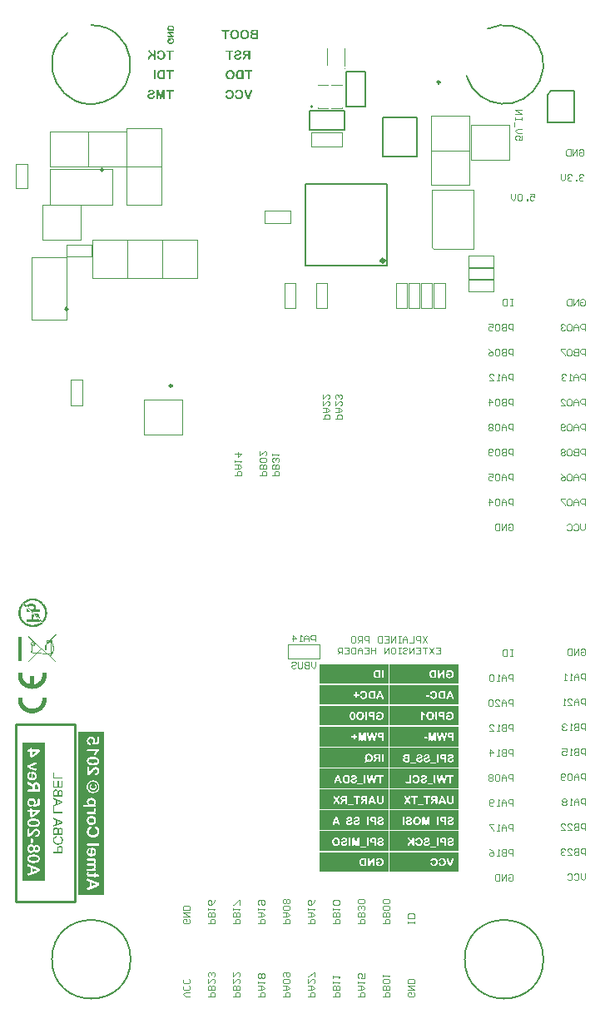
<source format=gbo>
G04 Layer_Color=32896*
%FSLAX43Y43*%
%MOMM*%
G71*
G01*
G75*
%ADD38C,0.200*%
%ADD39C,0.250*%
%ADD40C,0.400*%
%ADD100C,0.254*%
%ADD102C,0.100*%
%ADD103C,0.150*%
%ADD104C,0.112*%
G36*
X-34677Y-5074D02*
X-34664Y-5076D01*
X-34651Y-5079D01*
X-34641Y-5083D01*
X-34632Y-5088D01*
X-34627Y-5090D01*
X-34624Y-5093D01*
X-34622Y-5094D01*
X-34615Y-5103D01*
X-34609Y-5111D01*
X-34605Y-5121D01*
X-34601Y-5130D01*
X-34600Y-5139D01*
X-34599Y-5145D01*
Y-5150D01*
Y-5151D01*
X-34600Y-5164D01*
X-34603Y-5175D01*
X-34606Y-5185D01*
X-34611Y-5193D01*
X-34615Y-5199D01*
X-34619Y-5204D01*
X-34621Y-5206D01*
X-34622Y-5208D01*
X-34632Y-5214D01*
X-34644Y-5219D01*
X-34655Y-5223D01*
X-34667Y-5225D01*
X-34677Y-5226D01*
X-34686Y-5228D01*
X-34900D01*
Y-5903D01*
X-34901Y-5923D01*
X-34904Y-5940D01*
X-34909Y-5955D01*
X-34914Y-5968D01*
X-34917Y-5976D01*
X-34922Y-5984D01*
X-34925Y-5988D01*
X-34926Y-5989D01*
X-34936Y-5997D01*
X-34947Y-6005D01*
X-34959Y-6010D01*
X-34970Y-6012D01*
X-34979Y-6015D01*
X-34987Y-6016D01*
X-34994D01*
X-35009Y-6015D01*
X-35021Y-6012D01*
X-35034Y-6008D01*
X-35042Y-6003D01*
X-35051Y-5997D01*
X-35056Y-5992D01*
X-35060Y-5990D01*
X-35061Y-5989D01*
X-35070Y-5976D01*
X-35076Y-5963D01*
X-35081Y-5949D01*
X-35084Y-5935D01*
X-35086Y-5923D01*
X-35087Y-5913D01*
Y-5905D01*
Y-5903D01*
Y-5228D01*
X-35292D01*
X-35309Y-5226D01*
X-35324Y-5224D01*
X-35336Y-5221D01*
X-35346Y-5218D01*
X-35354Y-5214D01*
X-35359Y-5210D01*
X-35362Y-5209D01*
X-35364Y-5208D01*
X-35372Y-5199D01*
X-35379Y-5190D01*
X-35382Y-5180D01*
X-35386Y-5171D01*
X-35387Y-5164D01*
X-35389Y-5158D01*
Y-5153D01*
Y-5151D01*
X-35387Y-5139D01*
X-35385Y-5128D01*
X-35381Y-5118D01*
X-35377Y-5110D01*
X-35372Y-5104D01*
X-35369Y-5099D01*
X-35366Y-5096D01*
X-35365Y-5095D01*
X-35355Y-5088D01*
X-35344Y-5083D01*
X-35331Y-5078D01*
X-35320Y-5075D01*
X-35309Y-5074D01*
X-35300Y-5073D01*
X-34694D01*
X-34677Y-5074D01*
D02*
G37*
G36*
X-35593D02*
X-35576Y-5076D01*
X-35561Y-5081D01*
X-35549Y-5086D01*
X-35540Y-5091D01*
X-35532Y-5096D01*
X-35529Y-5099D01*
X-35527Y-5100D01*
X-35519Y-5111D01*
X-35512Y-5125D01*
X-35507Y-5140D01*
X-35505Y-5155D01*
X-35502Y-5168D01*
X-35501Y-5179D01*
Y-5186D01*
Y-5188D01*
Y-5189D01*
Y-5869D01*
Y-5885D01*
X-35502Y-5899D01*
X-35504Y-5911D01*
X-35505Y-5923D01*
X-35506Y-5931D01*
X-35507Y-5938D01*
X-35509Y-5941D01*
Y-5943D01*
X-35512Y-5953D01*
X-35517Y-5961D01*
X-35522Y-5968D01*
X-35529Y-5974D01*
X-35534Y-5979D01*
X-35539Y-5983D01*
X-35541Y-5984D01*
X-35542Y-5985D01*
X-35554Y-5990D01*
X-35566Y-5994D01*
X-35591Y-5997D01*
X-35602Y-5999D01*
X-35611Y-6000D01*
X-35888D01*
X-35910Y-5999D01*
X-35928Y-5997D01*
X-35946Y-5996D01*
X-35960Y-5995D01*
X-35970Y-5994D01*
X-35976Y-5992D01*
X-35978D01*
X-35997Y-5989D01*
X-36015Y-5984D01*
X-36031Y-5980D01*
X-36045Y-5975D01*
X-36057Y-5970D01*
X-36066Y-5968D01*
X-36071Y-5965D01*
X-36073Y-5964D01*
X-36090Y-5956D01*
X-36106Y-5946D01*
X-36120Y-5938D01*
X-36132Y-5929D01*
X-36142Y-5921D01*
X-36150Y-5915D01*
X-36155Y-5911D01*
X-36156Y-5910D01*
X-36173Y-5894D01*
X-36188Y-5876D01*
X-36201Y-5860D01*
X-36212Y-5844D01*
X-36221Y-5831D01*
X-36228Y-5820D01*
X-36232Y-5814D01*
X-36233Y-5811D01*
X-36243Y-5790D01*
X-36253Y-5769D01*
X-36261Y-5748D01*
X-36267Y-5729D01*
X-36272Y-5713D01*
X-36276Y-5699D01*
X-36277Y-5694D01*
Y-5690D01*
X-36278Y-5689D01*
Y-5688D01*
X-36283Y-5661D01*
X-36287Y-5634D01*
X-36290Y-5609D01*
X-36292Y-5585D01*
Y-5565D01*
X-36293Y-5556D01*
Y-5549D01*
Y-5543D01*
Y-5539D01*
Y-5536D01*
Y-5535D01*
X-36292Y-5489D01*
X-36287Y-5446D01*
X-36280Y-5406D01*
X-36271Y-5369D01*
X-36260Y-5335D01*
X-36247Y-5304D01*
X-36235Y-5276D01*
X-36221Y-5251D01*
X-36207Y-5229D01*
X-36195Y-5210D01*
X-36182Y-5194D01*
X-36171Y-5181D01*
X-36162Y-5170D01*
X-36155Y-5164D01*
X-36150Y-5159D01*
X-36148Y-5158D01*
X-36127Y-5140D01*
X-36105Y-5126D01*
X-36085Y-5115D01*
X-36065Y-5106D01*
X-36048Y-5099D01*
X-36035Y-5095D01*
X-36030Y-5094D01*
X-36026Y-5093D01*
X-36025Y-5091D01*
X-36023D01*
X-35997Y-5085D01*
X-35970Y-5080D01*
X-35942Y-5078D01*
X-35916Y-5075D01*
X-35893Y-5074D01*
X-35885Y-5073D01*
X-35615D01*
X-35593Y-5074D01*
D02*
G37*
G36*
X-44538Y-3058D02*
X-44525Y-3061D01*
X-44512Y-3065D01*
X-44502Y-3070D01*
X-44495Y-3076D01*
X-44490Y-3080D01*
X-44486Y-3084D01*
X-44485Y-3085D01*
X-44477Y-3098D01*
X-44471Y-3110D01*
X-44467Y-3125D01*
X-44463Y-3139D01*
X-44462Y-3151D01*
X-44461Y-3161D01*
Y-3169D01*
Y-3170D01*
Y-3171D01*
Y-3861D01*
Y-3876D01*
Y-3890D01*
Y-3901D01*
X-44462Y-3911D01*
Y-3919D01*
Y-3924D01*
Y-3928D01*
Y-3929D01*
X-44465Y-3945D01*
X-44468Y-3959D01*
X-44471Y-3964D01*
X-44472Y-3966D01*
X-44473Y-3969D01*
Y-3970D01*
X-44483Y-3984D01*
X-44495Y-3995D01*
X-44500Y-3999D01*
X-44503Y-4001D01*
X-44506Y-4004D01*
X-44507D01*
X-44523Y-4011D01*
X-44538Y-4015D01*
X-44544D01*
X-44549Y-4016D01*
X-44553D01*
X-44568Y-4015D01*
X-44581Y-4012D01*
X-44593Y-4008D01*
X-44602Y-4003D01*
X-44611Y-3997D01*
X-44616Y-3993D01*
X-44619Y-3990D01*
X-44621Y-3989D01*
X-44629Y-3976D01*
X-44637Y-3963D01*
X-44642Y-3949D01*
X-44644Y-3935D01*
X-44647Y-3923D01*
X-44648Y-3913D01*
Y-3905D01*
Y-3903D01*
Y-3710D01*
X-44802Y-3563D01*
X-45023Y-3905D01*
X-45033Y-3923D01*
X-45043Y-3939D01*
X-45047Y-3946D01*
X-45051Y-3951D01*
X-45052Y-3955D01*
X-45053Y-3956D01*
X-45067Y-3975D01*
X-45074Y-3983D01*
X-45081Y-3989D01*
X-45087Y-3994D01*
X-45092Y-3997D01*
X-45094Y-3999D01*
X-45096Y-4000D01*
X-45106Y-4005D01*
X-45116Y-4009D01*
X-45137Y-4014D01*
X-45146Y-4015D01*
X-45153Y-4016D01*
X-45159D01*
X-45174Y-4015D01*
X-45188Y-4012D01*
X-45199Y-4009D01*
X-45208Y-4005D01*
X-45216Y-4001D01*
X-45222Y-3997D01*
X-45224Y-3995D01*
X-45226Y-3994D01*
X-45234Y-3985D01*
X-45241Y-3976D01*
X-45244Y-3966D01*
X-45248Y-3959D01*
X-45249Y-3951D01*
X-45251Y-3945D01*
Y-3941D01*
Y-3940D01*
Y-3930D01*
X-45248Y-3920D01*
X-45246Y-3910D01*
X-45243Y-3901D01*
X-45241Y-3894D01*
X-45238Y-3889D01*
X-45237Y-3885D01*
X-45236Y-3884D01*
X-45229Y-3873D01*
X-45223Y-3860D01*
X-45217Y-3849D01*
X-45209Y-3838D01*
X-45204Y-3828D01*
X-45199Y-3820D01*
X-45196Y-3815D01*
X-45194Y-3814D01*
X-44931Y-3436D01*
X-45159Y-3220D01*
X-45173Y-3205D01*
X-45184Y-3190D01*
X-45192Y-3176D01*
X-45197Y-3164D01*
X-45199Y-3154D01*
X-45202Y-3146D01*
Y-3140D01*
Y-3139D01*
X-45201Y-3126D01*
X-45198Y-3115D01*
X-45194Y-3105D01*
X-45189Y-3096D01*
X-45184Y-3089D01*
X-45181Y-3084D01*
X-45178Y-3081D01*
X-45177Y-3080D01*
X-45167Y-3073D01*
X-45156Y-3066D01*
X-45146Y-3063D01*
X-45136Y-3059D01*
X-45126Y-3058D01*
X-45118Y-3056D01*
X-45101D01*
X-45091Y-3059D01*
X-45082Y-3060D01*
X-45076Y-3063D01*
X-45069Y-3065D01*
X-45066Y-3068D01*
X-45063Y-3069D01*
X-45062Y-3070D01*
X-45054Y-3076D01*
X-45047Y-3083D01*
X-45032Y-3096D01*
X-45026Y-3101D01*
X-45022Y-3106D01*
X-45018Y-3110D01*
X-45017Y-3111D01*
X-44648Y-3495D01*
Y-3171D01*
X-44647Y-3151D01*
X-44644Y-3134D01*
X-44639Y-3119D01*
X-44636Y-3106D01*
X-44631Y-3098D01*
X-44626Y-3090D01*
X-44623Y-3086D01*
X-44622Y-3085D01*
X-44612Y-3075D01*
X-44601Y-3069D01*
X-44588Y-3064D01*
X-44578Y-3060D01*
X-44568Y-3058D01*
X-44561Y-3056D01*
X-44553D01*
X-44538Y-3058D01*
D02*
G37*
G36*
X-36828Y-5058D02*
X-36792Y-5061D01*
X-36761Y-5068D01*
X-36732Y-5073D01*
X-36719Y-5076D01*
X-36709Y-5079D01*
X-36699Y-5083D01*
X-36692Y-5085D01*
X-36686Y-5086D01*
X-36681Y-5089D01*
X-36678Y-5090D01*
X-36677D01*
X-36647Y-5104D01*
X-36621Y-5119D01*
X-36596Y-5135D01*
X-36576Y-5151D01*
X-36558Y-5165D01*
X-36546Y-5176D01*
X-36542Y-5180D01*
X-36538Y-5184D01*
X-36537Y-5185D01*
X-36536Y-5186D01*
X-36516Y-5211D01*
X-36498Y-5236D01*
X-36482Y-5263D01*
X-36470Y-5286D01*
X-36460Y-5308D01*
X-36456Y-5316D01*
X-36453Y-5324D01*
X-36451Y-5330D01*
X-36448Y-5335D01*
X-36447Y-5338D01*
Y-5339D01*
X-36437Y-5373D01*
X-36430Y-5406D01*
X-36425Y-5440D01*
X-36421Y-5470D01*
X-36420Y-5483D01*
X-36418Y-5495D01*
Y-5506D01*
X-36417Y-5516D01*
Y-5524D01*
Y-5529D01*
Y-5533D01*
Y-5534D01*
X-36418Y-5573D01*
X-36422Y-5609D01*
X-36426Y-5641D01*
X-36432Y-5670D01*
X-36435Y-5684D01*
X-36437Y-5695D01*
X-36440Y-5705D01*
X-36441Y-5713D01*
X-36443Y-5720D01*
X-36445Y-5725D01*
X-36446Y-5728D01*
Y-5729D01*
X-36458Y-5761D01*
X-36472Y-5791D01*
X-36487Y-5818D01*
X-36501Y-5839D01*
X-36513Y-5858D01*
X-36520Y-5865D01*
X-36523Y-5871D01*
X-36528Y-5876D01*
X-36531Y-5880D01*
X-36533Y-5881D01*
Y-5883D01*
X-36556Y-5905D01*
X-36579Y-5925D01*
X-36603Y-5941D01*
X-36626Y-5956D01*
X-36646Y-5966D01*
X-36654Y-5971D01*
X-36662Y-5975D01*
X-36667Y-5978D01*
X-36672Y-5980D01*
X-36674Y-5981D01*
X-36676D01*
X-36709Y-5992D01*
X-36743Y-6001D01*
X-36776Y-6008D01*
X-36806Y-6011D01*
X-36819Y-6014D01*
X-36832D01*
X-36843Y-6015D01*
X-36852Y-6016D01*
X-36871D01*
X-36911Y-6015D01*
X-36947Y-6011D01*
X-36979Y-6005D01*
X-36994Y-6003D01*
X-37008Y-5999D01*
X-37021Y-5996D01*
X-37032Y-5994D01*
X-37042Y-5990D01*
X-37049Y-5988D01*
X-37056Y-5985D01*
X-37061Y-5984D01*
X-37063Y-5983D01*
X-37064D01*
X-37094Y-5969D01*
X-37123Y-5953D01*
X-37147Y-5936D01*
X-37168Y-5920D01*
X-37184Y-5906D01*
X-37197Y-5895D01*
X-37201Y-5890D01*
X-37204Y-5886D01*
X-37206Y-5885D01*
X-37207Y-5884D01*
X-37228Y-5859D01*
X-37246Y-5833D01*
X-37261Y-5808D01*
X-37273Y-5783D01*
X-37282Y-5763D01*
X-37286Y-5754D01*
X-37289Y-5746D01*
X-37292Y-5740D01*
X-37293Y-5735D01*
X-37294Y-5733D01*
Y-5731D01*
X-37304Y-5698D01*
X-37312Y-5664D01*
X-37317Y-5631D01*
X-37321Y-5600D01*
X-37322Y-5586D01*
X-37323Y-5574D01*
Y-5563D01*
X-37324Y-5554D01*
Y-5545D01*
Y-5540D01*
Y-5536D01*
Y-5535D01*
Y-5509D01*
X-37322Y-5483D01*
X-37319Y-5458D01*
X-37316Y-5434D01*
X-37312Y-5413D01*
X-37307Y-5391D01*
X-37303Y-5373D01*
X-37298Y-5354D01*
X-37293Y-5339D01*
X-37288Y-5324D01*
X-37283Y-5311D01*
X-37279Y-5301D01*
X-37276Y-5294D01*
X-37273Y-5288D01*
X-37272Y-5284D01*
X-37271Y-5283D01*
X-37249Y-5244D01*
X-37224Y-5210D01*
X-37198Y-5181D01*
X-37186Y-5169D01*
X-37173Y-5158D01*
X-37161Y-5148D01*
X-37151Y-5139D01*
X-37141Y-5133D01*
X-37132Y-5126D01*
X-37124Y-5121D01*
X-37119Y-5118D01*
X-37116Y-5116D01*
X-37114Y-5115D01*
X-37094Y-5105D01*
X-37074Y-5095D01*
X-37032Y-5081D01*
X-36991Y-5070D01*
X-36952Y-5064D01*
X-36934Y-5061D01*
X-36918Y-5059D01*
X-36903Y-5058D01*
X-36891D01*
X-36881Y-5056D01*
X-36867D01*
X-36828Y-5058D01*
D02*
G37*
G36*
X-55719Y-87484D02*
X-57998D01*
Y-73490D01*
X-55719D01*
Y-87484D01*
D02*
G37*
G36*
X-20750Y-71725D02*
X-27750D01*
Y-69725D01*
X-20750D01*
Y-71725D01*
D02*
G37*
G36*
Y-82350D02*
X-27750D01*
Y-80350D01*
X-20750D01*
Y-82350D01*
D02*
G37*
G36*
Y-69600D02*
X-27750D01*
Y-67600D01*
X-20750D01*
Y-69600D01*
D02*
G37*
G36*
X-44544Y-5058D02*
X-44532Y-5061D01*
X-44520Y-5065D01*
X-44511Y-5070D01*
X-44502Y-5076D01*
X-44497Y-5080D01*
X-44493Y-5084D01*
X-44492Y-5085D01*
X-44483Y-5098D01*
X-44477Y-5110D01*
X-44473Y-5125D01*
X-44471Y-5139D01*
X-44468Y-5151D01*
X-44467Y-5161D01*
Y-5169D01*
Y-5170D01*
Y-5171D01*
Y-5903D01*
X-44468Y-5923D01*
X-44471Y-5940D01*
X-44475Y-5954D01*
X-44480Y-5966D01*
X-44485Y-5975D01*
X-44488Y-5983D01*
X-44491Y-5986D01*
X-44492Y-5988D01*
X-44502Y-5997D01*
X-44513Y-6004D01*
X-44525Y-6009D01*
X-44536Y-6012D01*
X-44544Y-6015D01*
X-44553Y-6016D01*
X-44560D01*
X-44574Y-6015D01*
X-44588Y-6012D01*
X-44599Y-6008D01*
X-44609Y-6003D01*
X-44618Y-5997D01*
X-44623Y-5992D01*
X-44627Y-5990D01*
X-44628Y-5989D01*
X-44637Y-5976D01*
X-44643Y-5963D01*
X-44648Y-5949D01*
X-44651Y-5935D01*
X-44653Y-5923D01*
X-44654Y-5913D01*
Y-5905D01*
Y-5903D01*
Y-5171D01*
X-44653Y-5151D01*
X-44651Y-5134D01*
X-44646Y-5119D01*
X-44642Y-5106D01*
X-44637Y-5098D01*
X-44632Y-5090D01*
X-44629Y-5086D01*
X-44628Y-5085D01*
X-44618Y-5075D01*
X-44607Y-5069D01*
X-44594Y-5064D01*
X-44584Y-5060D01*
X-44574Y-5058D01*
X-44567Y-5056D01*
X-44560D01*
X-44544Y-5058D01*
D02*
G37*
G36*
X-42677Y-5074D02*
X-42664Y-5076D01*
X-42651Y-5079D01*
X-42641Y-5083D01*
X-42632Y-5088D01*
X-42627Y-5090D01*
X-42624Y-5093D01*
X-42622Y-5094D01*
X-42615Y-5103D01*
X-42609Y-5111D01*
X-42605Y-5121D01*
X-42601Y-5130D01*
X-42600Y-5139D01*
X-42599Y-5145D01*
Y-5150D01*
Y-5151D01*
X-42600Y-5164D01*
X-42603Y-5175D01*
X-42606Y-5185D01*
X-42611Y-5193D01*
X-42615Y-5199D01*
X-42619Y-5204D01*
X-42621Y-5206D01*
X-42622Y-5208D01*
X-42632Y-5214D01*
X-42644Y-5219D01*
X-42655Y-5223D01*
X-42667Y-5225D01*
X-42677Y-5226D01*
X-42686Y-5228D01*
X-42900D01*
Y-5903D01*
X-42901Y-5923D01*
X-42904Y-5940D01*
X-42909Y-5955D01*
X-42914Y-5968D01*
X-42917Y-5976D01*
X-42922Y-5984D01*
X-42925Y-5988D01*
X-42926Y-5989D01*
X-42936Y-5997D01*
X-42947Y-6005D01*
X-42959Y-6010D01*
X-42970Y-6012D01*
X-42979Y-6015D01*
X-42987Y-6016D01*
X-42994D01*
X-43009Y-6015D01*
X-43021Y-6012D01*
X-43034Y-6008D01*
X-43042Y-6003D01*
X-43051Y-5997D01*
X-43056Y-5992D01*
X-43060Y-5990D01*
X-43061Y-5989D01*
X-43070Y-5976D01*
X-43076Y-5963D01*
X-43081Y-5949D01*
X-43084Y-5935D01*
X-43086Y-5923D01*
X-43087Y-5913D01*
Y-5905D01*
Y-5903D01*
Y-5228D01*
X-43292D01*
X-43309Y-5226D01*
X-43324Y-5224D01*
X-43336Y-5221D01*
X-43346Y-5218D01*
X-43354Y-5214D01*
X-43359Y-5210D01*
X-43362Y-5209D01*
X-43364Y-5208D01*
X-43372Y-5199D01*
X-43379Y-5190D01*
X-43382Y-5180D01*
X-43386Y-5171D01*
X-43387Y-5164D01*
X-43389Y-5158D01*
Y-5153D01*
Y-5151D01*
X-43387Y-5139D01*
X-43385Y-5128D01*
X-43381Y-5118D01*
X-43377Y-5110D01*
X-43372Y-5104D01*
X-43369Y-5099D01*
X-43366Y-5096D01*
X-43365Y-5095D01*
X-43355Y-5088D01*
X-43344Y-5083D01*
X-43331Y-5078D01*
X-43320Y-5075D01*
X-43309Y-5074D01*
X-43300Y-5073D01*
X-42694D01*
X-42677Y-5074D01*
D02*
G37*
G36*
X-13625Y-86600D02*
X-20625D01*
Y-84600D01*
X-13625D01*
Y-86600D01*
D02*
G37*
G36*
X-43590Y-7074D02*
X-43572Y-7076D01*
X-43558Y-7079D01*
X-43546Y-7083D01*
X-43536Y-7088D01*
X-43530Y-7090D01*
X-43525Y-7093D01*
X-43524Y-7094D01*
X-43514Y-7104D01*
X-43506Y-7115D01*
X-43500Y-7129D01*
X-43496Y-7143D01*
X-43494Y-7156D01*
X-43492Y-7166D01*
Y-7174D01*
Y-7175D01*
Y-7176D01*
Y-7910D01*
X-43494Y-7929D01*
X-43496Y-7945D01*
X-43500Y-7959D01*
X-43505Y-7970D01*
X-43509Y-7979D01*
X-43512Y-7985D01*
X-43515Y-7989D01*
X-43516Y-7990D01*
X-43526Y-7999D01*
X-43536Y-8005D01*
X-43546Y-8010D01*
X-43556Y-8012D01*
X-43565Y-8015D01*
X-43571Y-8016D01*
X-43577D01*
X-43591Y-8015D01*
X-43605Y-8012D01*
X-43615Y-8007D01*
X-43625Y-8002D01*
X-43631Y-7999D01*
X-43637Y-7994D01*
X-43640Y-7991D01*
X-43641Y-7990D01*
X-43648Y-7979D01*
X-43655Y-7966D01*
X-43658Y-7953D01*
X-43662Y-7940D01*
X-43663Y-7929D01*
X-43665Y-7919D01*
Y-7913D01*
Y-7910D01*
Y-7269D01*
X-43812Y-7861D01*
X-43817Y-7883D01*
X-43820Y-7891D01*
X-43822Y-7900D01*
X-43825Y-7908D01*
X-43826Y-7913D01*
X-43827Y-7916D01*
Y-7918D01*
X-43833Y-7936D01*
X-43840Y-7951D01*
X-43843Y-7958D01*
X-43845Y-7963D01*
X-43847Y-7965D01*
Y-7966D01*
X-43858Y-7981D01*
X-43870Y-7992D01*
X-43875Y-7997D01*
X-43878Y-8000D01*
X-43881Y-8001D01*
X-43882Y-8002D01*
X-43891Y-8007D01*
X-43901Y-8010D01*
X-43920Y-8015D01*
X-43927D01*
X-43933Y-8016D01*
X-43938D01*
X-43953Y-8015D01*
X-43967Y-8012D01*
X-43978Y-8010D01*
X-43988Y-8005D01*
X-43996Y-8001D01*
X-44002Y-7999D01*
X-44005Y-7996D01*
X-44006Y-7995D01*
X-44015Y-7986D01*
X-44022Y-7977D01*
X-44027Y-7970D01*
X-44032Y-7963D01*
X-44036Y-7956D01*
X-44038Y-7951D01*
X-44040Y-7948D01*
Y-7946D01*
X-44043Y-7935D01*
X-44048Y-7921D01*
X-44052Y-7908D01*
X-44056Y-7894D01*
X-44060Y-7881D01*
X-44062Y-7870D01*
X-44065Y-7864D01*
Y-7861D01*
X-44213Y-7269D01*
Y-7910D01*
X-44215Y-7929D01*
X-44217Y-7945D01*
X-44221Y-7959D01*
X-44226Y-7970D01*
X-44230Y-7979D01*
X-44233Y-7985D01*
X-44236Y-7989D01*
X-44237Y-7990D01*
X-44247Y-7999D01*
X-44257Y-8005D01*
X-44267Y-8010D01*
X-44277Y-8012D01*
X-44286Y-8015D01*
X-44292Y-8016D01*
X-44298D01*
X-44312Y-8015D01*
X-44326Y-8012D01*
X-44336Y-8007D01*
X-44346Y-8002D01*
X-44352Y-7999D01*
X-44358Y-7994D01*
X-44361Y-7991D01*
X-44362Y-7990D01*
X-44370Y-7979D01*
X-44376Y-7966D01*
X-44380Y-7953D01*
X-44383Y-7940D01*
X-44385Y-7929D01*
X-44386Y-7919D01*
Y-7913D01*
Y-7910D01*
Y-7176D01*
X-44385Y-7155D01*
X-44381Y-7138D01*
X-44376Y-7124D01*
X-44370Y-7113D01*
X-44363Y-7104D01*
X-44358Y-7098D01*
X-44355Y-7095D01*
X-44353Y-7094D01*
X-44341Y-7086D01*
X-44327Y-7081D01*
X-44313Y-7078D01*
X-44300Y-7075D01*
X-44287Y-7074D01*
X-44277Y-7073D01*
X-44191D01*
X-44176Y-7074D01*
X-44162Y-7075D01*
X-44152Y-7078D01*
X-44143Y-7079D01*
X-44138Y-7081D01*
X-44135Y-7083D01*
X-44133D01*
X-44126Y-7086D01*
X-44118Y-7093D01*
X-44107Y-7104D01*
X-44103Y-7109D01*
X-44101Y-7114D01*
X-44098Y-7116D01*
Y-7118D01*
X-44095Y-7128D01*
X-44090Y-7140D01*
X-44082Y-7166D01*
X-44078Y-7179D01*
X-44076Y-7189D01*
X-44075Y-7195D01*
X-44073Y-7196D01*
Y-7198D01*
X-43938Y-7705D01*
X-43803Y-7198D01*
X-43798Y-7178D01*
X-43793Y-7161D01*
X-43790Y-7148D01*
X-43785Y-7136D01*
X-43782Y-7128D01*
X-43780Y-7123D01*
X-43777Y-7119D01*
Y-7118D01*
X-43772Y-7109D01*
X-43767Y-7101D01*
X-43761Y-7095D01*
X-43756Y-7090D01*
X-43751Y-7088D01*
X-43746Y-7085D01*
X-43743Y-7083D01*
X-43742D01*
X-43732Y-7079D01*
X-43721Y-7076D01*
X-43696Y-7074D01*
X-43685Y-7073D01*
X-43608D01*
X-43590Y-7074D01*
D02*
G37*
G36*
X-13625Y-69600D02*
X-20625D01*
Y-67600D01*
X-13625D01*
Y-69600D01*
D02*
G37*
G36*
X-43871Y-3058D02*
X-43838Y-3061D01*
X-43808Y-3068D01*
X-43782Y-3073D01*
X-43771Y-3076D01*
X-43761Y-3079D01*
X-43752Y-3083D01*
X-43745Y-3085D01*
X-43738Y-3086D01*
X-43733Y-3089D01*
X-43731Y-3090D01*
X-43730D01*
X-43701Y-3104D01*
X-43673Y-3119D01*
X-43650Y-3135D01*
X-43628Y-3150D01*
X-43612Y-3164D01*
X-43600Y-3176D01*
X-43595Y-3180D01*
X-43591Y-3184D01*
X-43590Y-3185D01*
X-43589Y-3186D01*
X-43567Y-3211D01*
X-43549Y-3236D01*
X-43534Y-3261D01*
X-43520Y-3285D01*
X-43510Y-3306D01*
X-43506Y-3315D01*
X-43502Y-3323D01*
X-43500Y-3329D01*
X-43497Y-3334D01*
X-43496Y-3336D01*
Y-3338D01*
X-43485Y-3371D01*
X-43477Y-3406D01*
X-43471Y-3440D01*
X-43467Y-3471D01*
X-43466Y-3485D01*
X-43465Y-3499D01*
Y-3510D01*
X-43464Y-3520D01*
Y-3528D01*
Y-3534D01*
Y-3538D01*
Y-3539D01*
Y-3564D01*
X-43466Y-3588D01*
X-43467Y-3610D01*
X-43470Y-3630D01*
X-43472Y-3646D01*
X-43474Y-3658D01*
X-43475Y-3663D01*
X-43476Y-3666D01*
Y-3668D01*
Y-3669D01*
X-43481Y-3691D01*
X-43487Y-3713D01*
X-43494Y-3733D01*
X-43500Y-3750D01*
X-43506Y-3764D01*
X-43511Y-3775D01*
X-43514Y-3783D01*
X-43515Y-3784D01*
Y-3785D01*
X-43525Y-3805D01*
X-43536Y-3823D01*
X-43546Y-3840D01*
X-43556Y-3854D01*
X-43565Y-3866D01*
X-43571Y-3875D01*
X-43576Y-3880D01*
X-43577Y-3883D01*
X-43593Y-3900D01*
X-43608Y-3915D01*
X-43623Y-3928D01*
X-43637Y-3939D01*
X-43650Y-3948D01*
X-43658Y-3955D01*
X-43665Y-3959D01*
X-43667Y-3960D01*
X-43686Y-3970D01*
X-43705Y-3979D01*
X-43723Y-3986D01*
X-43740Y-3993D01*
X-43755Y-3996D01*
X-43766Y-4000D01*
X-43773Y-4001D01*
X-43775Y-4003D01*
X-43776D01*
X-43798Y-4008D01*
X-43822Y-4010D01*
X-43845Y-4012D01*
X-43866Y-4015D01*
X-43883D01*
X-43897Y-4016D01*
X-43910D01*
X-43945Y-4015D01*
X-43977Y-4011D01*
X-44006Y-4006D01*
X-44031Y-4001D01*
X-44042Y-3999D01*
X-44052Y-3996D01*
X-44060Y-3994D01*
X-44067Y-3991D01*
X-44072Y-3989D01*
X-44076Y-3987D01*
X-44078Y-3986D01*
X-44080D01*
X-44106Y-3974D01*
X-44128Y-3960D01*
X-44150Y-3946D01*
X-44166Y-3934D01*
X-44180Y-3923D01*
X-44190Y-3914D01*
X-44196Y-3908D01*
X-44198Y-3905D01*
X-44215Y-3886D01*
X-44230Y-3868D01*
X-44241Y-3851D01*
X-44251Y-3835D01*
X-44258Y-3823D01*
X-44263Y-3813D01*
X-44266Y-3806D01*
X-44267Y-3804D01*
X-44275Y-3785D01*
X-44280Y-3768D01*
X-44285Y-3751D01*
X-44287Y-3738D01*
X-44288Y-3725D01*
X-44290Y-3716D01*
Y-3711D01*
Y-3709D01*
X-44288Y-3696D01*
X-44286Y-3685D01*
X-44282Y-3675D01*
X-44277Y-3666D01*
X-44272Y-3659D01*
X-44268Y-3654D01*
X-44266Y-3651D01*
X-44265Y-3650D01*
X-44256Y-3643D01*
X-44246Y-3636D01*
X-44236Y-3633D01*
X-44227Y-3629D01*
X-44220Y-3628D01*
X-44213Y-3626D01*
X-44208D01*
X-44195Y-3628D01*
X-44182Y-3630D01*
X-44172Y-3634D01*
X-44165Y-3638D01*
X-44158Y-3643D01*
X-44155Y-3646D01*
X-44152Y-3649D01*
X-44151Y-3650D01*
X-44145Y-3659D01*
X-44138Y-3669D01*
X-44130Y-3689D01*
X-44126Y-3698D01*
X-44123Y-3704D01*
X-44121Y-3709D01*
Y-3710D01*
X-44110Y-3738D01*
X-44096Y-3761D01*
X-44081Y-3781D01*
X-44067Y-3798D01*
X-44055Y-3811D01*
X-44045Y-3820D01*
X-44038Y-3825D01*
X-44037Y-3828D01*
X-44036D01*
X-44015Y-3841D01*
X-43991Y-3850D01*
X-43968Y-3858D01*
X-43947Y-3863D01*
X-43928Y-3865D01*
X-43920Y-3866D01*
X-43913D01*
X-43907Y-3868D01*
X-43900D01*
X-43872Y-3866D01*
X-43847Y-3863D01*
X-43825Y-3856D01*
X-43806Y-3850D01*
X-43790Y-3844D01*
X-43778Y-3838D01*
X-43771Y-3834D01*
X-43770Y-3833D01*
X-43768D01*
X-43748Y-3818D01*
X-43732Y-3801D01*
X-43717Y-3783D01*
X-43706Y-3765D01*
X-43696Y-3750D01*
X-43688Y-3736D01*
X-43687Y-3733D01*
X-43685Y-3729D01*
X-43683Y-3726D01*
Y-3725D01*
X-43673Y-3696D01*
X-43666Y-3666D01*
X-43661Y-3636D01*
X-43657Y-3608D01*
X-43656Y-3595D01*
X-43655Y-3583D01*
Y-3573D01*
X-43653Y-3563D01*
Y-3555D01*
Y-3550D01*
Y-3546D01*
Y-3545D01*
X-43655Y-3515D01*
X-43656Y-3488D01*
X-43660Y-3461D01*
X-43663Y-3438D01*
X-43670Y-3415D01*
X-43675Y-3394D01*
X-43681Y-3375D01*
X-43687Y-3359D01*
X-43693Y-3344D01*
X-43700Y-3330D01*
X-43706Y-3319D01*
X-43711Y-3310D01*
X-43715Y-3303D01*
X-43718Y-3298D01*
X-43720Y-3295D01*
X-43721Y-3294D01*
X-43735Y-3278D01*
X-43748Y-3265D01*
X-43763Y-3253D01*
X-43778Y-3243D01*
X-43795Y-3234D01*
X-43810Y-3226D01*
X-43825Y-3221D01*
X-43840Y-3216D01*
X-43853Y-3213D01*
X-43866Y-3210D01*
X-43877Y-3208D01*
X-43887Y-3206D01*
X-43895Y-3205D01*
X-43906D01*
X-43932Y-3206D01*
X-43956Y-3210D01*
X-43977Y-3216D01*
X-43995Y-3223D01*
X-44008Y-3229D01*
X-44020Y-3235D01*
X-44026Y-3239D01*
X-44028Y-3240D01*
X-44046Y-3254D01*
X-44063Y-3270D01*
X-44077Y-3288D01*
X-44091Y-3305D01*
X-44101Y-3320D01*
X-44108Y-3333D01*
X-44111Y-3338D01*
X-44113Y-3341D01*
X-44115Y-3343D01*
Y-3344D01*
X-44123Y-3358D01*
X-44131Y-3370D01*
X-44137Y-3380D01*
X-44143Y-3389D01*
X-44148Y-3395D01*
X-44152Y-3399D01*
X-44153Y-3401D01*
X-44155Y-3403D01*
X-44162Y-3409D01*
X-44171Y-3413D01*
X-44190Y-3418D01*
X-44197Y-3419D01*
X-44203Y-3420D01*
X-44210D01*
X-44221Y-3419D01*
X-44231Y-3416D01*
X-44241Y-3413D01*
X-44248Y-3408D01*
X-44255Y-3403D01*
X-44260Y-3399D01*
X-44262Y-3396D01*
X-44263Y-3395D01*
X-44271Y-3385D01*
X-44277Y-3375D01*
X-44281Y-3366D01*
X-44285Y-3356D01*
X-44286Y-3349D01*
X-44287Y-3343D01*
Y-3339D01*
Y-3338D01*
X-44285Y-3315D01*
X-44280Y-3294D01*
X-44272Y-3273D01*
X-44263Y-3253D01*
X-44255Y-3236D01*
X-44247Y-3224D01*
X-44245Y-3219D01*
X-44242Y-3215D01*
X-44240Y-3214D01*
Y-3213D01*
X-44221Y-3189D01*
X-44200Y-3168D01*
X-44177Y-3149D01*
X-44155Y-3133D01*
X-44135Y-3119D01*
X-44127Y-3114D01*
X-44120Y-3109D01*
X-44113Y-3106D01*
X-44108Y-3104D01*
X-44106Y-3101D01*
X-44105D01*
X-44071Y-3086D01*
X-44037Y-3075D01*
X-44003Y-3068D01*
X-43972Y-3061D01*
X-43957Y-3060D01*
X-43945Y-3059D01*
X-43933Y-3058D01*
X-43923D01*
X-43916Y-3056D01*
X-43905D01*
X-43871Y-3058D01*
D02*
G37*
G36*
X-43593Y-5074D02*
X-43576Y-5076D01*
X-43561Y-5081D01*
X-43549Y-5086D01*
X-43540Y-5091D01*
X-43532Y-5096D01*
X-43529Y-5099D01*
X-43527Y-5100D01*
X-43519Y-5111D01*
X-43512Y-5125D01*
X-43507Y-5140D01*
X-43505Y-5155D01*
X-43502Y-5168D01*
X-43501Y-5179D01*
Y-5186D01*
Y-5188D01*
Y-5189D01*
Y-5869D01*
Y-5885D01*
X-43502Y-5899D01*
X-43504Y-5911D01*
X-43505Y-5923D01*
X-43506Y-5931D01*
X-43507Y-5938D01*
X-43509Y-5941D01*
Y-5943D01*
X-43512Y-5953D01*
X-43517Y-5961D01*
X-43522Y-5968D01*
X-43529Y-5974D01*
X-43534Y-5979D01*
X-43539Y-5983D01*
X-43541Y-5984D01*
X-43542Y-5985D01*
X-43554Y-5990D01*
X-43566Y-5994D01*
X-43591Y-5997D01*
X-43602Y-5999D01*
X-43611Y-6000D01*
X-43888D01*
X-43910Y-5999D01*
X-43928Y-5997D01*
X-43946Y-5996D01*
X-43960Y-5995D01*
X-43970Y-5994D01*
X-43976Y-5992D01*
X-43978D01*
X-43997Y-5989D01*
X-44015Y-5984D01*
X-44031Y-5980D01*
X-44045Y-5975D01*
X-44057Y-5970D01*
X-44066Y-5968D01*
X-44071Y-5965D01*
X-44073Y-5964D01*
X-44090Y-5956D01*
X-44106Y-5946D01*
X-44120Y-5938D01*
X-44132Y-5929D01*
X-44142Y-5921D01*
X-44150Y-5915D01*
X-44155Y-5911D01*
X-44156Y-5910D01*
X-44173Y-5894D01*
X-44188Y-5876D01*
X-44201Y-5860D01*
X-44212Y-5844D01*
X-44221Y-5831D01*
X-44228Y-5820D01*
X-44232Y-5814D01*
X-44233Y-5811D01*
X-44243Y-5790D01*
X-44253Y-5769D01*
X-44261Y-5748D01*
X-44267Y-5729D01*
X-44272Y-5713D01*
X-44276Y-5699D01*
X-44277Y-5694D01*
Y-5690D01*
X-44278Y-5689D01*
Y-5688D01*
X-44283Y-5661D01*
X-44287Y-5634D01*
X-44290Y-5609D01*
X-44292Y-5585D01*
Y-5565D01*
X-44293Y-5556D01*
Y-5549D01*
Y-5543D01*
Y-5539D01*
Y-5536D01*
Y-5535D01*
X-44292Y-5489D01*
X-44287Y-5446D01*
X-44280Y-5406D01*
X-44271Y-5369D01*
X-44260Y-5335D01*
X-44247Y-5304D01*
X-44235Y-5276D01*
X-44221Y-5251D01*
X-44207Y-5229D01*
X-44195Y-5210D01*
X-44182Y-5194D01*
X-44171Y-5181D01*
X-44162Y-5170D01*
X-44155Y-5164D01*
X-44150Y-5159D01*
X-44148Y-5158D01*
X-44127Y-5140D01*
X-44105Y-5126D01*
X-44085Y-5115D01*
X-44065Y-5106D01*
X-44048Y-5099D01*
X-44035Y-5095D01*
X-44030Y-5094D01*
X-44026Y-5093D01*
X-44025Y-5091D01*
X-44023D01*
X-43997Y-5085D01*
X-43970Y-5080D01*
X-43942Y-5078D01*
X-43916Y-5075D01*
X-43893Y-5074D01*
X-43885Y-5073D01*
X-43615D01*
X-43593Y-5074D01*
D02*
G37*
G36*
X-42677Y-3074D02*
X-42664Y-3076D01*
X-42651Y-3079D01*
X-42641Y-3083D01*
X-42632Y-3088D01*
X-42627Y-3090D01*
X-42624Y-3093D01*
X-42622Y-3094D01*
X-42615Y-3103D01*
X-42609Y-3111D01*
X-42605Y-3121D01*
X-42601Y-3130D01*
X-42600Y-3139D01*
X-42599Y-3145D01*
Y-3150D01*
Y-3151D01*
X-42600Y-3164D01*
X-42603Y-3175D01*
X-42606Y-3185D01*
X-42611Y-3193D01*
X-42615Y-3199D01*
X-42619Y-3204D01*
X-42621Y-3206D01*
X-42622Y-3208D01*
X-42632Y-3214D01*
X-42644Y-3219D01*
X-42655Y-3223D01*
X-42667Y-3225D01*
X-42677Y-3226D01*
X-42686Y-3228D01*
X-42900D01*
Y-3903D01*
X-42901Y-3923D01*
X-42904Y-3940D01*
X-42909Y-3955D01*
X-42914Y-3968D01*
X-42917Y-3976D01*
X-42922Y-3984D01*
X-42925Y-3987D01*
X-42926Y-3989D01*
X-42936Y-3997D01*
X-42947Y-4005D01*
X-42959Y-4010D01*
X-42970Y-4012D01*
X-42979Y-4015D01*
X-42987Y-4016D01*
X-42994D01*
X-43009Y-4015D01*
X-43021Y-4012D01*
X-43034Y-4008D01*
X-43042Y-4003D01*
X-43051Y-3997D01*
X-43056Y-3993D01*
X-43060Y-3990D01*
X-43061Y-3989D01*
X-43070Y-3976D01*
X-43076Y-3963D01*
X-43081Y-3949D01*
X-43084Y-3935D01*
X-43086Y-3923D01*
X-43087Y-3913D01*
Y-3905D01*
Y-3903D01*
Y-3228D01*
X-43292D01*
X-43309Y-3226D01*
X-43324Y-3224D01*
X-43336Y-3221D01*
X-43346Y-3218D01*
X-43354Y-3214D01*
X-43359Y-3210D01*
X-43362Y-3209D01*
X-43364Y-3208D01*
X-43372Y-3199D01*
X-43379Y-3190D01*
X-43382Y-3180D01*
X-43386Y-3171D01*
X-43387Y-3164D01*
X-43389Y-3158D01*
Y-3153D01*
Y-3151D01*
X-43387Y-3139D01*
X-43385Y-3128D01*
X-43381Y-3118D01*
X-43377Y-3110D01*
X-43372Y-3104D01*
X-43369Y-3099D01*
X-43366Y-3096D01*
X-43365Y-3095D01*
X-43355Y-3088D01*
X-43344Y-3083D01*
X-43331Y-3078D01*
X-43320Y-3075D01*
X-43309Y-3074D01*
X-43300Y-3073D01*
X-42694D01*
X-42677Y-3074D01*
D02*
G37*
G36*
X-13625Y-80225D02*
X-20625D01*
Y-78225D01*
X-13625D01*
Y-80225D01*
D02*
G37*
G36*
X-20750Y-75975D02*
X-27750D01*
Y-73975D01*
X-20750D01*
Y-75975D01*
D02*
G37*
G36*
X-55536Y-68892D02*
Y-68916D01*
X-55532Y-68936D01*
Y-68939D01*
Y-68942D01*
X-55529Y-68972D01*
Y-68996D01*
Y-69012D01*
Y-69016D01*
Y-69019D01*
X-55532Y-69129D01*
X-55546Y-69236D01*
X-55566Y-69332D01*
X-55576Y-69375D01*
X-55586Y-69415D01*
X-55599Y-69452D01*
X-55609Y-69485D01*
X-55619Y-69515D01*
X-55626Y-69539D01*
X-55636Y-69559D01*
X-55639Y-69572D01*
X-55646Y-69582D01*
Y-69585D01*
X-55692Y-69682D01*
X-55742Y-69769D01*
X-55796Y-69849D01*
X-55846Y-69919D01*
X-55869Y-69949D01*
X-55889Y-69975D01*
X-55909Y-69995D01*
X-55926Y-70015D01*
X-55939Y-70032D01*
X-55949Y-70042D01*
X-55956Y-70049D01*
X-55959Y-70052D01*
X-56036Y-70122D01*
X-56116Y-70185D01*
X-56196Y-70239D01*
X-56265Y-70282D01*
X-56329Y-70319D01*
X-56359Y-70332D01*
X-56382Y-70345D01*
X-56399Y-70352D01*
X-56412Y-70359D01*
X-56422Y-70365D01*
X-56425D01*
X-56525Y-70402D01*
X-56625Y-70429D01*
X-56722Y-70449D01*
X-56809Y-70462D01*
X-56849Y-70465D01*
X-56885Y-70469D01*
X-56915Y-70472D01*
X-56942D01*
X-56965Y-70475D01*
X-56995D01*
X-57105Y-70472D01*
X-57212Y-70459D01*
X-57309Y-70442D01*
X-57352Y-70432D01*
X-57395Y-70419D01*
X-57432Y-70409D01*
X-57465Y-70399D01*
X-57495Y-70392D01*
X-57519Y-70382D01*
X-57539Y-70375D01*
X-57552Y-70369D01*
X-57562Y-70365D01*
X-57565D01*
X-57662Y-70319D01*
X-57748Y-70269D01*
X-57828Y-70215D01*
X-57898Y-70165D01*
X-57928Y-70142D01*
X-57955Y-70122D01*
X-57975Y-70102D01*
X-57995Y-70085D01*
X-58012Y-70072D01*
X-58022Y-70062D01*
X-58028Y-70055D01*
X-58032Y-70052D01*
X-58105Y-69972D01*
X-58168Y-69892D01*
X-58222Y-69815D01*
X-58265Y-69742D01*
X-58302Y-69679D01*
X-58315Y-69652D01*
X-58328Y-69629D01*
X-58335Y-69612D01*
X-58342Y-69595D01*
X-58348Y-69589D01*
Y-69585D01*
X-58385Y-69485D01*
X-58412Y-69385D01*
X-58432Y-69289D01*
X-58445Y-69202D01*
X-58448Y-69162D01*
X-58452Y-69126D01*
X-58455Y-69096D01*
Y-69069D01*
X-58458Y-69046D01*
Y-69029D01*
Y-69019D01*
Y-69016D01*
Y-68986D01*
X-58455Y-68962D01*
Y-68946D01*
Y-68939D01*
Y-68909D01*
X-58452Y-68886D01*
Y-68869D01*
Y-68862D01*
X-58005D01*
X-58015Y-68916D01*
X-58018Y-68939D01*
Y-68962D01*
X-58022Y-68979D01*
Y-68992D01*
Y-68999D01*
Y-69002D01*
X-58018Y-69082D01*
X-58008Y-69156D01*
X-57995Y-69226D01*
X-57982Y-69282D01*
X-57968Y-69332D01*
X-57962Y-69352D01*
X-57955Y-69369D01*
X-57948Y-69382D01*
X-57945Y-69392D01*
X-57942Y-69399D01*
Y-69402D01*
X-57908Y-69469D01*
X-57872Y-69529D01*
X-57835Y-69585D01*
X-57802Y-69632D01*
X-57768Y-69672D01*
X-57745Y-69702D01*
X-57728Y-69719D01*
X-57722Y-69725D01*
X-57668Y-69775D01*
X-57612Y-69815D01*
X-57558Y-69855D01*
X-57505Y-69885D01*
X-57462Y-69909D01*
X-57425Y-69929D01*
X-57412Y-69932D01*
X-57402Y-69939D01*
X-57399Y-69942D01*
X-57395D01*
X-57325Y-69969D01*
X-57255Y-69985D01*
X-57189Y-69999D01*
X-57125Y-70009D01*
X-57075Y-70015D01*
X-57052D01*
X-57035Y-70019D01*
X-56999D01*
X-56919Y-70015D01*
X-56845Y-70005D01*
X-56779Y-69995D01*
X-56719Y-69979D01*
X-56672Y-69965D01*
X-56652Y-69959D01*
X-56635Y-69955D01*
X-56619Y-69949D01*
X-56609Y-69945D01*
X-56605Y-69942D01*
X-56602D01*
X-56535Y-69909D01*
X-56472Y-69875D01*
X-56415Y-69839D01*
X-56369Y-69802D01*
X-56329Y-69772D01*
X-56299Y-69749D01*
X-56282Y-69732D01*
X-56275Y-69725D01*
X-56225Y-69672D01*
X-56182Y-69615D01*
X-56146Y-69562D01*
X-56116Y-69509D01*
X-56089Y-69465D01*
X-56072Y-69429D01*
X-56066Y-69415D01*
X-56062Y-69405D01*
X-56059Y-69402D01*
Y-69399D01*
X-56032Y-69329D01*
X-56012Y-69259D01*
X-55999Y-69192D01*
X-55989Y-69129D01*
X-55982Y-69079D01*
Y-69056D01*
X-55979Y-69039D01*
Y-69022D01*
Y-69012D01*
Y-69006D01*
Y-69002D01*
Y-68976D01*
Y-68952D01*
Y-68939D01*
Y-68932D01*
Y-68906D01*
X-55982Y-68882D01*
X-55986Y-68869D01*
Y-68862D01*
X-55539D01*
X-55536Y-68892D01*
D02*
G37*
G36*
X-56842Y-58788D02*
X-56739Y-58801D01*
X-56642Y-58821D01*
X-56599Y-58831D01*
X-56559Y-58841D01*
X-56522Y-58854D01*
X-56489Y-58864D01*
X-56459Y-58874D01*
X-56435Y-58881D01*
X-56415Y-58891D01*
X-56402Y-58894D01*
X-56392Y-58901D01*
X-56389D01*
X-56292Y-58948D01*
X-56202Y-58998D01*
X-56126Y-59048D01*
X-56056Y-59098D01*
X-56029Y-59121D01*
X-56002Y-59144D01*
X-55979Y-59161D01*
X-55959Y-59178D01*
X-55946Y-59191D01*
X-55936Y-59201D01*
X-55929Y-59208D01*
X-55926Y-59211D01*
X-55856Y-59287D01*
X-55792Y-59367D01*
X-55739Y-59444D01*
X-55692Y-59517D01*
X-55659Y-59581D01*
X-55646Y-59607D01*
X-55632Y-59631D01*
X-55626Y-59647D01*
X-55619Y-59661D01*
X-55612Y-59671D01*
Y-59674D01*
X-55572Y-59774D01*
X-55546Y-59874D01*
X-55526Y-59971D01*
X-55509Y-60057D01*
X-55506Y-60097D01*
X-55502Y-60134D01*
X-55499Y-60164D01*
Y-60191D01*
X-55496Y-60214D01*
Y-60231D01*
Y-60241D01*
Y-60244D01*
X-55499Y-60354D01*
X-55512Y-60457D01*
X-55532Y-60554D01*
X-55542Y-60597D01*
X-55552Y-60637D01*
X-55566Y-60674D01*
X-55576Y-60707D01*
X-55586Y-60737D01*
X-55592Y-60760D01*
X-55602Y-60780D01*
X-55606Y-60794D01*
X-55612Y-60804D01*
Y-60807D01*
X-55659Y-60904D01*
X-55709Y-60994D01*
X-55762Y-61074D01*
X-55812Y-61140D01*
X-55836Y-61170D01*
X-55856Y-61197D01*
X-55876Y-61220D01*
X-55892Y-61240D01*
X-55906Y-61257D01*
X-55916Y-61267D01*
X-55922Y-61274D01*
X-55926Y-61277D01*
X-56002Y-61347D01*
X-56082Y-61410D01*
X-56159Y-61464D01*
X-56232Y-61507D01*
X-56295Y-61544D01*
X-56322Y-61557D01*
X-56345Y-61570D01*
X-56362Y-61577D01*
X-56375Y-61584D01*
X-56385Y-61590D01*
X-56389D01*
X-56489Y-61627D01*
X-56589Y-61654D01*
X-56682Y-61674D01*
X-56769Y-61687D01*
X-56809Y-61690D01*
X-56842Y-61694D01*
X-56875Y-61697D01*
X-56902D01*
X-56922Y-61700D01*
X-56952D01*
X-57062Y-61697D01*
X-57165Y-61684D01*
X-57262Y-61667D01*
X-57305Y-61657D01*
X-57349Y-61644D01*
X-57385Y-61634D01*
X-57419Y-61624D01*
X-57449Y-61617D01*
X-57472Y-61607D01*
X-57492Y-61600D01*
X-57505Y-61594D01*
X-57515Y-61590D01*
X-57518D01*
X-57615Y-61544D01*
X-57702Y-61494D01*
X-57782Y-61440D01*
X-57852Y-61390D01*
X-57882Y-61367D01*
X-57908Y-61347D01*
X-57928Y-61327D01*
X-57948Y-61310D01*
X-57965Y-61297D01*
X-57975Y-61287D01*
X-57982Y-61280D01*
X-57985Y-61277D01*
X-58055Y-61197D01*
X-58118Y-61117D01*
X-58172Y-61040D01*
X-58215Y-60967D01*
X-58252Y-60904D01*
X-58265Y-60877D01*
X-58278Y-60854D01*
X-58285Y-60837D01*
X-58292Y-60820D01*
X-58298Y-60814D01*
Y-60810D01*
X-58335Y-60710D01*
X-58362Y-60610D01*
X-58382Y-60514D01*
X-58395Y-60427D01*
X-58398Y-60391D01*
X-58402Y-60354D01*
X-58405Y-60321D01*
Y-60294D01*
X-58408Y-60274D01*
Y-60257D01*
Y-60247D01*
Y-60244D01*
X-58405Y-60134D01*
X-58392Y-60027D01*
X-58375Y-59934D01*
X-58365Y-59887D01*
X-58352Y-59847D01*
X-58342Y-59811D01*
X-58332Y-59777D01*
X-58325Y-59747D01*
X-58315Y-59724D01*
X-58308Y-59704D01*
X-58302Y-59691D01*
X-58298Y-59681D01*
Y-59677D01*
X-58252Y-59581D01*
X-58202Y-59491D01*
X-58148Y-59411D01*
X-58098Y-59344D01*
X-58075Y-59314D01*
X-58055Y-59287D01*
X-58035Y-59264D01*
X-58018Y-59244D01*
X-58005Y-59231D01*
X-57995Y-59221D01*
X-57988Y-59214D01*
X-57985Y-59211D01*
X-57905Y-59141D01*
X-57825Y-59081D01*
X-57748Y-59028D01*
X-57675Y-58981D01*
X-57612Y-58948D01*
X-57585Y-58934D01*
X-57562Y-58921D01*
X-57545Y-58911D01*
X-57528Y-58908D01*
X-57522Y-58901D01*
X-57518D01*
X-57419Y-58861D01*
X-57319Y-58834D01*
X-57222Y-58814D01*
X-57135Y-58798D01*
X-57099Y-58794D01*
X-57062Y-58791D01*
X-57029Y-58788D01*
X-57002D01*
X-56982Y-58784D01*
X-56952D01*
X-56842Y-58788D01*
D02*
G37*
G36*
X-20750Y-78100D02*
X-27750D01*
Y-76100D01*
X-20750D01*
Y-78100D01*
D02*
G37*
G36*
X-13625Y-84475D02*
X-20625D01*
Y-82475D01*
X-13625D01*
Y-84475D01*
D02*
G37*
G36*
Y-75975D02*
X-20625D01*
Y-73975D01*
X-13625D01*
Y-75975D01*
D02*
G37*
G36*
X-55536Y-66400D02*
Y-66426D01*
Y-66446D01*
Y-66450D01*
Y-66453D01*
X-55532Y-66483D01*
Y-66506D01*
Y-66523D01*
Y-66530D01*
X-55536Y-66643D01*
X-55549Y-66749D01*
X-55569Y-66846D01*
X-55579Y-66889D01*
X-55589Y-66929D01*
X-55599Y-66969D01*
X-55609Y-67003D01*
X-55619Y-67033D01*
X-55629Y-67056D01*
X-55636Y-67076D01*
X-55642Y-67089D01*
X-55646Y-67099D01*
Y-67103D01*
X-55692Y-67199D01*
X-55742Y-67289D01*
X-55796Y-67366D01*
X-55846Y-67436D01*
X-55869Y-67466D01*
X-55889Y-67493D01*
X-55909Y-67516D01*
X-55926Y-67533D01*
X-55939Y-67549D01*
X-55949Y-67559D01*
X-55956Y-67566D01*
X-55959Y-67569D01*
X-56036Y-67639D01*
X-56116Y-67703D01*
X-56196Y-67756D01*
X-56265Y-67803D01*
X-56329Y-67836D01*
X-56359Y-67853D01*
X-56382Y-67863D01*
X-56399Y-67873D01*
X-56412Y-67879D01*
X-56422Y-67886D01*
X-56425D01*
X-56525Y-67926D01*
X-56625Y-67953D01*
X-56722Y-67973D01*
X-56809Y-67989D01*
X-56849Y-67993D01*
X-56885Y-67996D01*
X-56915Y-67999D01*
X-56942D01*
X-56965Y-68003D01*
X-56995D01*
X-57105Y-67999D01*
X-57212Y-67986D01*
X-57309Y-67966D01*
X-57352Y-67956D01*
X-57395Y-67946D01*
X-57432Y-67936D01*
X-57465Y-67926D01*
X-57495Y-67916D01*
X-57519Y-67906D01*
X-57539Y-67899D01*
X-57552Y-67893D01*
X-57562Y-67889D01*
X-57565D01*
X-57662Y-67843D01*
X-57748Y-67793D01*
X-57828Y-67743D01*
X-57898Y-67693D01*
X-57928Y-67669D01*
X-57955Y-67649D01*
X-57975Y-67629D01*
X-57995Y-67616D01*
X-58012Y-67603D01*
X-58022Y-67593D01*
X-58028Y-67586D01*
X-58032Y-67583D01*
X-58105Y-67506D01*
X-58168Y-67426D01*
X-58222Y-67349D01*
X-58265Y-67276D01*
X-58302Y-67213D01*
X-58315Y-67186D01*
X-58328Y-67163D01*
X-58335Y-67146D01*
X-58342Y-67133D01*
X-58348Y-67123D01*
Y-67119D01*
X-58385Y-67016D01*
X-58415Y-66916D01*
X-58435Y-66816D01*
X-58448Y-66729D01*
X-58452Y-66689D01*
X-58455Y-66653D01*
X-58458Y-66620D01*
Y-66593D01*
X-58462Y-66570D01*
Y-66553D01*
Y-66543D01*
Y-66540D01*
Y-66513D01*
X-58458Y-66486D01*
Y-66466D01*
Y-66463D01*
Y-66460D01*
X-58455Y-66430D01*
Y-66403D01*
X-58452Y-66386D01*
Y-66380D01*
X-58005D01*
X-58015Y-66433D01*
X-58018Y-66456D01*
Y-66480D01*
X-58022Y-66496D01*
Y-66510D01*
Y-66516D01*
Y-66520D01*
X-58018Y-66586D01*
X-58012Y-66653D01*
X-58002Y-66710D01*
X-57992Y-66763D01*
X-57982Y-66806D01*
X-57972Y-66839D01*
X-57968Y-66853D01*
X-57965Y-66863D01*
X-57962Y-66866D01*
Y-66869D01*
X-57938Y-66929D01*
X-57912Y-66986D01*
X-57882Y-67036D01*
X-57855Y-67083D01*
X-57832Y-67119D01*
X-57812Y-67146D01*
X-57798Y-67163D01*
X-57795Y-67169D01*
X-57752Y-67216D01*
X-57708Y-67259D01*
X-57665Y-67296D01*
X-57628Y-67329D01*
X-57592Y-67356D01*
X-57565Y-67376D01*
X-57549Y-67389D01*
X-57542Y-67393D01*
X-57485Y-67426D01*
X-57429Y-67453D01*
X-57375Y-67473D01*
X-57325Y-67489D01*
X-57285Y-67503D01*
X-57252Y-67513D01*
X-57239Y-67516D01*
X-57229D01*
X-57225Y-67519D01*
X-57222D01*
X-57219Y-66673D01*
X-56775D01*
Y-67516D01*
X-56712Y-67499D01*
X-56655Y-67479D01*
X-56599Y-67456D01*
X-56552Y-67436D01*
X-56515Y-67416D01*
X-56485Y-67399D01*
X-56465Y-67389D01*
X-56459Y-67386D01*
X-56405Y-67349D01*
X-56359Y-67313D01*
X-56315Y-67273D01*
X-56275Y-67239D01*
X-56245Y-67209D01*
X-56225Y-67183D01*
X-56209Y-67169D01*
X-56206Y-67163D01*
X-56166Y-67113D01*
X-56132Y-67063D01*
X-56106Y-67013D01*
X-56082Y-66966D01*
X-56062Y-66929D01*
X-56049Y-66896D01*
X-56042Y-66876D01*
X-56039Y-66873D01*
Y-66869D01*
X-56019Y-66806D01*
X-56006Y-66743D01*
X-55992Y-66686D01*
X-55986Y-66633D01*
X-55982Y-66586D01*
X-55979Y-66550D01*
Y-66536D01*
Y-66526D01*
Y-66523D01*
Y-66520D01*
Y-66493D01*
X-55982Y-66466D01*
X-55986Y-66450D01*
Y-66446D01*
Y-66443D01*
X-55992Y-66416D01*
X-55996Y-66393D01*
X-55999Y-66380D01*
X-56002Y-66373D01*
X-55539Y-66370D01*
X-55536Y-66400D01*
D02*
G37*
G36*
X-49669Y-88944D02*
X-52290D01*
Y-72340D01*
X-49669D01*
Y-88944D01*
D02*
G37*
G36*
X-13625Y-71725D02*
X-20625D01*
Y-69725D01*
X-13625D01*
Y-71725D01*
D02*
G37*
G36*
Y-78100D02*
X-20625D01*
Y-76100D01*
X-13625D01*
Y-78100D01*
D02*
G37*
G36*
Y-82350D02*
X-20625D01*
Y-80350D01*
X-13625D01*
Y-82350D01*
D02*
G37*
G36*
X-58050Y-65179D02*
X-58413D01*
Y-62723D01*
X-58050D01*
Y-65179D01*
D02*
G37*
G36*
X-55267Y-63182D02*
Y-63242D01*
X-55131Y-63229D01*
X-55141Y-63212D01*
X-55144Y-63196D01*
X-55147Y-63182D01*
Y-63179D01*
X-55144Y-63146D01*
X-55131Y-63122D01*
X-55121Y-63109D01*
X-55117Y-63102D01*
X-55091Y-63082D01*
X-55067Y-63072D01*
X-55047Y-63069D01*
X-55041D01*
X-55011Y-63076D01*
X-54987Y-63086D01*
X-54974Y-63096D01*
X-54967Y-63102D01*
X-54947Y-63129D01*
X-54937Y-63152D01*
X-54934Y-63172D01*
Y-63176D01*
Y-63179D01*
X-54937Y-63199D01*
X-54944Y-63216D01*
X-54957Y-63242D01*
X-54974Y-63259D01*
X-54977Y-63266D01*
X-54981D01*
X-54964Y-63282D01*
X-54947Y-63299D01*
X-54921Y-63339D01*
X-54907Y-63356D01*
X-54897Y-63372D01*
X-54894Y-63382D01*
X-54891Y-63386D01*
X-54874Y-63419D01*
X-54861Y-63459D01*
X-54847Y-63499D01*
X-54841Y-63539D01*
X-54834Y-63576D01*
X-54827Y-63606D01*
X-54824Y-63626D01*
Y-63629D01*
Y-63632D01*
X-54791D01*
Y-64019D01*
X-54814D01*
X-54817Y-64059D01*
X-54821Y-64095D01*
X-54824Y-64112D01*
Y-64122D01*
X-54827Y-64129D01*
Y-64132D01*
X-54831Y-64169D01*
X-54837Y-64199D01*
X-54841Y-64222D01*
Y-64225D01*
Y-64229D01*
X-54831D01*
Y-64372D01*
X-54884D01*
X-54904Y-64409D01*
X-54924Y-64435D01*
X-54941Y-64459D01*
X-54957Y-64475D01*
X-54971Y-64489D01*
X-54981Y-64495D01*
X-54987Y-64502D01*
X-54991D01*
X-55007Y-64512D01*
X-55021Y-64519D01*
X-55037Y-64529D01*
X-55044Y-64535D01*
X-55047D01*
Y-64619D01*
X-55134D01*
Y-64509D01*
X-55377Y-64485D01*
X-54524Y-65275D01*
X-54634D01*
X-55497Y-64479D01*
X-56514Y-64399D01*
X-57383Y-65249D01*
X-57427Y-65202D01*
X-56597Y-64392D01*
X-56790Y-64375D01*
X-56843Y-64369D01*
X-56867D01*
X-56887Y-64365D01*
X-56947D01*
X-56963Y-64362D01*
X-56987D01*
X-56997Y-64359D01*
X-57000D01*
X-57013Y-64355D01*
X-57027Y-64352D01*
X-57030Y-64349D01*
X-57033Y-64345D01*
X-57040Y-64335D01*
X-57043Y-64332D01*
Y-64329D01*
X-57150D01*
Y-64189D01*
X-57043D01*
Y-63616D01*
X-57080Y-63589D01*
X-57107Y-63559D01*
X-57127Y-63526D01*
X-57140Y-63492D01*
X-57147Y-63462D01*
X-57150Y-63439D01*
X-57153Y-63422D01*
Y-63416D01*
X-57150Y-63382D01*
X-57143Y-63352D01*
X-57133Y-63322D01*
X-57120Y-63299D01*
X-57110Y-63282D01*
X-57100Y-63269D01*
X-57093Y-63259D01*
X-57090Y-63256D01*
X-57063Y-63232D01*
X-57037Y-63216D01*
X-57007Y-63202D01*
X-56980Y-63196D01*
X-56960Y-63189D01*
X-56940Y-63186D01*
X-56897D01*
X-57437Y-62686D01*
X-57393Y-62629D01*
X-56597Y-63366D01*
X-55547Y-63266D01*
Y-63076D01*
X-55267D01*
Y-63082D01*
X-54644Y-62473D01*
X-54544D01*
X-55267Y-63182D01*
D02*
G37*
G36*
X-20750Y-73850D02*
X-27750D01*
Y-71850D01*
X-20750D01*
Y-73850D01*
D02*
G37*
G36*
X-13625Y-73850D02*
X-20625D01*
Y-71850D01*
X-13625D01*
Y-73850D01*
D02*
G37*
G36*
X-20750Y-84475D02*
X-27750D01*
Y-82475D01*
X-20750D01*
Y-84475D01*
D02*
G37*
G36*
X-36378Y-958D02*
X-36342Y-961D01*
X-36311Y-968D01*
X-36282Y-973D01*
X-36269Y-976D01*
X-36259Y-979D01*
X-36249Y-983D01*
X-36242Y-985D01*
X-36236Y-986D01*
X-36231Y-989D01*
X-36228Y-990D01*
X-36227D01*
X-36197Y-1004D01*
X-36171Y-1019D01*
X-36146Y-1035D01*
X-36126Y-1051D01*
X-36108Y-1065D01*
X-36096Y-1076D01*
X-36092Y-1080D01*
X-36088Y-1084D01*
X-36087Y-1085D01*
X-36086Y-1086D01*
X-36066Y-1111D01*
X-36048Y-1136D01*
X-36032Y-1163D01*
X-36020Y-1186D01*
X-36009Y-1208D01*
X-36006Y-1216D01*
X-36003Y-1224D01*
X-36001Y-1230D01*
X-35998Y-1235D01*
X-35997Y-1238D01*
Y-1239D01*
X-35987Y-1273D01*
X-35980Y-1306D01*
X-35975Y-1340D01*
X-35971Y-1370D01*
X-35970Y-1383D01*
X-35968Y-1395D01*
Y-1406D01*
X-35967Y-1416D01*
Y-1424D01*
Y-1429D01*
Y-1433D01*
Y-1434D01*
X-35968Y-1473D01*
X-35972Y-1509D01*
X-35976Y-1541D01*
X-35982Y-1570D01*
X-35985Y-1584D01*
X-35987Y-1595D01*
X-35989Y-1605D01*
X-35991Y-1613D01*
X-35993Y-1620D01*
X-35994Y-1625D01*
X-35996Y-1628D01*
Y-1629D01*
X-36008Y-1661D01*
X-36022Y-1691D01*
X-36037Y-1718D01*
X-36051Y-1739D01*
X-36063Y-1758D01*
X-36069Y-1765D01*
X-36073Y-1771D01*
X-36078Y-1776D01*
X-36081Y-1780D01*
X-36083Y-1781D01*
Y-1783D01*
X-36106Y-1805D01*
X-36129Y-1825D01*
X-36153Y-1841D01*
X-36176Y-1856D01*
X-36196Y-1866D01*
X-36204Y-1871D01*
X-36212Y-1875D01*
X-36217Y-1878D01*
X-36222Y-1880D01*
X-36224Y-1881D01*
X-36226D01*
X-36259Y-1893D01*
X-36293Y-1901D01*
X-36326Y-1908D01*
X-36356Y-1911D01*
X-36369Y-1914D01*
X-36382D01*
X-36393Y-1915D01*
X-36402Y-1916D01*
X-36421D01*
X-36461Y-1915D01*
X-36497Y-1911D01*
X-36529Y-1905D01*
X-36544Y-1903D01*
X-36558Y-1899D01*
X-36571Y-1896D01*
X-36582Y-1894D01*
X-36592Y-1890D01*
X-36599Y-1888D01*
X-36606Y-1885D01*
X-36611Y-1884D01*
X-36613Y-1883D01*
X-36614D01*
X-36644Y-1869D01*
X-36673Y-1853D01*
X-36697Y-1836D01*
X-36718Y-1820D01*
X-36734Y-1806D01*
X-36747Y-1795D01*
X-36751Y-1790D01*
X-36754Y-1786D01*
X-36756Y-1785D01*
X-36757Y-1784D01*
X-36778Y-1759D01*
X-36796Y-1733D01*
X-36811Y-1708D01*
X-36823Y-1683D01*
X-36832Y-1663D01*
X-36836Y-1654D01*
X-36839Y-1646D01*
X-36842Y-1640D01*
X-36843Y-1635D01*
X-36844Y-1633D01*
Y-1631D01*
X-36854Y-1598D01*
X-36862Y-1564D01*
X-36867Y-1531D01*
X-36871Y-1500D01*
X-36872Y-1486D01*
X-36873Y-1474D01*
Y-1463D01*
X-36874Y-1454D01*
Y-1445D01*
Y-1440D01*
Y-1436D01*
Y-1435D01*
Y-1409D01*
X-36872Y-1383D01*
X-36869Y-1358D01*
X-36866Y-1334D01*
X-36862Y-1313D01*
X-36857Y-1291D01*
X-36853Y-1273D01*
X-36848Y-1254D01*
X-36843Y-1239D01*
X-36838Y-1224D01*
X-36833Y-1211D01*
X-36829Y-1201D01*
X-36826Y-1194D01*
X-36823Y-1188D01*
X-36822Y-1184D01*
X-36821Y-1183D01*
X-36799Y-1144D01*
X-36774Y-1110D01*
X-36748Y-1081D01*
X-36736Y-1069D01*
X-36723Y-1058D01*
X-36711Y-1048D01*
X-36701Y-1039D01*
X-36691Y-1033D01*
X-36682Y-1026D01*
X-36674Y-1021D01*
X-36669Y-1018D01*
X-36666Y-1016D01*
X-36664Y-1015D01*
X-36644Y-1005D01*
X-36624Y-995D01*
X-36582Y-981D01*
X-36541Y-970D01*
X-36502Y-964D01*
X-36484Y-961D01*
X-36468Y-959D01*
X-36453Y-958D01*
X-36441D01*
X-36431Y-956D01*
X-36417D01*
X-36378Y-958D01*
D02*
G37*
G36*
X-54563Y-82093D02*
X-54535Y-82098D01*
X-54509Y-82105D01*
X-54488Y-82114D01*
X-54470Y-82123D01*
X-54457Y-82131D01*
X-54452Y-82133D01*
X-54448Y-82136D01*
X-54447Y-82138D01*
X-54446D01*
X-54424Y-82157D01*
X-54405Y-82179D01*
X-54390Y-82202D01*
X-54377Y-82224D01*
X-54367Y-82244D01*
X-54363Y-82253D01*
X-54361Y-82259D01*
X-54358Y-82265D01*
X-54357Y-82270D01*
X-54356Y-82273D01*
Y-82274D01*
X-54343Y-82250D01*
X-54328Y-82230D01*
X-54314Y-82212D01*
X-54300Y-82197D01*
X-54287Y-82185D01*
X-54277Y-82178D01*
X-54270Y-82173D01*
X-54268Y-82171D01*
X-54246Y-82160D01*
X-54226Y-82151D01*
X-54206Y-82146D01*
X-54187Y-82141D01*
X-54171Y-82138D01*
X-54159Y-82137D01*
X-54149D01*
X-54123Y-82138D01*
X-54100Y-82143D01*
X-54079Y-82150D01*
X-54060Y-82156D01*
X-54043Y-82164D01*
X-54030Y-82170D01*
X-54023Y-82175D01*
X-54022Y-82177D01*
X-54020D01*
X-53999Y-82192D01*
X-53980Y-82210D01*
X-53964Y-82226D01*
X-53952Y-82244D01*
X-53942Y-82259D01*
X-53934Y-82270D01*
X-53931Y-82276D01*
X-53930Y-82279D01*
X-53929Y-82281D01*
Y-82282D01*
X-53919Y-82309D01*
X-53911Y-82338D01*
X-53906Y-82368D01*
X-53902Y-82396D01*
X-53900Y-82422D01*
Y-82433D01*
X-53898Y-82442D01*
Y-82450D01*
Y-82456D01*
Y-82460D01*
Y-82461D01*
Y-82827D01*
X-54875D01*
Y-82456D01*
X-54874Y-82422D01*
X-54872Y-82391D01*
X-54870Y-82364D01*
X-54867Y-82342D01*
X-54865Y-82324D01*
X-54864Y-82316D01*
X-54862Y-82310D01*
X-54861Y-82305D01*
X-54860Y-82301D01*
Y-82300D01*
Y-82298D01*
X-54853Y-82276D01*
X-54846Y-82254D01*
X-54837Y-82236D01*
X-54829Y-82221D01*
X-54823Y-82208D01*
X-54817Y-82199D01*
X-54813Y-82193D01*
X-54812Y-82192D01*
X-54798Y-82177D01*
X-54784Y-82163D01*
X-54768Y-82150D01*
X-54753Y-82140D01*
X-54740Y-82131D01*
X-54730Y-82124D01*
X-54723Y-82121D01*
X-54720Y-82119D01*
X-54697Y-82109D01*
X-54676Y-82103D01*
X-54654Y-82098D01*
X-54635Y-82094D01*
X-54617Y-82091D01*
X-54604Y-82090D01*
X-54593D01*
X-54563Y-82093D01*
D02*
G37*
G36*
X-53898Y-81506D02*
Y-81647D01*
X-54875Y-82019D01*
Y-81883D01*
X-54579Y-81776D01*
Y-81368D01*
X-54875Y-81254D01*
Y-81108D01*
X-53898Y-81506D01*
D02*
G37*
G36*
X-37023Y-974D02*
X-37009Y-976D01*
X-36997Y-979D01*
X-36987Y-983D01*
X-36978Y-988D01*
X-36973Y-990D01*
X-36969Y-993D01*
X-36968Y-994D01*
X-36961Y-1003D01*
X-36954Y-1011D01*
X-36951Y-1021D01*
X-36947Y-1030D01*
X-36946Y-1039D01*
X-36944Y-1045D01*
Y-1050D01*
Y-1051D01*
X-36946Y-1064D01*
X-36948Y-1075D01*
X-36952Y-1085D01*
X-36957Y-1093D01*
X-36961Y-1099D01*
X-36964Y-1104D01*
X-36967Y-1106D01*
X-36968Y-1108D01*
X-36978Y-1114D01*
X-36989Y-1119D01*
X-37000Y-1123D01*
X-37013Y-1125D01*
X-37023Y-1126D01*
X-37032Y-1128D01*
X-37245D01*
Y-1803D01*
X-37247Y-1823D01*
X-37249Y-1840D01*
X-37254Y-1855D01*
X-37259Y-1868D01*
X-37263Y-1876D01*
X-37268Y-1884D01*
X-37270Y-1888D01*
X-37272Y-1889D01*
X-37282Y-1898D01*
X-37293Y-1905D01*
X-37304Y-1910D01*
X-37315Y-1913D01*
X-37324Y-1915D01*
X-37333Y-1916D01*
X-37339D01*
X-37354Y-1915D01*
X-37367Y-1913D01*
X-37379Y-1908D01*
X-37388Y-1903D01*
X-37397Y-1898D01*
X-37402Y-1893D01*
X-37405Y-1890D01*
X-37407Y-1889D01*
X-37415Y-1876D01*
X-37422Y-1863D01*
X-37427Y-1849D01*
X-37429Y-1835D01*
X-37432Y-1823D01*
X-37433Y-1813D01*
Y-1805D01*
Y-1803D01*
Y-1128D01*
X-37638D01*
X-37654Y-1126D01*
X-37669Y-1124D01*
X-37682Y-1121D01*
X-37692Y-1118D01*
X-37699Y-1114D01*
X-37704Y-1110D01*
X-37708Y-1109D01*
X-37709Y-1108D01*
X-37718Y-1099D01*
X-37724Y-1090D01*
X-37728Y-1080D01*
X-37732Y-1071D01*
X-37733Y-1064D01*
X-37734Y-1058D01*
Y-1053D01*
Y-1051D01*
X-37733Y-1039D01*
X-37730Y-1028D01*
X-37727Y-1018D01*
X-37723Y-1010D01*
X-37718Y-1004D01*
X-37714Y-999D01*
X-37712Y-996D01*
X-37710Y-995D01*
X-37700Y-988D01*
X-37689Y-983D01*
X-37677Y-978D01*
X-37665Y-975D01*
X-37654Y-974D01*
X-37645Y-973D01*
X-37039D01*
X-37023Y-974D01*
D02*
G37*
G36*
X-54155Y-83974D02*
X-54131Y-83977D01*
X-54108Y-83982D01*
X-54088Y-83988D01*
X-54071Y-83993D01*
X-54058Y-83998D01*
X-54055Y-84000D01*
X-54051Y-84002D01*
X-54049Y-84003D01*
X-54048D01*
X-54027Y-84014D01*
X-54008Y-84027D01*
X-53991Y-84041D01*
X-53978Y-84054D01*
X-53968Y-84064D01*
X-53961Y-84074D01*
X-53956Y-84079D01*
X-53954Y-84082D01*
X-53943Y-84101D01*
X-53933Y-84121D01*
X-53925Y-84140D01*
X-53919Y-84159D01*
X-53914Y-84175D01*
X-53911Y-84189D01*
X-53910Y-84195D01*
X-53909Y-84197D01*
Y-84200D01*
Y-84201D01*
X-53905Y-84221D01*
X-53902Y-84245D01*
X-53901Y-84271D01*
X-53900Y-84294D01*
X-53898Y-84315D01*
Y-84325D01*
Y-84333D01*
Y-84341D01*
Y-84346D01*
Y-84348D01*
Y-84349D01*
Y-84717D01*
X-54875D01*
Y-84587D01*
X-54479D01*
Y-84338D01*
X-54477Y-84301D01*
X-54475Y-84267D01*
X-54471Y-84235D01*
X-54465Y-84206D01*
X-54458Y-84181D01*
X-54451Y-84156D01*
X-54443Y-84136D01*
X-54436Y-84117D01*
X-54428Y-84102D01*
X-54419Y-84088D01*
X-54413Y-84076D01*
X-54406Y-84068D01*
X-54400Y-84061D01*
X-54396Y-84056D01*
X-54394Y-84054D01*
X-54392Y-84052D01*
X-54376Y-84038D01*
X-54358Y-84026D01*
X-54340Y-84015D01*
X-54323Y-84007D01*
X-54305Y-83998D01*
X-54288Y-83991D01*
X-54254Y-83982D01*
X-54240Y-83979D01*
X-54226Y-83976D01*
X-54213Y-83975D01*
X-54202Y-83974D01*
X-54193Y-83972D01*
X-54182D01*
X-54155Y-83974D01*
D02*
G37*
G36*
X-34142Y-974D02*
X-34125Y-976D01*
X-34110Y-981D01*
X-34097Y-986D01*
X-34089Y-991D01*
X-34081Y-996D01*
X-34077Y-999D01*
X-34076Y-1000D01*
X-34068Y-1011D01*
X-34061Y-1025D01*
X-34056Y-1040D01*
X-34054Y-1055D01*
X-34051Y-1068D01*
X-34050Y-1079D01*
Y-1086D01*
Y-1088D01*
Y-1089D01*
Y-1785D01*
X-34051Y-1806D01*
X-34054Y-1824D01*
X-34059Y-1839D01*
X-34064Y-1851D01*
X-34068Y-1860D01*
X-34072Y-1868D01*
X-34075Y-1871D01*
X-34076Y-1873D01*
X-34087Y-1881D01*
X-34101Y-1889D01*
X-34115Y-1894D01*
X-34130Y-1896D01*
X-34142Y-1899D01*
X-34154Y-1900D01*
X-34474D01*
X-34499Y-1899D01*
X-34521Y-1898D01*
X-34540Y-1896D01*
X-34555D01*
X-34566Y-1895D01*
X-34574Y-1894D01*
X-34576D01*
X-34596Y-1890D01*
X-34615Y-1886D01*
X-34631Y-1883D01*
X-34646Y-1879D01*
X-34657Y-1875D01*
X-34666Y-1871D01*
X-34671Y-1870D01*
X-34674Y-1869D01*
X-34697Y-1856D01*
X-34719Y-1841D01*
X-34737Y-1826D01*
X-34752Y-1811D01*
X-34765Y-1798D01*
X-34774Y-1786D01*
X-34780Y-1779D01*
X-34781Y-1778D01*
Y-1776D01*
X-34795Y-1753D01*
X-34805Y-1728D01*
X-34811Y-1705D01*
X-34816Y-1683D01*
X-34819Y-1664D01*
X-34820Y-1656D01*
X-34821Y-1649D01*
Y-1644D01*
Y-1640D01*
Y-1638D01*
Y-1636D01*
X-34819Y-1606D01*
X-34814Y-1578D01*
X-34805Y-1553D01*
X-34792Y-1530D01*
X-34779Y-1509D01*
X-34764Y-1490D01*
X-34747Y-1474D01*
X-34730Y-1459D01*
X-34712Y-1446D01*
X-34696Y-1436D01*
X-34681Y-1428D01*
X-34667Y-1420D01*
X-34656Y-1415D01*
X-34646Y-1411D01*
X-34641Y-1410D01*
X-34639Y-1409D01*
X-34664Y-1396D01*
X-34685Y-1381D01*
X-34702Y-1366D01*
X-34719Y-1350D01*
X-34732Y-1334D01*
X-34744Y-1316D01*
X-34752Y-1299D01*
X-34760Y-1283D01*
X-34766Y-1268D01*
X-34770Y-1253D01*
X-34774Y-1240D01*
X-34775Y-1228D01*
X-34776Y-1219D01*
X-34777Y-1211D01*
Y-1206D01*
Y-1205D01*
Y-1190D01*
X-34775Y-1176D01*
X-34774Y-1164D01*
X-34771Y-1151D01*
X-34769Y-1143D01*
X-34766Y-1135D01*
X-34765Y-1130D01*
X-34764Y-1129D01*
X-34752Y-1103D01*
X-34745Y-1091D01*
X-34739Y-1083D01*
X-34734Y-1074D01*
X-34729Y-1068D01*
X-34726Y-1064D01*
X-34725Y-1063D01*
X-34705Y-1043D01*
X-34696Y-1034D01*
X-34687Y-1026D01*
X-34679Y-1020D01*
X-34672Y-1016D01*
X-34669Y-1014D01*
X-34667Y-1013D01*
X-34652Y-1005D01*
X-34637Y-998D01*
X-34622Y-993D01*
X-34609Y-989D01*
X-34597Y-985D01*
X-34589Y-983D01*
X-34582Y-981D01*
X-34580D01*
X-34561Y-979D01*
X-34541Y-976D01*
X-34522Y-975D01*
X-34504Y-974D01*
X-34489Y-973D01*
X-34164D01*
X-34142Y-974D01*
D02*
G37*
G36*
X-54533Y-83110D02*
X-54556Y-83116D01*
X-54577Y-83123D01*
X-54596Y-83130D01*
X-54615Y-83138D01*
X-54631Y-83147D01*
X-54646Y-83154D01*
X-54660Y-83163D01*
X-54672Y-83172D01*
X-54683Y-83180D01*
X-54692Y-83187D01*
X-54701Y-83195D01*
X-54707Y-83200D01*
X-54712Y-83205D01*
X-54716Y-83209D01*
X-54718Y-83212D01*
X-54719Y-83213D01*
X-54730Y-83227D01*
X-54739Y-83242D01*
X-54748Y-83257D01*
X-54754Y-83274D01*
X-54766Y-83304D01*
X-54773Y-83333D01*
X-54776Y-83346D01*
X-54777Y-83359D01*
X-54778Y-83369D01*
X-54780Y-83379D01*
X-54781Y-83387D01*
Y-83392D01*
Y-83396D01*
Y-83397D01*
X-54778Y-83430D01*
X-54773Y-83460D01*
X-54767Y-83488D01*
X-54758Y-83514D01*
X-54749Y-83534D01*
X-54745Y-83543D01*
X-54743Y-83549D01*
X-54739Y-83556D01*
X-54738Y-83560D01*
X-54735Y-83562D01*
Y-83563D01*
X-54716Y-83590D01*
X-54695Y-83613D01*
X-54672Y-83632D01*
X-54649Y-83648D01*
X-54629Y-83661D01*
X-54620Y-83665D01*
X-54612Y-83669D01*
X-54606Y-83673D01*
X-54601Y-83675D01*
X-54598Y-83676D01*
X-54597D01*
X-54561Y-83688D01*
X-54523Y-83697D01*
X-54488Y-83703D01*
X-54453Y-83707D01*
X-54438Y-83709D01*
X-54424D01*
X-54411Y-83711D01*
X-54400Y-83712D01*
X-54380D01*
X-54344Y-83711D01*
X-54310Y-83707D01*
X-54278Y-83702D01*
X-54249Y-83697D01*
X-54237Y-83694D01*
X-54226Y-83692D01*
X-54216Y-83689D01*
X-54207Y-83687D01*
X-54201Y-83684D01*
X-54196Y-83683D01*
X-54193Y-83681D01*
X-54192D01*
X-54159Y-83669D01*
X-54131Y-83652D01*
X-54105Y-83634D01*
X-54085Y-83617D01*
X-54069Y-83601D01*
X-54057Y-83589D01*
X-54052Y-83584D01*
X-54049Y-83580D01*
X-54047Y-83577D01*
Y-83576D01*
X-54037Y-83561D01*
X-54029Y-83546D01*
X-54015Y-83514D01*
X-54005Y-83482D01*
X-53999Y-83453D01*
X-53997Y-83439D01*
X-53995Y-83426D01*
X-53994Y-83415D01*
Y-83406D01*
X-53992Y-83398D01*
Y-83392D01*
Y-83388D01*
Y-83387D01*
X-53995Y-83351D01*
X-54000Y-83320D01*
X-54008Y-83292D01*
X-54016Y-83267D01*
X-54027Y-83248D01*
X-54030Y-83241D01*
X-54034Y-83234D01*
X-54037Y-83229D01*
X-54039Y-83226D01*
X-54042Y-83224D01*
Y-83223D01*
X-54052Y-83212D01*
X-54062Y-83200D01*
X-54086Y-83180D01*
X-54112Y-83163D01*
X-54137Y-83149D01*
X-54160Y-83138D01*
X-54170Y-83134D01*
X-54179Y-83130D01*
X-54187Y-83128D01*
X-54192Y-83125D01*
X-54196Y-83124D01*
X-54197D01*
X-54166Y-82997D01*
X-54142Y-83005D01*
X-54118Y-83015D01*
X-54096Y-83025D01*
X-54076Y-83036D01*
X-54058Y-83048D01*
X-54041Y-83059D01*
X-54025Y-83071D01*
X-54011Y-83082D01*
X-53999Y-83093D01*
X-53987Y-83104D01*
X-53978Y-83114D01*
X-53971Y-83121D01*
X-53964Y-83128D01*
X-53961Y-83134D01*
X-53958Y-83137D01*
X-53957Y-83138D01*
X-53944Y-83157D01*
X-53931Y-83177D01*
X-53923Y-83198D01*
X-53914Y-83218D01*
X-53906Y-83240D01*
X-53900Y-83260D01*
X-53891Y-83298D01*
X-53888Y-83316D01*
X-53886Y-83332D01*
X-53884Y-83347D01*
X-53883Y-83360D01*
X-53882Y-83370D01*
Y-83378D01*
Y-83383D01*
Y-83384D01*
Y-83408D01*
X-53884Y-83431D01*
X-53891Y-83476D01*
X-53901Y-83516D01*
X-53906Y-83534D01*
X-53911Y-83552D01*
X-53917Y-83567D01*
X-53923Y-83581D01*
X-53928Y-83593D01*
X-53933Y-83603D01*
X-53936Y-83610D01*
X-53939Y-83617D01*
X-53940Y-83620D01*
X-53942Y-83622D01*
X-53953Y-83641D01*
X-53966Y-83660D01*
X-53994Y-83693D01*
X-54022Y-83722D01*
X-54049Y-83745D01*
X-54063Y-83755D01*
X-54075Y-83764D01*
X-54086Y-83772D01*
X-54095Y-83777D01*
X-54103Y-83782D01*
X-54109Y-83786D01*
X-54113Y-83787D01*
X-54114Y-83788D01*
X-54136Y-83798D01*
X-54159Y-83807D01*
X-54203Y-83821D01*
X-54248Y-83831D01*
X-54269Y-83835D01*
X-54290Y-83838D01*
X-54309Y-83840D01*
X-54325Y-83843D01*
X-54340Y-83844D01*
X-54354D01*
X-54364Y-83845D01*
X-54380D01*
X-54431Y-83843D01*
X-54480Y-83838D01*
X-54502Y-83834D01*
X-54523Y-83829D01*
X-54544Y-83825D01*
X-54563Y-83820D01*
X-54580Y-83815D01*
X-54596Y-83811D01*
X-54608Y-83806D01*
X-54620Y-83802D01*
X-54629Y-83800D01*
X-54636Y-83797D01*
X-54640Y-83794D01*
X-54641D01*
X-54663Y-83784D01*
X-54685Y-83773D01*
X-54704Y-83761D01*
X-54721Y-83749D01*
X-54739Y-83736D01*
X-54754Y-83723D01*
X-54768Y-83712D01*
X-54780Y-83699D01*
X-54791Y-83688D01*
X-54801Y-83678D01*
X-54809Y-83667D01*
X-54815Y-83660D01*
X-54822Y-83652D01*
X-54825Y-83647D01*
X-54827Y-83645D01*
X-54828Y-83643D01*
X-54839Y-83624D01*
X-54848Y-83604D01*
X-54857Y-83582D01*
X-54865Y-83561D01*
X-54876Y-83518D01*
X-54884Y-83477D01*
X-54886Y-83458D01*
X-54888Y-83441D01*
X-54889Y-83425D01*
X-54890Y-83412D01*
X-54892Y-83401D01*
Y-83392D01*
Y-83387D01*
Y-83386D01*
X-54890Y-83358D01*
X-54888Y-83331D01*
X-54884Y-83306D01*
X-54879Y-83281D01*
X-54872Y-83259D01*
X-54865Y-83237D01*
X-54858Y-83218D01*
X-54850Y-83199D01*
X-54842Y-83184D01*
X-54836Y-83170D01*
X-54828Y-83157D01*
X-54822Y-83147D01*
X-54817Y-83138D01*
X-54813Y-83133D01*
X-54810Y-83129D01*
X-54809Y-83128D01*
X-54792Y-83109D01*
X-54775Y-83091D01*
X-54756Y-83074D01*
X-54735Y-83060D01*
X-54715Y-83046D01*
X-54696Y-83035D01*
X-54676Y-83024D01*
X-54657Y-83015D01*
X-54638Y-83006D01*
X-54621Y-82999D01*
X-54606Y-82993D01*
X-54593Y-82988D01*
X-54582Y-82985D01*
X-54573Y-82983D01*
X-54568Y-82980D01*
X-54566D01*
X-54533Y-83110D01*
D02*
G37*
G36*
X-35352Y-958D02*
X-35316Y-961D01*
X-35285Y-968D01*
X-35256Y-973D01*
X-35243Y-976D01*
X-35233Y-979D01*
X-35223Y-983D01*
X-35216Y-985D01*
X-35210Y-986D01*
X-35205Y-989D01*
X-35202Y-990D01*
X-35201D01*
X-35171Y-1004D01*
X-35145Y-1019D01*
X-35120Y-1035D01*
X-35100Y-1051D01*
X-35082Y-1065D01*
X-35070Y-1076D01*
X-35066Y-1080D01*
X-35062Y-1084D01*
X-35061Y-1085D01*
X-35060Y-1086D01*
X-35040Y-1111D01*
X-35022Y-1136D01*
X-35006Y-1163D01*
X-34994Y-1186D01*
X-34984Y-1208D01*
X-34980Y-1216D01*
X-34977Y-1224D01*
X-34975Y-1230D01*
X-34972Y-1235D01*
X-34971Y-1238D01*
Y-1239D01*
X-34961Y-1273D01*
X-34954Y-1306D01*
X-34949Y-1340D01*
X-34945Y-1370D01*
X-34944Y-1383D01*
X-34942Y-1395D01*
Y-1406D01*
X-34941Y-1416D01*
Y-1424D01*
Y-1429D01*
Y-1433D01*
Y-1434D01*
X-34942Y-1473D01*
X-34946Y-1509D01*
X-34950Y-1541D01*
X-34956Y-1570D01*
X-34959Y-1584D01*
X-34961Y-1595D01*
X-34964Y-1605D01*
X-34965Y-1613D01*
X-34967Y-1620D01*
X-34969Y-1625D01*
X-34970Y-1628D01*
Y-1629D01*
X-34982Y-1661D01*
X-34996Y-1691D01*
X-35011Y-1718D01*
X-35025Y-1739D01*
X-35037Y-1758D01*
X-35043Y-1765D01*
X-35047Y-1771D01*
X-35052Y-1776D01*
X-35055Y-1780D01*
X-35057Y-1781D01*
Y-1783D01*
X-35080Y-1805D01*
X-35103Y-1825D01*
X-35127Y-1841D01*
X-35150Y-1856D01*
X-35170Y-1866D01*
X-35178Y-1871D01*
X-35186Y-1875D01*
X-35191Y-1878D01*
X-35196Y-1880D01*
X-35198Y-1881D01*
X-35200D01*
X-35233Y-1893D01*
X-35267Y-1901D01*
X-35300Y-1908D01*
X-35330Y-1911D01*
X-35343Y-1914D01*
X-35356D01*
X-35367Y-1915D01*
X-35376Y-1916D01*
X-35395D01*
X-35435Y-1915D01*
X-35471Y-1911D01*
X-35503Y-1905D01*
X-35518Y-1903D01*
X-35532Y-1899D01*
X-35545Y-1896D01*
X-35556Y-1894D01*
X-35566Y-1890D01*
X-35573Y-1888D01*
X-35580Y-1885D01*
X-35585Y-1884D01*
X-35587Y-1883D01*
X-35588D01*
X-35618Y-1869D01*
X-35647Y-1853D01*
X-35671Y-1836D01*
X-35692Y-1820D01*
X-35708Y-1806D01*
X-35721Y-1795D01*
X-35725Y-1790D01*
X-35728Y-1786D01*
X-35730Y-1785D01*
X-35731Y-1784D01*
X-35752Y-1759D01*
X-35770Y-1733D01*
X-35785Y-1708D01*
X-35797Y-1683D01*
X-35806Y-1663D01*
X-35810Y-1654D01*
X-35813Y-1646D01*
X-35816Y-1640D01*
X-35817Y-1635D01*
X-35818Y-1633D01*
Y-1631D01*
X-35828Y-1598D01*
X-35836Y-1564D01*
X-35841Y-1531D01*
X-35845Y-1500D01*
X-35846Y-1486D01*
X-35847Y-1474D01*
Y-1463D01*
X-35848Y-1454D01*
Y-1445D01*
Y-1440D01*
Y-1436D01*
Y-1435D01*
Y-1409D01*
X-35846Y-1383D01*
X-35843Y-1358D01*
X-35840Y-1334D01*
X-35836Y-1313D01*
X-35831Y-1291D01*
X-35827Y-1273D01*
X-35822Y-1254D01*
X-35817Y-1239D01*
X-35812Y-1224D01*
X-35807Y-1211D01*
X-35803Y-1201D01*
X-35800Y-1194D01*
X-35797Y-1188D01*
X-35796Y-1184D01*
X-35795Y-1183D01*
X-35773Y-1144D01*
X-35748Y-1110D01*
X-35722Y-1081D01*
X-35710Y-1069D01*
X-35697Y-1058D01*
X-35685Y-1048D01*
X-35675Y-1039D01*
X-35665Y-1033D01*
X-35656Y-1026D01*
X-35648Y-1021D01*
X-35643Y-1018D01*
X-35640Y-1016D01*
X-35638Y-1015D01*
X-35618Y-1005D01*
X-35598Y-995D01*
X-35556Y-981D01*
X-35515Y-970D01*
X-35476Y-964D01*
X-35458Y-961D01*
X-35442Y-959D01*
X-35427Y-958D01*
X-35415D01*
X-35405Y-956D01*
X-35391D01*
X-35352Y-958D01*
D02*
G37*
G36*
X-42963Y-1836D02*
X-42953Y-1837D01*
X-42944Y-1838D01*
X-42938Y-1841D01*
X-42933Y-1843D01*
X-42929Y-1845D01*
X-42927Y-1846D01*
X-42926Y-1847D01*
X-42920Y-1851D01*
X-42916Y-1856D01*
X-42913Y-1861D01*
X-42909Y-1865D01*
X-42908Y-1869D01*
X-42906Y-1873D01*
X-42905Y-1875D01*
Y-1876D01*
X-42902Y-1891D01*
X-42901Y-1898D01*
Y-1905D01*
X-42900Y-1911D01*
Y-1916D01*
Y-1919D01*
Y-1920D01*
Y-2063D01*
X-42901Y-2072D01*
X-42903Y-2080D01*
X-42904Y-2087D01*
X-42907Y-2093D01*
X-42910Y-2098D01*
X-42912Y-2101D01*
X-42913Y-2103D01*
X-42914Y-2103D01*
X-42919Y-2108D01*
X-42925Y-2112D01*
X-42931Y-2115D01*
X-42936Y-2117D01*
X-42941Y-2118D01*
X-42945Y-2118D01*
X-42948D01*
X-42957Y-2118D01*
X-42964Y-2116D01*
X-42971Y-2113D01*
X-42976Y-2109D01*
X-42979Y-2107D01*
X-42982Y-2103D01*
X-42983Y-2102D01*
X-42984Y-2101D01*
X-42988Y-2093D01*
X-42990Y-2085D01*
X-42992Y-2076D01*
X-42993Y-2068D01*
X-42993Y-2059D01*
X-42994Y-2053D01*
Y-2049D01*
Y-2048D01*
Y-1950D01*
X-43096D01*
X-43103Y-1965D01*
X-43110Y-1979D01*
X-43115Y-1993D01*
X-43120Y-2004D01*
X-43123Y-2014D01*
X-43126Y-2022D01*
X-43128Y-2027D01*
X-43128Y-2028D01*
Y-2028D01*
X-43132Y-2043D01*
X-43134Y-2057D01*
X-43137Y-2070D01*
X-43138Y-2083D01*
X-43138Y-2093D01*
X-43139Y-2102D01*
Y-2105D01*
Y-2108D01*
Y-2108D01*
Y-2109D01*
X-43138Y-2126D01*
X-43137Y-2141D01*
X-43134Y-2156D01*
X-43130Y-2169D01*
X-43126Y-2182D01*
X-43121Y-2193D01*
X-43115Y-2203D01*
X-43110Y-2213D01*
X-43104Y-2222D01*
X-43099Y-2228D01*
X-43094Y-2235D01*
X-43090Y-2240D01*
X-43086Y-2244D01*
X-43083Y-2247D01*
X-43082Y-2248D01*
X-43081Y-2249D01*
X-43069Y-2258D01*
X-43057Y-2265D01*
X-43043Y-2272D01*
X-43030Y-2278D01*
X-43016Y-2283D01*
X-43003Y-2287D01*
X-42975Y-2293D01*
X-42963Y-2294D01*
X-42951Y-2296D01*
X-42940Y-2297D01*
X-42932Y-2298D01*
X-42924Y-2298D01*
X-42913D01*
X-42895Y-2298D01*
X-42878Y-2297D01*
X-42862Y-2294D01*
X-42848Y-2292D01*
X-42838Y-2290D01*
X-42829Y-2288D01*
X-42826Y-2287D01*
X-42823D01*
X-42823Y-2286D01*
X-42822D01*
X-42807Y-2281D01*
X-42793Y-2275D01*
X-42781Y-2268D01*
X-42771Y-2263D01*
X-42763Y-2258D01*
X-42757Y-2253D01*
X-42753Y-2250D01*
X-42752Y-2249D01*
X-42742Y-2239D01*
X-42733Y-2229D01*
X-42725Y-2219D01*
X-42718Y-2210D01*
X-42714Y-2203D01*
X-42710Y-2196D01*
X-42708Y-2192D01*
X-42708Y-2190D01*
X-42703Y-2177D01*
X-42699Y-2163D01*
X-42696Y-2151D01*
X-42694Y-2138D01*
X-42693Y-2128D01*
X-42693Y-2120D01*
Y-2117D01*
Y-2114D01*
Y-2113D01*
Y-2113D01*
X-42693Y-2098D01*
X-42694Y-2084D01*
X-42697Y-2073D01*
X-42699Y-2063D01*
X-42702Y-2054D01*
X-42703Y-2048D01*
X-42705Y-2044D01*
X-42706Y-2043D01*
X-42711Y-2033D01*
X-42716Y-2025D01*
X-42721Y-2018D01*
X-42726Y-2012D01*
X-42730Y-2007D01*
X-42733Y-2003D01*
X-42736Y-2001D01*
X-42737Y-2000D01*
X-42744Y-1993D01*
X-42753Y-1988D01*
X-42763Y-1981D01*
X-42771Y-1974D01*
X-42779Y-1969D01*
X-42786Y-1965D01*
X-42790Y-1962D01*
X-42791Y-1961D01*
X-42792D01*
X-42799Y-1954D01*
X-42805Y-1948D01*
X-42808Y-1942D01*
X-42810Y-1941D01*
Y-1940D01*
X-42813Y-1931D01*
X-42815Y-1923D01*
X-42816Y-1919D01*
Y-1917D01*
Y-1915D01*
Y-1914D01*
X-42815Y-1905D01*
X-42813Y-1897D01*
X-42811Y-1890D01*
X-42808Y-1883D01*
X-42804Y-1878D01*
X-42802Y-1875D01*
X-42800Y-1873D01*
X-42799Y-1872D01*
X-42793Y-1866D01*
X-42786Y-1862D01*
X-42779Y-1858D01*
X-42773Y-1857D01*
X-42767Y-1855D01*
X-42763Y-1854D01*
X-42758D01*
X-42750Y-1855D01*
X-42742Y-1857D01*
X-42733Y-1859D01*
X-42725Y-1862D01*
X-42718Y-1865D01*
X-42713Y-1868D01*
X-42709Y-1869D01*
X-42708Y-1870D01*
X-42698Y-1876D01*
X-42688Y-1883D01*
X-42679Y-1891D01*
X-42671Y-1898D01*
X-42664Y-1905D01*
X-42659Y-1910D01*
X-42656Y-1913D01*
X-42655Y-1915D01*
X-42646Y-1927D01*
X-42638Y-1940D01*
X-42630Y-1953D01*
X-42624Y-1965D01*
X-42619Y-1977D01*
X-42616Y-1985D01*
X-42614Y-1988D01*
X-42613Y-1991D01*
X-42613Y-1993D01*
Y-1993D01*
X-42607Y-2012D01*
X-42603Y-2031D01*
X-42600Y-2049D01*
X-42598Y-2066D01*
X-42597Y-2081D01*
Y-2088D01*
X-42596Y-2093D01*
Y-2098D01*
Y-2101D01*
Y-2103D01*
Y-2103D01*
X-42597Y-2131D01*
X-42599Y-2157D01*
X-42603Y-2180D01*
X-42605Y-2190D01*
X-42607Y-2200D01*
X-42609Y-2208D01*
X-42611Y-2216D01*
X-42613Y-2223D01*
X-42615Y-2228D01*
X-42616Y-2233D01*
X-42618Y-2237D01*
X-42618Y-2238D01*
Y-2239D01*
X-42628Y-2261D01*
X-42638Y-2280D01*
X-42648Y-2298D01*
X-42659Y-2313D01*
X-42668Y-2324D01*
X-42673Y-2329D01*
X-42676Y-2333D01*
X-42678Y-2337D01*
X-42681Y-2339D01*
X-42682Y-2340D01*
X-42683Y-2341D01*
X-42699Y-2356D01*
X-42716Y-2368D01*
X-42733Y-2379D01*
X-42749Y-2388D01*
X-42763Y-2395D01*
X-42769Y-2398D01*
X-42774Y-2400D01*
X-42778Y-2402D01*
X-42782Y-2403D01*
X-42783Y-2404D01*
X-42784D01*
X-42807Y-2411D01*
X-42830Y-2416D01*
X-42853Y-2420D01*
X-42873Y-2422D01*
X-42882Y-2423D01*
X-42890Y-2424D01*
X-42898D01*
X-42903Y-2425D01*
X-42916D01*
X-42943Y-2424D01*
X-42968Y-2422D01*
X-42991Y-2418D01*
X-43001Y-2416D01*
X-43011Y-2414D01*
X-43019Y-2412D01*
X-43027Y-2410D01*
X-43034Y-2408D01*
X-43039Y-2407D01*
X-43044Y-2405D01*
X-43048Y-2404D01*
X-43049Y-2403D01*
X-43050D01*
X-43072Y-2394D01*
X-43091Y-2384D01*
X-43108Y-2373D01*
X-43123Y-2363D01*
X-43134Y-2354D01*
X-43139Y-2350D01*
X-43143Y-2347D01*
X-43147Y-2344D01*
X-43149Y-2342D01*
X-43150Y-2341D01*
X-43151Y-2340D01*
X-43166Y-2323D01*
X-43178Y-2307D01*
X-43189Y-2290D01*
X-43198Y-2274D01*
X-43205Y-2261D01*
X-43208Y-2255D01*
X-43210Y-2250D01*
X-43212Y-2246D01*
X-43213Y-2243D01*
X-43214Y-2241D01*
Y-2240D01*
X-43222Y-2218D01*
X-43227Y-2195D01*
X-43231Y-2173D01*
X-43233Y-2153D01*
X-43234Y-2144D01*
X-43235Y-2136D01*
Y-2128D01*
X-43236Y-2122D01*
Y-2117D01*
Y-2113D01*
Y-2111D01*
Y-2110D01*
X-43235Y-2088D01*
X-43233Y-2067D01*
X-43232Y-2048D01*
X-43229Y-2031D01*
X-43228Y-2023D01*
X-43227Y-2017D01*
X-43226Y-2012D01*
X-43224Y-2007D01*
X-43223Y-2003D01*
Y-2000D01*
X-43222Y-1998D01*
Y-1998D01*
X-43217Y-1978D01*
X-43210Y-1958D01*
X-43203Y-1940D01*
X-43195Y-1923D01*
X-43188Y-1909D01*
X-43186Y-1903D01*
X-43183Y-1898D01*
X-43181Y-1895D01*
X-43180Y-1892D01*
X-43178Y-1890D01*
Y-1889D01*
X-43170Y-1876D01*
X-43167Y-1871D01*
X-43163Y-1866D01*
X-43161Y-1863D01*
X-43158Y-1860D01*
X-43158Y-1858D01*
X-43157Y-1858D01*
X-43148Y-1849D01*
X-43139Y-1844D01*
X-43136Y-1843D01*
X-43133Y-1841D01*
X-43132Y-1840D01*
X-43131D01*
X-43125Y-1838D01*
X-43119Y-1837D01*
X-43107Y-1836D01*
X-43101Y-1835D01*
X-42974D01*
X-42963Y-1836D01*
D02*
G37*
G36*
X-42656Y-1198D02*
X-42645Y-1199D01*
X-42636Y-1202D01*
X-42628Y-1204D01*
X-42622Y-1208D01*
X-42618Y-1210D01*
X-42615Y-1212D01*
X-42614Y-1213D01*
X-42608Y-1219D01*
X-42603Y-1226D01*
X-42600Y-1233D01*
X-42598Y-1240D01*
X-42597Y-1246D01*
X-42596Y-1251D01*
Y-1254D01*
Y-1255D01*
X-42597Y-1264D01*
X-42598Y-1273D01*
X-42602Y-1280D01*
X-42605Y-1286D01*
X-42608Y-1291D01*
X-42612Y-1294D01*
X-42613Y-1296D01*
X-42614Y-1297D01*
X-42622Y-1302D01*
X-42630Y-1305D01*
X-42639Y-1309D01*
X-42648Y-1310D01*
X-42656Y-1311D01*
X-42663Y-1312D01*
X-43036D01*
X-42672Y-1553D01*
X-42660Y-1560D01*
X-42650Y-1567D01*
X-42646Y-1569D01*
X-42643Y-1571D01*
X-42642Y-1572D01*
X-42641Y-1573D01*
X-42631Y-1579D01*
X-42623Y-1585D01*
X-42618Y-1589D01*
X-42617Y-1590D01*
Y-1591D01*
X-42611Y-1599D01*
X-42606Y-1605D01*
X-42603Y-1610D01*
X-42602Y-1612D01*
Y-1613D01*
X-42598Y-1622D01*
X-42597Y-1631D01*
X-42596Y-1635D01*
Y-1639D01*
Y-1640D01*
Y-1641D01*
X-42597Y-1649D01*
X-42598Y-1657D01*
X-42600Y-1664D01*
X-42602Y-1669D01*
X-42604Y-1674D01*
X-42607Y-1679D01*
X-42608Y-1681D01*
X-42608Y-1682D01*
X-42613Y-1689D01*
X-42618Y-1694D01*
X-42623Y-1698D01*
X-42628Y-1702D01*
X-42633Y-1704D01*
X-42636Y-1706D01*
X-42638Y-1708D01*
X-42639D01*
X-42646Y-1710D01*
X-42654Y-1712D01*
X-42669Y-1714D01*
X-42676Y-1714D01*
X-43164D01*
X-43177Y-1714D01*
X-43188Y-1712D01*
X-43197Y-1709D01*
X-43204Y-1706D01*
X-43210Y-1704D01*
X-43214Y-1701D01*
X-43217Y-1699D01*
X-43217Y-1699D01*
X-43223Y-1692D01*
X-43228Y-1685D01*
X-43232Y-1678D01*
X-43233Y-1671D01*
X-43235Y-1665D01*
X-43236Y-1660D01*
Y-1657D01*
Y-1656D01*
X-43235Y-1647D01*
X-43233Y-1639D01*
X-43230Y-1631D01*
X-43227Y-1625D01*
X-43224Y-1620D01*
X-43221Y-1617D01*
X-43219Y-1614D01*
X-43218Y-1614D01*
X-43211Y-1608D01*
X-43203Y-1604D01*
X-43193Y-1601D01*
X-43184Y-1599D01*
X-43177Y-1598D01*
X-43170Y-1597D01*
X-42802D01*
X-43163Y-1363D01*
X-43173Y-1355D01*
X-43183Y-1349D01*
X-43187Y-1346D01*
X-43189Y-1344D01*
X-43191Y-1344D01*
X-43192Y-1343D01*
X-43202Y-1334D01*
X-43209Y-1328D01*
X-43214Y-1322D01*
X-43215Y-1321D01*
X-43216Y-1320D01*
X-43222Y-1311D01*
X-43227Y-1304D01*
X-43228Y-1300D01*
X-43230Y-1298D01*
X-43231Y-1296D01*
Y-1295D01*
X-43233Y-1284D01*
X-43235Y-1274D01*
X-43236Y-1270D01*
Y-1267D01*
Y-1265D01*
Y-1264D01*
X-43235Y-1253D01*
X-43232Y-1242D01*
X-43228Y-1233D01*
X-43223Y-1225D01*
X-43217Y-1219D01*
X-43210Y-1214D01*
X-43203Y-1209D01*
X-43195Y-1205D01*
X-43181Y-1200D01*
X-43173Y-1199D01*
X-43168Y-1198D01*
X-43163D01*
X-43158Y-1197D01*
X-42668D01*
X-42656Y-1198D01*
D02*
G37*
G36*
X-54759Y-77014D02*
X-53898D01*
Y-77144D01*
X-54875D01*
Y-76534D01*
X-54759D01*
Y-77014D01*
D02*
G37*
G36*
Y-77916D02*
X-54427D01*
Y-77377D01*
X-54311D01*
Y-77916D01*
X-54014D01*
Y-77340D01*
X-53898D01*
Y-78045D01*
X-54875D01*
Y-77317D01*
X-54759D01*
Y-77916D01*
D02*
G37*
G36*
X-53898Y-79460D02*
Y-79601D01*
X-54875Y-79973D01*
Y-79837D01*
X-54579Y-79730D01*
Y-79322D01*
X-54875Y-79209D01*
Y-79062D01*
X-53898Y-79460D01*
D02*
G37*
G36*
X-54759Y-80500D02*
X-53898D01*
Y-80630D01*
X-54875D01*
Y-80020D01*
X-54759D01*
Y-80500D01*
D02*
G37*
G36*
X-54563Y-78228D02*
X-54535Y-78233D01*
X-54509Y-78241D01*
X-54488Y-78250D01*
X-54470Y-78259D01*
X-54457Y-78266D01*
X-54452Y-78269D01*
X-54448Y-78271D01*
X-54447Y-78274D01*
X-54446D01*
X-54424Y-78293D01*
X-54405Y-78314D01*
X-54390Y-78337D01*
X-54377Y-78359D01*
X-54367Y-78379D01*
X-54363Y-78388D01*
X-54361Y-78394D01*
X-54358Y-78401D01*
X-54357Y-78406D01*
X-54356Y-78408D01*
Y-78410D01*
X-54343Y-78386D01*
X-54328Y-78365D01*
X-54314Y-78347D01*
X-54300Y-78332D01*
X-54287Y-78321D01*
X-54277Y-78313D01*
X-54270Y-78308D01*
X-54268Y-78307D01*
X-54246Y-78295D01*
X-54226Y-78286D01*
X-54206Y-78281D01*
X-54187Y-78276D01*
X-54171Y-78274D01*
X-54159Y-78273D01*
X-54149D01*
X-54123Y-78274D01*
X-54100Y-78279D01*
X-54079Y-78285D01*
X-54060Y-78292D01*
X-54043Y-78299D01*
X-54030Y-78306D01*
X-54023Y-78311D01*
X-54022Y-78312D01*
X-54020D01*
X-53999Y-78327D01*
X-53980Y-78345D01*
X-53964Y-78361D01*
X-53952Y-78379D01*
X-53942Y-78394D01*
X-53934Y-78406D01*
X-53931Y-78411D01*
X-53930Y-78415D01*
X-53929Y-78416D01*
Y-78417D01*
X-53919Y-78444D01*
X-53911Y-78473D01*
X-53906Y-78504D01*
X-53902Y-78532D01*
X-53900Y-78557D01*
Y-78568D01*
X-53898Y-78577D01*
Y-78585D01*
Y-78591D01*
Y-78595D01*
Y-78596D01*
Y-78962D01*
X-54875D01*
Y-78591D01*
X-54874Y-78557D01*
X-54872Y-78527D01*
X-54870Y-78500D01*
X-54867Y-78477D01*
X-54865Y-78459D01*
X-54864Y-78452D01*
X-54862Y-78445D01*
X-54861Y-78440D01*
X-54860Y-78436D01*
Y-78435D01*
Y-78434D01*
X-54853Y-78411D01*
X-54846Y-78389D01*
X-54837Y-78372D01*
X-54829Y-78356D01*
X-54823Y-78344D01*
X-54817Y-78335D01*
X-54813Y-78328D01*
X-54812Y-78327D01*
X-54798Y-78312D01*
X-54784Y-78298D01*
X-54768Y-78285D01*
X-54753Y-78275D01*
X-54740Y-78266D01*
X-54730Y-78260D01*
X-54723Y-78256D01*
X-54720Y-78255D01*
X-54697Y-78245D01*
X-54676Y-78238D01*
X-54654Y-78233D01*
X-54635Y-78229D01*
X-54617Y-78227D01*
X-54604Y-78226D01*
X-54593D01*
X-54563Y-78228D01*
D02*
G37*
G36*
X-42884Y-531D02*
X-42856Y-535D01*
X-42829Y-540D01*
X-42804Y-545D01*
X-42782Y-553D01*
X-42761Y-561D01*
X-42743Y-570D01*
X-42726Y-579D01*
X-42711Y-588D01*
X-42698Y-596D01*
X-42688Y-605D01*
X-42679Y-612D01*
X-42672Y-618D01*
X-42668Y-623D01*
X-42664Y-626D01*
X-42663Y-627D01*
X-42652Y-641D01*
X-42643Y-656D01*
X-42635Y-670D01*
X-42629Y-683D01*
X-42624Y-694D01*
X-42622Y-703D01*
X-42621Y-706D01*
X-42620Y-709D01*
X-42619Y-710D01*
Y-710D01*
X-42615Y-728D01*
X-42612Y-746D01*
X-42610Y-765D01*
X-42608Y-782D01*
X-42608Y-797D01*
X-42607Y-803D01*
Y-809D01*
Y-814D01*
Y-817D01*
Y-819D01*
Y-820D01*
Y-983D01*
X-42608Y-997D01*
X-42609Y-1009D01*
X-42613Y-1019D01*
X-42616Y-1027D01*
X-42619Y-1033D01*
X-42623Y-1038D01*
X-42624Y-1040D01*
X-42625Y-1041D01*
X-42633Y-1047D01*
X-42642Y-1051D01*
X-42652Y-1055D01*
X-42662Y-1056D01*
X-42670Y-1058D01*
X-42678Y-1059D01*
X-43148D01*
X-43158Y-1058D01*
X-43166Y-1057D01*
X-43173Y-1056D01*
X-43179Y-1055D01*
X-43183Y-1055D01*
X-43186Y-1054D01*
X-43187D01*
X-43193Y-1051D01*
X-43199Y-1048D01*
X-43203Y-1045D01*
X-43208Y-1040D01*
X-43211Y-1037D01*
X-43213Y-1034D01*
X-43214Y-1032D01*
X-43215Y-1031D01*
X-43218Y-1024D01*
X-43221Y-1015D01*
X-43223Y-999D01*
X-43224Y-991D01*
X-43225Y-985D01*
Y-981D01*
Y-980D01*
Y-816D01*
Y-800D01*
X-43224Y-786D01*
X-43223Y-774D01*
X-43222Y-762D01*
X-43222Y-753D01*
X-43221Y-746D01*
X-43220Y-742D01*
Y-740D01*
X-43217Y-728D01*
X-43214Y-716D01*
X-43212Y-705D01*
X-43208Y-696D01*
X-43205Y-688D01*
X-43203Y-682D01*
X-43202Y-679D01*
X-43201Y-677D01*
X-43196Y-666D01*
X-43189Y-655D01*
X-43183Y-646D01*
X-43178Y-638D01*
X-43173Y-631D01*
X-43168Y-626D01*
X-43166Y-623D01*
X-43165Y-622D01*
X-43154Y-610D01*
X-43143Y-600D01*
X-43132Y-592D01*
X-43121Y-585D01*
X-43113Y-579D01*
X-43105Y-574D01*
X-43101Y-571D01*
X-43099Y-570D01*
X-43085Y-564D01*
X-43071Y-557D01*
X-43057Y-552D01*
X-43044Y-548D01*
X-43033Y-545D01*
X-43024Y-542D01*
X-43021Y-541D01*
X-43018D01*
X-43018Y-540D01*
X-43017D01*
X-42999Y-537D01*
X-42981Y-535D01*
X-42964Y-533D01*
X-42948Y-531D01*
X-42935D01*
X-42929Y-530D01*
X-42915D01*
X-42884Y-531D01*
D02*
G37*
G36*
X-35946Y-7058D02*
X-35913Y-7061D01*
X-35883Y-7068D01*
X-35857Y-7073D01*
X-35846Y-7076D01*
X-35836Y-7079D01*
X-35827Y-7083D01*
X-35820Y-7085D01*
X-35813Y-7086D01*
X-35808Y-7089D01*
X-35806Y-7090D01*
X-35805D01*
X-35776Y-7104D01*
X-35748Y-7119D01*
X-35725Y-7135D01*
X-35703Y-7150D01*
X-35687Y-7164D01*
X-35675Y-7176D01*
X-35670Y-7180D01*
X-35666Y-7184D01*
X-35665Y-7185D01*
X-35663Y-7186D01*
X-35642Y-7211D01*
X-35623Y-7236D01*
X-35608Y-7261D01*
X-35595Y-7285D01*
X-35585Y-7306D01*
X-35581Y-7315D01*
X-35577Y-7323D01*
X-35575Y-7329D01*
X-35572Y-7334D01*
X-35571Y-7336D01*
Y-7338D01*
X-35560Y-7371D01*
X-35552Y-7406D01*
X-35546Y-7440D01*
X-35542Y-7471D01*
X-35541Y-7485D01*
X-35540Y-7499D01*
Y-7510D01*
X-35539Y-7520D01*
Y-7528D01*
Y-7534D01*
Y-7538D01*
Y-7539D01*
Y-7564D01*
X-35541Y-7588D01*
X-35542Y-7610D01*
X-35545Y-7630D01*
X-35547Y-7646D01*
X-35549Y-7658D01*
X-35550Y-7663D01*
X-35551Y-7666D01*
Y-7668D01*
Y-7669D01*
X-35556Y-7691D01*
X-35562Y-7713D01*
X-35569Y-7733D01*
X-35575Y-7750D01*
X-35581Y-7764D01*
X-35586Y-7775D01*
X-35589Y-7783D01*
X-35590Y-7784D01*
Y-7785D01*
X-35600Y-7805D01*
X-35611Y-7823D01*
X-35621Y-7840D01*
X-35631Y-7854D01*
X-35640Y-7866D01*
X-35646Y-7875D01*
X-35651Y-7880D01*
X-35652Y-7883D01*
X-35668Y-7900D01*
X-35683Y-7915D01*
X-35698Y-7928D01*
X-35712Y-7939D01*
X-35725Y-7948D01*
X-35733Y-7955D01*
X-35740Y-7959D01*
X-35742Y-7960D01*
X-35761Y-7970D01*
X-35780Y-7979D01*
X-35798Y-7986D01*
X-35815Y-7992D01*
X-35830Y-7996D01*
X-35841Y-8000D01*
X-35848Y-8001D01*
X-35850Y-8002D01*
X-35851D01*
X-35873Y-8007D01*
X-35897Y-8010D01*
X-35920Y-8012D01*
X-35941Y-8015D01*
X-35958D01*
X-35972Y-8016D01*
X-35985D01*
X-36020Y-8015D01*
X-36052Y-8011D01*
X-36081Y-8006D01*
X-36106Y-8001D01*
X-36117Y-7999D01*
X-36127Y-7996D01*
X-36135Y-7994D01*
X-36142Y-7991D01*
X-36147Y-7989D01*
X-36151Y-7988D01*
X-36153Y-7986D01*
X-36155D01*
X-36181Y-7974D01*
X-36203Y-7960D01*
X-36225Y-7946D01*
X-36241Y-7934D01*
X-36255Y-7923D01*
X-36265Y-7914D01*
X-36271Y-7908D01*
X-36273Y-7905D01*
X-36290Y-7886D01*
X-36305Y-7868D01*
X-36316Y-7851D01*
X-36326Y-7835D01*
X-36333Y-7823D01*
X-36338Y-7813D01*
X-36341Y-7806D01*
X-36342Y-7804D01*
X-36350Y-7785D01*
X-36355Y-7768D01*
X-36360Y-7751D01*
X-36362Y-7738D01*
X-36363Y-7725D01*
X-36365Y-7716D01*
Y-7711D01*
Y-7709D01*
X-36363Y-7696D01*
X-36361Y-7685D01*
X-36357Y-7675D01*
X-36352Y-7666D01*
X-36347Y-7659D01*
X-36343Y-7654D01*
X-36341Y-7651D01*
X-36340Y-7650D01*
X-36331Y-7643D01*
X-36321Y-7636D01*
X-36311Y-7633D01*
X-36302Y-7629D01*
X-36295Y-7628D01*
X-36288Y-7626D01*
X-36283D01*
X-36270Y-7628D01*
X-36257Y-7630D01*
X-36247Y-7634D01*
X-36240Y-7638D01*
X-36233Y-7643D01*
X-36230Y-7646D01*
X-36227Y-7649D01*
X-36226Y-7650D01*
X-36220Y-7659D01*
X-36213Y-7669D01*
X-36205Y-7689D01*
X-36201Y-7698D01*
X-36198Y-7704D01*
X-36196Y-7709D01*
Y-7710D01*
X-36185Y-7738D01*
X-36171Y-7761D01*
X-36156Y-7781D01*
X-36142Y-7798D01*
X-36130Y-7811D01*
X-36120Y-7820D01*
X-36113Y-7825D01*
X-36112Y-7828D01*
X-36111D01*
X-36090Y-7841D01*
X-36066Y-7850D01*
X-36043Y-7858D01*
X-36022Y-7863D01*
X-36003Y-7865D01*
X-35995Y-7866D01*
X-35988D01*
X-35982Y-7868D01*
X-35975D01*
X-35947Y-7866D01*
X-35922Y-7863D01*
X-35900Y-7856D01*
X-35881Y-7850D01*
X-35865Y-7844D01*
X-35853Y-7838D01*
X-35846Y-7834D01*
X-35845Y-7833D01*
X-35843D01*
X-35823Y-7818D01*
X-35807Y-7801D01*
X-35792Y-7783D01*
X-35781Y-7765D01*
X-35771Y-7750D01*
X-35763Y-7736D01*
X-35762Y-7733D01*
X-35760Y-7729D01*
X-35758Y-7726D01*
Y-7725D01*
X-35748Y-7696D01*
X-35741Y-7666D01*
X-35736Y-7636D01*
X-35732Y-7608D01*
X-35731Y-7595D01*
X-35730Y-7583D01*
Y-7573D01*
X-35728Y-7563D01*
Y-7555D01*
Y-7550D01*
Y-7546D01*
Y-7545D01*
X-35730Y-7515D01*
X-35731Y-7488D01*
X-35735Y-7461D01*
X-35738Y-7438D01*
X-35745Y-7415D01*
X-35750Y-7394D01*
X-35756Y-7375D01*
X-35762Y-7359D01*
X-35768Y-7344D01*
X-35775Y-7330D01*
X-35781Y-7319D01*
X-35786Y-7310D01*
X-35790Y-7303D01*
X-35793Y-7298D01*
X-35795Y-7295D01*
X-35796Y-7294D01*
X-35810Y-7278D01*
X-35823Y-7265D01*
X-35838Y-7253D01*
X-35853Y-7243D01*
X-35870Y-7234D01*
X-35885Y-7226D01*
X-35900Y-7221D01*
X-35915Y-7216D01*
X-35928Y-7213D01*
X-35941Y-7210D01*
X-35952Y-7208D01*
X-35962Y-7206D01*
X-35970Y-7205D01*
X-35981D01*
X-36007Y-7206D01*
X-36031Y-7210D01*
X-36052Y-7216D01*
X-36070Y-7223D01*
X-36083Y-7229D01*
X-36095Y-7235D01*
X-36101Y-7239D01*
X-36103Y-7240D01*
X-36121Y-7254D01*
X-36138Y-7270D01*
X-36152Y-7288D01*
X-36166Y-7305D01*
X-36176Y-7320D01*
X-36183Y-7333D01*
X-36186Y-7338D01*
X-36188Y-7341D01*
X-36190Y-7343D01*
Y-7344D01*
X-36198Y-7358D01*
X-36206Y-7370D01*
X-36212Y-7380D01*
X-36218Y-7389D01*
X-36223Y-7395D01*
X-36227Y-7399D01*
X-36228Y-7401D01*
X-36230Y-7403D01*
X-36237Y-7409D01*
X-36246Y-7413D01*
X-36265Y-7418D01*
X-36272Y-7419D01*
X-36278Y-7420D01*
X-36285D01*
X-36296Y-7419D01*
X-36306Y-7416D01*
X-36316Y-7413D01*
X-36323Y-7408D01*
X-36330Y-7403D01*
X-36335Y-7399D01*
X-36337Y-7396D01*
X-36338Y-7395D01*
X-36346Y-7385D01*
X-36352Y-7375D01*
X-36356Y-7366D01*
X-36360Y-7356D01*
X-36361Y-7349D01*
X-36362Y-7343D01*
Y-7339D01*
Y-7338D01*
X-36360Y-7315D01*
X-36355Y-7294D01*
X-36347Y-7273D01*
X-36338Y-7253D01*
X-36330Y-7236D01*
X-36322Y-7224D01*
X-36320Y-7219D01*
X-36317Y-7215D01*
X-36315Y-7214D01*
Y-7213D01*
X-36296Y-7189D01*
X-36275Y-7168D01*
X-36252Y-7149D01*
X-36230Y-7133D01*
X-36210Y-7119D01*
X-36202Y-7114D01*
X-36195Y-7109D01*
X-36188Y-7106D01*
X-36183Y-7104D01*
X-36181Y-7101D01*
X-36180D01*
X-36146Y-7086D01*
X-36112Y-7075D01*
X-36078Y-7068D01*
X-36047Y-7061D01*
X-36032Y-7060D01*
X-36020Y-7059D01*
X-36008Y-7058D01*
X-35998D01*
X-35991Y-7056D01*
X-35980D01*
X-35946Y-7058D01*
D02*
G37*
G36*
X-36906D02*
X-36873Y-7061D01*
X-36843Y-7068D01*
X-36817Y-7073D01*
X-36806Y-7076D01*
X-36796Y-7079D01*
X-36787Y-7083D01*
X-36779Y-7085D01*
X-36773Y-7086D01*
X-36768Y-7089D01*
X-36766Y-7090D01*
X-36764D01*
X-36736Y-7104D01*
X-36708Y-7119D01*
X-36684Y-7135D01*
X-36663Y-7150D01*
X-36647Y-7164D01*
X-36634Y-7176D01*
X-36629Y-7180D01*
X-36626Y-7184D01*
X-36624Y-7185D01*
X-36623Y-7186D01*
X-36602Y-7211D01*
X-36583Y-7236D01*
X-36568Y-7261D01*
X-36555Y-7285D01*
X-36544Y-7306D01*
X-36541Y-7315D01*
X-36537Y-7323D01*
X-36535Y-7329D01*
X-36532Y-7334D01*
X-36531Y-7336D01*
Y-7338D01*
X-36520Y-7371D01*
X-36512Y-7406D01*
X-36506Y-7440D01*
X-36502Y-7471D01*
X-36501Y-7485D01*
X-36500Y-7499D01*
Y-7510D01*
X-36498Y-7520D01*
Y-7528D01*
Y-7534D01*
Y-7538D01*
Y-7539D01*
Y-7564D01*
X-36501Y-7588D01*
X-36502Y-7610D01*
X-36505Y-7630D01*
X-36507Y-7646D01*
X-36508Y-7658D01*
X-36510Y-7663D01*
X-36511Y-7666D01*
Y-7668D01*
Y-7669D01*
X-36516Y-7691D01*
X-36522Y-7713D01*
X-36528Y-7733D01*
X-36535Y-7750D01*
X-36541Y-7764D01*
X-36546Y-7775D01*
X-36548Y-7783D01*
X-36549Y-7784D01*
Y-7785D01*
X-36560Y-7805D01*
X-36571Y-7823D01*
X-36581Y-7840D01*
X-36591Y-7854D01*
X-36599Y-7866D01*
X-36606Y-7875D01*
X-36611Y-7880D01*
X-36612Y-7883D01*
X-36628Y-7900D01*
X-36643Y-7915D01*
X-36658Y-7928D01*
X-36672Y-7939D01*
X-36684Y-7948D01*
X-36693Y-7955D01*
X-36699Y-7959D01*
X-36702Y-7960D01*
X-36721Y-7970D01*
X-36739Y-7979D01*
X-36758Y-7986D01*
X-36774Y-7992D01*
X-36789Y-7996D01*
X-36801Y-8000D01*
X-36808Y-8001D01*
X-36809Y-8002D01*
X-36811D01*
X-36833Y-8007D01*
X-36857Y-8010D01*
X-36879Y-8012D01*
X-36901Y-8015D01*
X-36918D01*
X-36932Y-8016D01*
X-36944D01*
X-36979Y-8015D01*
X-37012Y-8011D01*
X-37041Y-8006D01*
X-37066Y-8001D01*
X-37077Y-7999D01*
X-37087Y-7996D01*
X-37094Y-7994D01*
X-37102Y-7991D01*
X-37107Y-7989D01*
X-37111Y-7988D01*
X-37113Y-7986D01*
X-37114D01*
X-37141Y-7974D01*
X-37163Y-7960D01*
X-37184Y-7946D01*
X-37201Y-7934D01*
X-37214Y-7923D01*
X-37224Y-7914D01*
X-37231Y-7908D01*
X-37233Y-7905D01*
X-37249Y-7886D01*
X-37264Y-7868D01*
X-37276Y-7851D01*
X-37286Y-7835D01*
X-37293Y-7823D01*
X-37298Y-7813D01*
X-37301Y-7806D01*
X-37302Y-7804D01*
X-37309Y-7785D01*
X-37314Y-7768D01*
X-37319Y-7751D01*
X-37322Y-7738D01*
X-37323Y-7725D01*
X-37324Y-7716D01*
Y-7711D01*
Y-7709D01*
X-37323Y-7696D01*
X-37321Y-7685D01*
X-37317Y-7675D01*
X-37312Y-7666D01*
X-37307Y-7659D01*
X-37303Y-7654D01*
X-37301Y-7651D01*
X-37299Y-7650D01*
X-37291Y-7643D01*
X-37281Y-7636D01*
X-37271Y-7633D01*
X-37262Y-7629D01*
X-37254Y-7628D01*
X-37248Y-7626D01*
X-37243D01*
X-37229Y-7628D01*
X-37217Y-7630D01*
X-37207Y-7634D01*
X-37199Y-7638D01*
X-37193Y-7643D01*
X-37189Y-7646D01*
X-37187Y-7649D01*
X-37186Y-7650D01*
X-37179Y-7659D01*
X-37173Y-7669D01*
X-37164Y-7689D01*
X-37161Y-7698D01*
X-37158Y-7704D01*
X-37156Y-7709D01*
Y-7710D01*
X-37144Y-7738D01*
X-37131Y-7761D01*
X-37116Y-7781D01*
X-37102Y-7798D01*
X-37089Y-7811D01*
X-37079Y-7820D01*
X-37073Y-7825D01*
X-37072Y-7828D01*
X-37071D01*
X-37049Y-7841D01*
X-37026Y-7850D01*
X-37003Y-7858D01*
X-36982Y-7863D01*
X-36963Y-7865D01*
X-36954Y-7866D01*
X-36948D01*
X-36942Y-7868D01*
X-36934D01*
X-36907Y-7866D01*
X-36882Y-7863D01*
X-36859Y-7856D01*
X-36841Y-7850D01*
X-36824Y-7844D01*
X-36813Y-7838D01*
X-36806Y-7834D01*
X-36804Y-7833D01*
X-36803D01*
X-36783Y-7818D01*
X-36767Y-7801D01*
X-36752Y-7783D01*
X-36741Y-7765D01*
X-36731Y-7750D01*
X-36723Y-7736D01*
X-36722Y-7733D01*
X-36719Y-7729D01*
X-36718Y-7726D01*
Y-7725D01*
X-36708Y-7696D01*
X-36701Y-7666D01*
X-36696Y-7636D01*
X-36692Y-7608D01*
X-36691Y-7595D01*
X-36689Y-7583D01*
Y-7573D01*
X-36688Y-7563D01*
Y-7555D01*
Y-7550D01*
Y-7546D01*
Y-7545D01*
X-36689Y-7515D01*
X-36691Y-7488D01*
X-36694Y-7461D01*
X-36698Y-7438D01*
X-36704Y-7415D01*
X-36709Y-7394D01*
X-36716Y-7375D01*
X-36722Y-7359D01*
X-36728Y-7344D01*
X-36734Y-7330D01*
X-36741Y-7319D01*
X-36746Y-7310D01*
X-36749Y-7303D01*
X-36753Y-7298D01*
X-36754Y-7295D01*
X-36756Y-7294D01*
X-36769Y-7278D01*
X-36783Y-7265D01*
X-36798Y-7253D01*
X-36813Y-7243D01*
X-36829Y-7234D01*
X-36844Y-7226D01*
X-36859Y-7221D01*
X-36874Y-7216D01*
X-36888Y-7213D01*
X-36901Y-7210D01*
X-36912Y-7208D01*
X-36922Y-7206D01*
X-36929Y-7205D01*
X-36941D01*
X-36967Y-7206D01*
X-36991Y-7210D01*
X-37012Y-7216D01*
X-37029Y-7223D01*
X-37043Y-7229D01*
X-37054Y-7235D01*
X-37061Y-7239D01*
X-37063Y-7240D01*
X-37081Y-7254D01*
X-37098Y-7270D01*
X-37112Y-7288D01*
X-37126Y-7305D01*
X-37136Y-7320D01*
X-37143Y-7333D01*
X-37146Y-7338D01*
X-37148Y-7341D01*
X-37149Y-7343D01*
Y-7344D01*
X-37158Y-7358D01*
X-37166Y-7370D01*
X-37172Y-7380D01*
X-37178Y-7389D01*
X-37183Y-7395D01*
X-37187Y-7399D01*
X-37188Y-7401D01*
X-37189Y-7403D01*
X-37197Y-7409D01*
X-37206Y-7413D01*
X-37224Y-7418D01*
X-37232Y-7419D01*
X-37238Y-7420D01*
X-37244D01*
X-37256Y-7419D01*
X-37266Y-7416D01*
X-37276Y-7413D01*
X-37283Y-7408D01*
X-37289Y-7403D01*
X-37294Y-7399D01*
X-37297Y-7396D01*
X-37298Y-7395D01*
X-37306Y-7385D01*
X-37312Y-7375D01*
X-37316Y-7366D01*
X-37319Y-7356D01*
X-37321Y-7349D01*
X-37322Y-7343D01*
Y-7339D01*
Y-7338D01*
X-37319Y-7315D01*
X-37314Y-7294D01*
X-37307Y-7273D01*
X-37298Y-7253D01*
X-37289Y-7236D01*
X-37282Y-7224D01*
X-37279Y-7219D01*
X-37277Y-7215D01*
X-37274Y-7214D01*
Y-7213D01*
X-37256Y-7189D01*
X-37234Y-7168D01*
X-37212Y-7149D01*
X-37189Y-7133D01*
X-37169Y-7119D01*
X-37162Y-7114D01*
X-37154Y-7109D01*
X-37148Y-7106D01*
X-37143Y-7104D01*
X-37141Y-7101D01*
X-37139D01*
X-37106Y-7086D01*
X-37072Y-7075D01*
X-37038Y-7068D01*
X-37007Y-7061D01*
X-36992Y-7060D01*
X-36979Y-7059D01*
X-36968Y-7058D01*
X-36958D01*
X-36951Y-7056D01*
X-36939D01*
X-36906Y-7058D01*
D02*
G37*
G36*
X-20750Y-67475D02*
X-27750D01*
Y-65475D01*
X-20750D01*
Y-67475D01*
D02*
G37*
G36*
Y-86600D02*
X-27750D01*
Y-84600D01*
X-20750D01*
Y-86600D01*
D02*
G37*
G36*
Y-80225D02*
X-27750D01*
Y-78225D01*
X-20750D01*
Y-80225D01*
D02*
G37*
G36*
X-13625Y-67475D02*
X-20625D01*
Y-65475D01*
X-13625D01*
Y-67475D01*
D02*
G37*
G36*
X-34921Y-3074D02*
X-34902Y-3076D01*
X-34887Y-3081D01*
X-34875Y-3086D01*
X-34866Y-3091D01*
X-34859Y-3096D01*
X-34855Y-3099D01*
X-34854Y-3100D01*
X-34845Y-3111D01*
X-34839Y-3125D01*
X-34834Y-3140D01*
X-34831Y-3155D01*
X-34829Y-3168D01*
X-34827Y-3179D01*
Y-3186D01*
Y-3188D01*
Y-3189D01*
Y-3903D01*
X-34829Y-3923D01*
X-34831Y-3940D01*
X-34835Y-3954D01*
X-34840Y-3966D01*
X-34844Y-3975D01*
X-34847Y-3983D01*
X-34850Y-3986D01*
X-34851Y-3987D01*
X-34861Y-3997D01*
X-34872Y-4004D01*
X-34885Y-4009D01*
X-34896Y-4012D01*
X-34906Y-4015D01*
X-34914Y-4016D01*
X-34921D01*
X-34936Y-4015D01*
X-34949Y-4012D01*
X-34961Y-4008D01*
X-34970Y-4003D01*
X-34979Y-3997D01*
X-34984Y-3993D01*
X-34987Y-3990D01*
X-34989Y-3989D01*
X-34997Y-3978D01*
X-35004Y-3964D01*
X-35009Y-3949D01*
X-35011Y-3935D01*
X-35014Y-3923D01*
X-35015Y-3913D01*
Y-3905D01*
Y-3904D01*
Y-3903D01*
Y-3604D01*
X-35097D01*
X-35114Y-3606D01*
X-35127Y-3608D01*
X-35140Y-3610D01*
X-35150Y-3613D01*
X-35156Y-3615D01*
X-35161Y-3616D01*
X-35162Y-3618D01*
X-35175Y-3624D01*
X-35187Y-3631D01*
X-35197Y-3639D01*
X-35207Y-3648D01*
X-35216Y-3655D01*
X-35222Y-3661D01*
X-35226Y-3666D01*
X-35227Y-3668D01*
X-35240Y-3683D01*
X-35252Y-3699D01*
X-35265Y-3716D01*
X-35276Y-3733D01*
X-35286Y-3749D01*
X-35294Y-3761D01*
X-35297Y-3766D01*
X-35300Y-3770D01*
X-35301Y-3771D01*
Y-3773D01*
X-35376Y-3898D01*
X-35385Y-3913D01*
X-35394Y-3926D01*
X-35401Y-3938D01*
X-35406Y-3948D01*
X-35411Y-3955D01*
X-35415Y-3960D01*
X-35416Y-3964D01*
X-35417Y-3965D01*
X-35430Y-3980D01*
X-35442Y-3991D01*
X-35447Y-3996D01*
X-35451Y-3999D01*
X-35454Y-4000D01*
X-35455Y-4001D01*
X-35464Y-4006D01*
X-35472Y-4010D01*
X-35489Y-4014D01*
X-35496Y-4015D01*
X-35502Y-4016D01*
X-35507D01*
X-35526Y-4015D01*
X-35535Y-4012D01*
X-35541Y-4011D01*
X-35547Y-4009D01*
X-35551Y-4008D01*
X-35554Y-4006D01*
X-35555D01*
X-35569Y-3997D01*
X-35578Y-3989D01*
X-35583Y-3981D01*
X-35586Y-3980D01*
Y-3979D01*
X-35593Y-3965D01*
X-35597Y-3953D01*
X-35598Y-3949D01*
Y-3945D01*
Y-3943D01*
Y-3941D01*
X-35597Y-3934D01*
X-35596Y-3924D01*
X-35589Y-3903D01*
X-35585Y-3893D01*
X-35582Y-3885D01*
X-35580Y-3880D01*
X-35578Y-3878D01*
X-35571Y-3859D01*
X-35561Y-3841D01*
X-35552Y-3823D01*
X-35544Y-3806D01*
X-35535Y-3793D01*
X-35529Y-3781D01*
X-35524Y-3774D01*
X-35522Y-3773D01*
Y-3771D01*
X-35509Y-3750D01*
X-35495Y-3729D01*
X-35481Y-3710D01*
X-35469Y-3694D01*
X-35457Y-3680D01*
X-35449Y-3670D01*
X-35444Y-3664D01*
X-35441Y-3661D01*
X-35424Y-3643D01*
X-35407Y-3626D01*
X-35391Y-3614D01*
X-35377Y-3603D01*
X-35365Y-3594D01*
X-35355Y-3588D01*
X-35349Y-3584D01*
X-35346Y-3583D01*
X-35367Y-3578D01*
X-35387Y-3571D01*
X-35406Y-3565D01*
X-35424Y-3558D01*
X-35440Y-3550D01*
X-35455Y-3544D01*
X-35467Y-3536D01*
X-35480Y-3529D01*
X-35490Y-3523D01*
X-35499Y-3516D01*
X-35506Y-3510D01*
X-35512Y-3505D01*
X-35517Y-3501D01*
X-35521Y-3498D01*
X-35522Y-3496D01*
X-35524Y-3495D01*
X-35534Y-3483D01*
X-35544Y-3470D01*
X-35557Y-3443D01*
X-35569Y-3415D01*
X-35575Y-3389D01*
X-35580Y-3365D01*
X-35581Y-3355D01*
Y-3346D01*
X-35582Y-3339D01*
Y-3334D01*
Y-3330D01*
Y-3329D01*
X-35581Y-3310D01*
X-35580Y-3293D01*
X-35577Y-3276D01*
X-35574Y-3261D01*
X-35570Y-3250D01*
X-35567Y-3240D01*
X-35566Y-3235D01*
X-35565Y-3233D01*
X-35557Y-3216D01*
X-35550Y-3201D01*
X-35541Y-3188D01*
X-35532Y-3176D01*
X-35525Y-3166D01*
X-35519Y-3160D01*
X-35515Y-3155D01*
X-35514Y-3154D01*
X-35501Y-3141D01*
X-35487Y-3130D01*
X-35475Y-3121D01*
X-35462Y-3114D01*
X-35452Y-3108D01*
X-35444Y-3104D01*
X-35439Y-3101D01*
X-35436Y-3100D01*
X-35409Y-3090D01*
X-35395Y-3086D01*
X-35384Y-3084D01*
X-35372Y-3081D01*
X-35364Y-3080D01*
X-35359Y-3079D01*
X-35356D01*
X-35339Y-3076D01*
X-35320Y-3075D01*
X-35302Y-3074D01*
X-35285D01*
X-35270Y-3073D01*
X-34942D01*
X-34921Y-3074D01*
D02*
G37*
G36*
X-36613D02*
X-36599Y-3076D01*
X-36587Y-3079D01*
X-36577Y-3083D01*
X-36568Y-3088D01*
X-36563Y-3090D01*
X-36560Y-3093D01*
X-36558Y-3094D01*
X-36551Y-3103D01*
X-36544Y-3111D01*
X-36541Y-3121D01*
X-36537Y-3130D01*
X-36536Y-3139D01*
X-36535Y-3145D01*
Y-3150D01*
Y-3151D01*
X-36536Y-3164D01*
X-36538Y-3175D01*
X-36542Y-3185D01*
X-36547Y-3193D01*
X-36551Y-3199D01*
X-36555Y-3204D01*
X-36557Y-3206D01*
X-36558Y-3208D01*
X-36568Y-3214D01*
X-36579Y-3219D01*
X-36591Y-3223D01*
X-36603Y-3225D01*
X-36613Y-3226D01*
X-36622Y-3228D01*
X-36836D01*
Y-3903D01*
X-36837Y-3923D01*
X-36839Y-3940D01*
X-36844Y-3955D01*
X-36849Y-3968D01*
X-36853Y-3976D01*
X-36858Y-3984D01*
X-36861Y-3987D01*
X-36862Y-3989D01*
X-36872Y-3997D01*
X-36883Y-4005D01*
X-36894Y-4010D01*
X-36906Y-4012D01*
X-36914Y-4015D01*
X-36923Y-4016D01*
X-36929D01*
X-36944Y-4015D01*
X-36957Y-4012D01*
X-36969Y-4008D01*
X-36978Y-4003D01*
X-36987Y-3997D01*
X-36992Y-3993D01*
X-36996Y-3990D01*
X-36997Y-3989D01*
X-37006Y-3976D01*
X-37012Y-3963D01*
X-37017Y-3949D01*
X-37019Y-3935D01*
X-37022Y-3923D01*
X-37023Y-3913D01*
Y-3905D01*
Y-3903D01*
Y-3228D01*
X-37228D01*
X-37244Y-3226D01*
X-37259Y-3224D01*
X-37272Y-3221D01*
X-37282Y-3218D01*
X-37289Y-3214D01*
X-37294Y-3210D01*
X-37298Y-3209D01*
X-37299Y-3208D01*
X-37308Y-3199D01*
X-37314Y-3190D01*
X-37318Y-3180D01*
X-37322Y-3171D01*
X-37323Y-3164D01*
X-37324Y-3158D01*
Y-3153D01*
Y-3151D01*
X-37323Y-3139D01*
X-37321Y-3128D01*
X-37317Y-3118D01*
X-37313Y-3110D01*
X-37308Y-3104D01*
X-37304Y-3099D01*
X-37302Y-3096D01*
X-37301Y-3095D01*
X-37291Y-3088D01*
X-37279Y-3083D01*
X-37267Y-3078D01*
X-37256Y-3075D01*
X-37244Y-3074D01*
X-37236Y-3073D01*
X-36629D01*
X-36613Y-3074D01*
D02*
G37*
G36*
X-36056Y-3058D02*
X-36020Y-3061D01*
X-35988Y-3066D01*
X-35973Y-3070D01*
X-35961Y-3073D01*
X-35948Y-3075D01*
X-35938Y-3079D01*
X-35928Y-3081D01*
X-35921Y-3084D01*
X-35916Y-3086D01*
X-35911Y-3088D01*
X-35908Y-3089D01*
X-35907D01*
X-35880Y-3103D01*
X-35855Y-3116D01*
X-35835Y-3133D01*
X-35817Y-3148D01*
X-35805Y-3160D01*
X-35795Y-3171D01*
X-35790Y-3179D01*
X-35787Y-3180D01*
Y-3181D01*
X-35773Y-3204D01*
X-35763Y-3228D01*
X-35756Y-3250D01*
X-35751Y-3271D01*
X-35748Y-3289D01*
X-35747Y-3304D01*
X-35746Y-3309D01*
Y-3313D01*
Y-3315D01*
Y-3316D01*
X-35747Y-3345D01*
X-35752Y-3371D01*
X-35758Y-3395D01*
X-35766Y-3414D01*
X-35772Y-3430D01*
X-35778Y-3441D01*
X-35783Y-3449D01*
X-35785Y-3450D01*
Y-3451D01*
X-35801Y-3470D01*
X-35818Y-3488D01*
X-35836Y-3503D01*
X-35853Y-3515D01*
X-35868Y-3524D01*
X-35881Y-3531D01*
X-35886Y-3534D01*
X-35890Y-3536D01*
X-35891Y-3538D01*
X-35892D01*
X-35918Y-3549D01*
X-35947Y-3559D01*
X-35975Y-3569D01*
X-36001Y-3576D01*
X-36025Y-3583D01*
X-36035Y-3585D01*
X-36043Y-3588D01*
X-36050Y-3589D01*
X-36055Y-3590D01*
X-36058Y-3591D01*
X-36060D01*
X-36086Y-3598D01*
X-36110Y-3604D01*
X-36130Y-3609D01*
X-36147Y-3614D01*
X-36161Y-3618D01*
X-36171Y-3621D01*
X-36176Y-3623D01*
X-36178Y-3624D01*
X-36195Y-3630D01*
X-36208Y-3638D01*
X-36222Y-3645D01*
X-36232Y-3651D01*
X-36241Y-3659D01*
X-36247Y-3664D01*
X-36251Y-3668D01*
X-36252Y-3669D01*
X-36262Y-3680D01*
X-36268Y-3693D01*
X-36273Y-3705D01*
X-36277Y-3718D01*
X-36280Y-3728D01*
X-36281Y-3736D01*
Y-3741D01*
Y-3744D01*
X-36278Y-3764D01*
X-36272Y-3783D01*
X-36265Y-3800D01*
X-36255Y-3814D01*
X-36245Y-3825D01*
X-36237Y-3833D01*
X-36231Y-3839D01*
X-36228Y-3840D01*
X-36207Y-3853D01*
X-36185Y-3863D01*
X-36162Y-3869D01*
X-36141Y-3874D01*
X-36121Y-3876D01*
X-36113Y-3878D01*
X-36106D01*
X-36100Y-3879D01*
X-36092D01*
X-36071Y-3878D01*
X-36051Y-3876D01*
X-36035Y-3873D01*
X-36020Y-3869D01*
X-36008Y-3866D01*
X-36000Y-3863D01*
X-35995Y-3861D01*
X-35993Y-3860D01*
X-35980Y-3853D01*
X-35968Y-3845D01*
X-35958Y-3836D01*
X-35950Y-3829D01*
X-35943Y-3821D01*
X-35938Y-3816D01*
X-35936Y-3813D01*
X-35935Y-3811D01*
X-35927Y-3799D01*
X-35921Y-3786D01*
X-35915Y-3774D01*
X-35908Y-3763D01*
X-35903Y-3753D01*
X-35900Y-3744D01*
X-35898Y-3739D01*
X-35897Y-3736D01*
X-35891Y-3724D01*
X-35885Y-3713D01*
X-35880Y-3703D01*
X-35873Y-3695D01*
X-35868Y-3689D01*
X-35865Y-3685D01*
X-35862Y-3683D01*
X-35861Y-3681D01*
X-35853Y-3675D01*
X-35845Y-3670D01*
X-35837Y-3666D01*
X-35830Y-3664D01*
X-35822Y-3663D01*
X-35817Y-3661D01*
X-35812D01*
X-35798Y-3663D01*
X-35787Y-3665D01*
X-35776Y-3669D01*
X-35767Y-3674D01*
X-35761Y-3679D01*
X-35755Y-3683D01*
X-35752Y-3685D01*
X-35751Y-3686D01*
X-35743Y-3695D01*
X-35737Y-3705D01*
X-35733Y-3715D01*
X-35730Y-3724D01*
X-35728Y-3731D01*
X-35727Y-3738D01*
Y-3743D01*
Y-3744D01*
X-35728Y-3766D01*
X-35733Y-3789D01*
X-35740Y-3809D01*
X-35747Y-3828D01*
X-35755Y-3844D01*
X-35761Y-3855D01*
X-35763Y-3860D01*
X-35766Y-3864D01*
X-35767Y-3865D01*
Y-3866D01*
X-35783Y-3888D01*
X-35800Y-3908D01*
X-35817Y-3924D01*
X-35833Y-3939D01*
X-35848Y-3950D01*
X-35860Y-3959D01*
X-35867Y-3964D01*
X-35868Y-3965D01*
X-35870D01*
X-35906Y-3983D01*
X-35943Y-3995D01*
X-35981Y-4004D01*
X-36017Y-4010D01*
X-36033Y-4012D01*
X-36048Y-4014D01*
X-36062Y-4015D01*
X-36075D01*
X-36083Y-4016D01*
X-36097D01*
X-36138Y-4015D01*
X-36176Y-4010D01*
X-36210Y-4004D01*
X-36225Y-4001D01*
X-36238Y-3997D01*
X-36251Y-3994D01*
X-36262Y-3990D01*
X-36272Y-3987D01*
X-36280Y-3985D01*
X-36286Y-3983D01*
X-36291Y-3980D01*
X-36293Y-3979D01*
X-36295D01*
X-36325Y-3964D01*
X-36350Y-3946D01*
X-36372Y-3930D01*
X-36390Y-3913D01*
X-36403Y-3898D01*
X-36415Y-3886D01*
X-36417Y-3881D01*
X-36420Y-3878D01*
X-36422Y-3876D01*
Y-3875D01*
X-36437Y-3849D01*
X-36447Y-3823D01*
X-36455Y-3798D01*
X-36461Y-3774D01*
X-36463Y-3753D01*
X-36465Y-3744D01*
Y-3736D01*
X-36466Y-3731D01*
Y-3726D01*
Y-3724D01*
Y-3723D01*
X-36465Y-3698D01*
X-36462Y-3674D01*
X-36458Y-3654D01*
X-36453Y-3636D01*
X-36448Y-3623D01*
X-36445Y-3613D01*
X-36442Y-3606D01*
X-36441Y-3604D01*
X-36431Y-3586D01*
X-36420Y-3571D01*
X-36408Y-3558D01*
X-36397Y-3545D01*
X-36386Y-3536D01*
X-36378Y-3529D01*
X-36373Y-3525D01*
X-36371Y-3524D01*
X-36353Y-3513D01*
X-36335Y-3503D01*
X-36317Y-3493D01*
X-36300Y-3485D01*
X-36285Y-3479D01*
X-36273Y-3474D01*
X-36268Y-3473D01*
X-36265Y-3471D01*
X-36263Y-3470D01*
X-36262D01*
X-36238Y-3461D01*
X-36213Y-3454D01*
X-36190Y-3448D01*
X-36167Y-3441D01*
X-36148Y-3436D01*
X-36141Y-3435D01*
X-36135Y-3433D01*
X-36128Y-3431D01*
X-36125D01*
X-36122Y-3430D01*
X-36121D01*
X-36098Y-3424D01*
X-36080Y-3420D01*
X-36065Y-3415D01*
X-36051Y-3413D01*
X-36042Y-3410D01*
X-36035Y-3408D01*
X-36031Y-3406D01*
X-36030D01*
X-36010Y-3399D01*
X-35993Y-3391D01*
X-35986Y-3388D01*
X-35981Y-3385D01*
X-35977Y-3383D01*
X-35976D01*
X-35958Y-3371D01*
X-35946Y-3359D01*
X-35941Y-3355D01*
X-35937Y-3351D01*
X-35936Y-3349D01*
X-35935Y-3348D01*
X-35930Y-3340D01*
X-35926Y-3331D01*
X-35922Y-3316D01*
X-35921Y-3310D01*
X-35920Y-3305D01*
Y-3301D01*
Y-3300D01*
X-35922Y-3284D01*
X-35927Y-3269D01*
X-35933Y-3256D01*
X-35942Y-3244D01*
X-35950Y-3235D01*
X-35957Y-3229D01*
X-35962Y-3224D01*
X-35963Y-3223D01*
X-35981Y-3211D01*
X-36001Y-3204D01*
X-36021Y-3198D01*
X-36040Y-3194D01*
X-36056Y-3191D01*
X-36070Y-3190D01*
X-36082D01*
X-36110Y-3191D01*
X-36133Y-3195D01*
X-36153Y-3200D01*
X-36168Y-3205D01*
X-36181Y-3210D01*
X-36190Y-3215D01*
X-36195Y-3219D01*
X-36196Y-3220D01*
X-36208Y-3233D01*
X-36221Y-3245D01*
X-36231Y-3259D01*
X-36240Y-3271D01*
X-36247Y-3284D01*
X-36252Y-3293D01*
X-36256Y-3299D01*
X-36257Y-3301D01*
X-36265Y-3314D01*
X-36271Y-3325D01*
X-36276Y-3335D01*
X-36282Y-3343D01*
X-36286Y-3348D01*
X-36290Y-3351D01*
X-36291Y-3354D01*
X-36292Y-3355D01*
X-36300Y-3360D01*
X-36307Y-3364D01*
X-36323Y-3369D01*
X-36331Y-3370D01*
X-36337Y-3371D01*
X-36342D01*
X-36355Y-3370D01*
X-36366Y-3368D01*
X-36376Y-3363D01*
X-36385Y-3358D01*
X-36392Y-3354D01*
X-36397Y-3349D01*
X-36400Y-3346D01*
X-36401Y-3345D01*
X-36408Y-3335D01*
X-36415Y-3324D01*
X-36418Y-3314D01*
X-36422Y-3304D01*
X-36423Y-3296D01*
X-36425Y-3290D01*
Y-3285D01*
Y-3284D01*
X-36423Y-3270D01*
X-36422Y-3256D01*
X-36418Y-3244D01*
X-36416Y-3233D01*
X-36412Y-3223D01*
X-36408Y-3215D01*
X-36407Y-3210D01*
X-36406Y-3209D01*
X-36398Y-3195D01*
X-36388Y-3181D01*
X-36378Y-3169D01*
X-36368Y-3158D01*
X-36360Y-3148D01*
X-36352Y-3141D01*
X-36347Y-3136D01*
X-36346Y-3135D01*
X-36330Y-3123D01*
X-36312Y-3111D01*
X-36295Y-3101D01*
X-36278Y-3093D01*
X-36265Y-3086D01*
X-36252Y-3081D01*
X-36245Y-3079D01*
X-36243Y-3078D01*
X-36242D01*
X-36218Y-3070D01*
X-36193Y-3065D01*
X-36168Y-3061D01*
X-36145Y-3059D01*
X-36125Y-3058D01*
X-36116Y-3056D01*
X-36095D01*
X-36056Y-3058D01*
D02*
G37*
G36*
X-34697Y-7058D02*
X-34685Y-7060D01*
X-34674Y-7065D01*
X-34664Y-7070D01*
X-34656Y-7075D01*
X-34651Y-7080D01*
X-34647Y-7083D01*
X-34646Y-7084D01*
X-34637Y-7094D01*
X-34631Y-7104D01*
X-34627Y-7114D01*
X-34625Y-7123D01*
X-34622Y-7131D01*
X-34621Y-7138D01*
Y-7141D01*
Y-7143D01*
X-34622Y-7153D01*
X-34624Y-7163D01*
X-34625Y-7170D01*
Y-7173D01*
Y-7174D01*
X-34629Y-7186D01*
X-34631Y-7198D01*
X-34634Y-7205D01*
X-34635Y-7206D01*
Y-7208D01*
X-34640Y-7220D01*
X-34642Y-7230D01*
X-34645Y-7238D01*
X-34646Y-7239D01*
Y-7240D01*
X-34867Y-7841D01*
X-34876Y-7866D01*
X-34880Y-7878D01*
X-34884Y-7888D01*
X-34886Y-7896D01*
X-34889Y-7903D01*
X-34891Y-7906D01*
Y-7908D01*
X-34901Y-7930D01*
X-34905Y-7939D01*
X-34910Y-7948D01*
X-34914Y-7954D01*
X-34916Y-7959D01*
X-34917Y-7963D01*
X-34919Y-7964D01*
X-34932Y-7980D01*
X-34946Y-7991D01*
X-34952Y-7995D01*
X-34957Y-7999D01*
X-34960Y-8000D01*
X-34961Y-8001D01*
X-34971Y-8006D01*
X-34982Y-8010D01*
X-35004Y-8014D01*
X-35012Y-8015D01*
X-35020Y-8016D01*
X-35026D01*
X-35040Y-8015D01*
X-35052Y-8014D01*
X-35062Y-8011D01*
X-35072Y-8009D01*
X-35080Y-8006D01*
X-35085Y-8004D01*
X-35089Y-8001D01*
X-35090D01*
X-35107Y-7989D01*
X-35120Y-7976D01*
X-35125Y-7971D01*
X-35129Y-7966D01*
X-35130Y-7964D01*
X-35131Y-7963D01*
X-35142Y-7944D01*
X-35151Y-7926D01*
X-35155Y-7919D01*
X-35157Y-7913D01*
X-35160Y-7909D01*
Y-7908D01*
X-35169Y-7884D01*
X-35172Y-7873D01*
X-35176Y-7863D01*
X-35180Y-7854D01*
X-35181Y-7848D01*
X-35184Y-7843D01*
Y-7841D01*
X-35409Y-7235D01*
X-35412Y-7224D01*
X-35416Y-7214D01*
X-35417Y-7206D01*
X-35419Y-7205D01*
Y-7204D01*
X-35422Y-7191D01*
X-35426Y-7181D01*
X-35427Y-7174D01*
X-35429Y-7173D01*
Y-7171D01*
X-35431Y-7160D01*
X-35434Y-7150D01*
Y-7144D01*
Y-7141D01*
X-35431Y-7126D01*
X-35427Y-7114D01*
X-35425Y-7109D01*
X-35424Y-7105D01*
X-35421Y-7103D01*
Y-7101D01*
X-35411Y-7088D01*
X-35401Y-7078D01*
X-35396Y-7074D01*
X-35392Y-7071D01*
X-35390Y-7069D01*
X-35389D01*
X-35374Y-7061D01*
X-35360Y-7058D01*
X-35354Y-7056D01*
X-35345D01*
X-35332Y-7058D01*
X-35322Y-7059D01*
X-35314Y-7061D01*
X-35306Y-7064D01*
X-35300Y-7068D01*
X-35296Y-7070D01*
X-35294Y-7071D01*
X-35292Y-7073D01*
X-35280Y-7084D01*
X-35271Y-7095D01*
X-35269Y-7100D01*
X-35266Y-7104D01*
X-35265Y-7106D01*
Y-7108D01*
X-35261Y-7116D01*
X-35259Y-7126D01*
X-35250Y-7149D01*
X-35246Y-7160D01*
X-35244Y-7168D01*
X-35242Y-7174D01*
X-35241Y-7176D01*
X-35030Y-7803D01*
X-34820Y-7180D01*
X-34812Y-7158D01*
X-34805Y-7139D01*
X-34799Y-7123D01*
X-34792Y-7109D01*
X-34787Y-7099D01*
X-34784Y-7093D01*
X-34781Y-7088D01*
X-34780Y-7086D01*
X-34771Y-7076D01*
X-34761Y-7069D01*
X-34750Y-7064D01*
X-34739Y-7060D01*
X-34727Y-7058D01*
X-34719Y-7056D01*
X-34711D01*
X-34697Y-7058D01*
D02*
G37*
G36*
X-44874D02*
X-44838Y-7061D01*
X-44807Y-7066D01*
X-44792Y-7070D01*
X-44779Y-7073D01*
X-44767Y-7075D01*
X-44757Y-7079D01*
X-44747Y-7081D01*
X-44739Y-7084D01*
X-44734Y-7086D01*
X-44729Y-7088D01*
X-44727Y-7089D01*
X-44726D01*
X-44698Y-7103D01*
X-44673Y-7116D01*
X-44653Y-7133D01*
X-44636Y-7148D01*
X-44623Y-7160D01*
X-44613Y-7171D01*
X-44608Y-7179D01*
X-44606Y-7180D01*
Y-7181D01*
X-44592Y-7204D01*
X-44582Y-7228D01*
X-44574Y-7250D01*
X-44569Y-7271D01*
X-44567Y-7289D01*
X-44566Y-7304D01*
X-44564Y-7309D01*
Y-7313D01*
Y-7315D01*
Y-7316D01*
X-44566Y-7345D01*
X-44571Y-7371D01*
X-44577Y-7395D01*
X-44584Y-7414D01*
X-44591Y-7430D01*
X-44597Y-7441D01*
X-44602Y-7449D01*
X-44603Y-7450D01*
Y-7451D01*
X-44619Y-7470D01*
X-44637Y-7488D01*
X-44654Y-7503D01*
X-44672Y-7515D01*
X-44687Y-7524D01*
X-44699Y-7531D01*
X-44704Y-7534D01*
X-44708Y-7536D01*
X-44709Y-7538D01*
X-44711D01*
X-44737Y-7549D01*
X-44766Y-7559D01*
X-44793Y-7569D01*
X-44819Y-7576D01*
X-44843Y-7583D01*
X-44853Y-7585D01*
X-44862Y-7588D01*
X-44868Y-7589D01*
X-44873Y-7590D01*
X-44877Y-7591D01*
X-44878D01*
X-44904Y-7598D01*
X-44928Y-7604D01*
X-44948Y-7609D01*
X-44966Y-7614D01*
X-44979Y-7618D01*
X-44989Y-7621D01*
X-44994Y-7623D01*
X-44997Y-7624D01*
X-45013Y-7630D01*
X-45027Y-7638D01*
X-45041Y-7645D01*
X-45051Y-7651D01*
X-45059Y-7659D01*
X-45066Y-7664D01*
X-45069Y-7668D01*
X-45071Y-7669D01*
X-45081Y-7680D01*
X-45087Y-7693D01*
X-45092Y-7705D01*
X-45096Y-7718D01*
X-45098Y-7728D01*
X-45099Y-7736D01*
Y-7741D01*
Y-7744D01*
X-45097Y-7764D01*
X-45091Y-7783D01*
X-45083Y-7800D01*
X-45073Y-7814D01*
X-45063Y-7825D01*
X-45056Y-7833D01*
X-45049Y-7839D01*
X-45047Y-7840D01*
X-45026Y-7853D01*
X-45003Y-7863D01*
X-44981Y-7869D01*
X-44959Y-7874D01*
X-44939Y-7876D01*
X-44932Y-7878D01*
X-44924D01*
X-44918Y-7879D01*
X-44911D01*
X-44889Y-7878D01*
X-44869Y-7876D01*
X-44853Y-7873D01*
X-44838Y-7869D01*
X-44827Y-7866D01*
X-44818Y-7863D01*
X-44813Y-7861D01*
X-44812Y-7860D01*
X-44798Y-7853D01*
X-44787Y-7845D01*
X-44777Y-7836D01*
X-44768Y-7829D01*
X-44762Y-7821D01*
X-44757Y-7816D01*
X-44754Y-7813D01*
X-44753Y-7811D01*
X-44746Y-7799D01*
X-44739Y-7786D01*
X-44733Y-7774D01*
X-44727Y-7763D01*
X-44722Y-7753D01*
X-44718Y-7744D01*
X-44717Y-7739D01*
X-44716Y-7736D01*
X-44709Y-7724D01*
X-44703Y-7713D01*
X-44698Y-7703D01*
X-44692Y-7695D01*
X-44687Y-7689D01*
X-44683Y-7685D01*
X-44681Y-7683D01*
X-44679Y-7681D01*
X-44672Y-7675D01*
X-44663Y-7670D01*
X-44656Y-7666D01*
X-44648Y-7664D01*
X-44641Y-7663D01*
X-44636Y-7661D01*
X-44631D01*
X-44617Y-7663D01*
X-44606Y-7665D01*
X-44594Y-7669D01*
X-44586Y-7674D01*
X-44579Y-7679D01*
X-44573Y-7683D01*
X-44571Y-7685D01*
X-44569Y-7686D01*
X-44562Y-7695D01*
X-44556Y-7705D01*
X-44552Y-7715D01*
X-44548Y-7724D01*
X-44547Y-7731D01*
X-44546Y-7738D01*
Y-7743D01*
Y-7744D01*
X-44547Y-7766D01*
X-44552Y-7789D01*
X-44558Y-7809D01*
X-44566Y-7828D01*
X-44573Y-7844D01*
X-44579Y-7855D01*
X-44582Y-7860D01*
X-44584Y-7864D01*
X-44586Y-7865D01*
Y-7866D01*
X-44602Y-7888D01*
X-44618Y-7908D01*
X-44636Y-7924D01*
X-44652Y-7939D01*
X-44667Y-7950D01*
X-44678Y-7959D01*
X-44686Y-7964D01*
X-44687Y-7965D01*
X-44688D01*
X-44724Y-7983D01*
X-44762Y-7995D01*
X-44799Y-8004D01*
X-44836Y-8010D01*
X-44852Y-8012D01*
X-44867Y-8014D01*
X-44881Y-8015D01*
X-44893D01*
X-44902Y-8016D01*
X-44916D01*
X-44957Y-8015D01*
X-44994Y-8010D01*
X-45028Y-8004D01*
X-45043Y-8001D01*
X-45057Y-7997D01*
X-45069Y-7994D01*
X-45081Y-7990D01*
X-45091Y-7988D01*
X-45098Y-7985D01*
X-45104Y-7983D01*
X-45109Y-7980D01*
X-45112Y-7979D01*
X-45113D01*
X-45143Y-7964D01*
X-45168Y-7946D01*
X-45191Y-7930D01*
X-45208Y-7913D01*
X-45222Y-7898D01*
X-45233Y-7886D01*
X-45236Y-7881D01*
X-45238Y-7878D01*
X-45241Y-7876D01*
Y-7875D01*
X-45256Y-7849D01*
X-45266Y-7823D01*
X-45273Y-7798D01*
X-45279Y-7774D01*
X-45282Y-7753D01*
X-45283Y-7744D01*
Y-7736D01*
X-45284Y-7731D01*
Y-7726D01*
Y-7724D01*
Y-7723D01*
X-45283Y-7698D01*
X-45281Y-7674D01*
X-45277Y-7654D01*
X-45272Y-7636D01*
X-45267Y-7623D01*
X-45263Y-7613D01*
X-45261Y-7606D01*
X-45259Y-7604D01*
X-45249Y-7586D01*
X-45238Y-7571D01*
X-45227Y-7558D01*
X-45216Y-7545D01*
X-45204Y-7536D01*
X-45197Y-7529D01*
X-45192Y-7525D01*
X-45189Y-7524D01*
X-45172Y-7513D01*
X-45153Y-7503D01*
X-45136Y-7493D01*
X-45118Y-7485D01*
X-45103Y-7479D01*
X-45092Y-7474D01*
X-45087Y-7473D01*
X-45083Y-7471D01*
X-45082Y-7470D01*
X-45081D01*
X-45057Y-7461D01*
X-45032Y-7454D01*
X-45008Y-7448D01*
X-44986Y-7441D01*
X-44967Y-7436D01*
X-44959Y-7435D01*
X-44953Y-7433D01*
X-44947Y-7431D01*
X-44943D01*
X-44941Y-7430D01*
X-44939D01*
X-44917Y-7424D01*
X-44898Y-7420D01*
X-44883Y-7415D01*
X-44869Y-7413D01*
X-44861Y-7410D01*
X-44853Y-7408D01*
X-44849Y-7406D01*
X-44848D01*
X-44828Y-7399D01*
X-44812Y-7391D01*
X-44804Y-7388D01*
X-44799Y-7385D01*
X-44796Y-7383D01*
X-44794D01*
X-44777Y-7371D01*
X-44764Y-7359D01*
X-44759Y-7355D01*
X-44756Y-7351D01*
X-44754Y-7349D01*
X-44753Y-7348D01*
X-44748Y-7340D01*
X-44744Y-7331D01*
X-44741Y-7316D01*
X-44739Y-7310D01*
X-44738Y-7305D01*
Y-7301D01*
Y-7300D01*
X-44741Y-7284D01*
X-44746Y-7269D01*
X-44752Y-7256D01*
X-44761Y-7244D01*
X-44768Y-7235D01*
X-44776Y-7229D01*
X-44781Y-7224D01*
X-44782Y-7223D01*
X-44799Y-7211D01*
X-44819Y-7204D01*
X-44839Y-7198D01*
X-44858Y-7194D01*
X-44874Y-7191D01*
X-44888Y-7190D01*
X-44901D01*
X-44928Y-7191D01*
X-44952Y-7195D01*
X-44972Y-7200D01*
X-44987Y-7205D01*
X-44999Y-7210D01*
X-45008Y-7215D01*
X-45013Y-7219D01*
X-45014Y-7220D01*
X-45027Y-7233D01*
X-45039Y-7245D01*
X-45049Y-7259D01*
X-45058Y-7271D01*
X-45066Y-7284D01*
X-45071Y-7293D01*
X-45074Y-7299D01*
X-45076Y-7301D01*
X-45083Y-7314D01*
X-45089Y-7325D01*
X-45094Y-7335D01*
X-45101Y-7343D01*
X-45104Y-7348D01*
X-45108Y-7351D01*
X-45109Y-7354D01*
X-45111Y-7355D01*
X-45118Y-7360D01*
X-45126Y-7364D01*
X-45142Y-7369D01*
X-45149Y-7370D01*
X-45156Y-7371D01*
X-45161D01*
X-45173Y-7370D01*
X-45184Y-7368D01*
X-45194Y-7363D01*
X-45203Y-7358D01*
X-45211Y-7354D01*
X-45216Y-7349D01*
X-45218Y-7346D01*
X-45219Y-7345D01*
X-45227Y-7335D01*
X-45233Y-7324D01*
X-45237Y-7314D01*
X-45241Y-7304D01*
X-45242Y-7296D01*
X-45243Y-7290D01*
Y-7285D01*
Y-7284D01*
X-45242Y-7270D01*
X-45241Y-7256D01*
X-45237Y-7244D01*
X-45234Y-7233D01*
X-45231Y-7223D01*
X-45227Y-7215D01*
X-45226Y-7210D01*
X-45224Y-7209D01*
X-45217Y-7195D01*
X-45207Y-7181D01*
X-45197Y-7169D01*
X-45187Y-7158D01*
X-45178Y-7148D01*
X-45171Y-7141D01*
X-45166Y-7136D01*
X-45164Y-7135D01*
X-45148Y-7123D01*
X-45131Y-7111D01*
X-45113Y-7101D01*
X-45097Y-7093D01*
X-45083Y-7086D01*
X-45071Y-7081D01*
X-45063Y-7079D01*
X-45062Y-7078D01*
X-45061D01*
X-45037Y-7070D01*
X-45012Y-7065D01*
X-44987Y-7061D01*
X-44963Y-7059D01*
X-44943Y-7058D01*
X-44934Y-7056D01*
X-44913D01*
X-44874Y-7058D01*
D02*
G37*
G36*
X-42677Y-7074D02*
X-42664Y-7076D01*
X-42651Y-7079D01*
X-42641Y-7083D01*
X-42632Y-7088D01*
X-42627Y-7090D01*
X-42624Y-7093D01*
X-42622Y-7094D01*
X-42615Y-7103D01*
X-42609Y-7111D01*
X-42605Y-7121D01*
X-42601Y-7130D01*
X-42600Y-7139D01*
X-42599Y-7145D01*
Y-7150D01*
Y-7151D01*
X-42600Y-7164D01*
X-42603Y-7175D01*
X-42606Y-7185D01*
X-42611Y-7193D01*
X-42615Y-7199D01*
X-42619Y-7204D01*
X-42621Y-7206D01*
X-42622Y-7208D01*
X-42632Y-7214D01*
X-42644Y-7219D01*
X-42655Y-7223D01*
X-42667Y-7225D01*
X-42677Y-7226D01*
X-42686Y-7228D01*
X-42900D01*
Y-7903D01*
X-42901Y-7923D01*
X-42904Y-7940D01*
X-42909Y-7955D01*
X-42914Y-7968D01*
X-42917Y-7976D01*
X-42922Y-7984D01*
X-42925Y-7988D01*
X-42926Y-7989D01*
X-42936Y-7997D01*
X-42947Y-8005D01*
X-42959Y-8010D01*
X-42970Y-8012D01*
X-42979Y-8015D01*
X-42987Y-8016D01*
X-42994D01*
X-43009Y-8015D01*
X-43021Y-8012D01*
X-43034Y-8007D01*
X-43042Y-8002D01*
X-43051Y-7997D01*
X-43056Y-7992D01*
X-43060Y-7990D01*
X-43061Y-7989D01*
X-43070Y-7976D01*
X-43076Y-7963D01*
X-43081Y-7949D01*
X-43084Y-7935D01*
X-43086Y-7923D01*
X-43087Y-7913D01*
Y-7905D01*
Y-7903D01*
Y-7228D01*
X-43292D01*
X-43309Y-7226D01*
X-43324Y-7224D01*
X-43336Y-7221D01*
X-43346Y-7218D01*
X-43354Y-7214D01*
X-43359Y-7210D01*
X-43362Y-7209D01*
X-43364Y-7208D01*
X-43372Y-7199D01*
X-43379Y-7190D01*
X-43382Y-7180D01*
X-43386Y-7171D01*
X-43387Y-7164D01*
X-43389Y-7158D01*
Y-7153D01*
Y-7151D01*
X-43387Y-7139D01*
X-43385Y-7128D01*
X-43381Y-7118D01*
X-43377Y-7110D01*
X-43372Y-7104D01*
X-43369Y-7099D01*
X-43366Y-7096D01*
X-43365Y-7095D01*
X-43355Y-7088D01*
X-43344Y-7083D01*
X-43331Y-7078D01*
X-43320Y-7075D01*
X-43309Y-7074D01*
X-43300Y-7073D01*
X-42694D01*
X-42677Y-7074D01*
D02*
G37*
%LPC*%
G36*
X-50775Y-74909D02*
X-50857D01*
X-50870Y-74911D01*
X-50903D01*
X-50940Y-74914D01*
X-50980Y-74918D01*
X-51022Y-74921D01*
X-51060Y-74927D01*
X-51065D01*
X-51070Y-74929D01*
X-51077Y-74931D01*
X-51095Y-74936D01*
X-51120Y-74941D01*
X-51147Y-74949D01*
X-51177Y-74961D01*
X-51208Y-74974D01*
X-51240Y-74989D01*
X-51242D01*
X-51245Y-74992D01*
X-51250Y-74996D01*
X-51257Y-74999D01*
X-51275Y-75012D01*
X-51297Y-75029D01*
X-51322Y-75051D01*
X-51347Y-75077D01*
X-51372Y-75106D01*
X-51393Y-75139D01*
Y-75141D01*
X-51395Y-75142D01*
X-51398Y-75147D01*
X-51402Y-75154D01*
X-51405Y-75164D01*
X-51410Y-75174D01*
X-51420Y-75197D01*
X-51430Y-75227D01*
X-51438Y-75262D01*
X-51445Y-75301D01*
X-51447Y-75341D01*
Y-75342D01*
Y-75346D01*
Y-75352D01*
X-51445Y-75362D01*
Y-75372D01*
X-51443Y-75386D01*
X-51438Y-75417D01*
X-51428Y-75452D01*
X-51417Y-75491D01*
X-51398Y-75531D01*
X-51388Y-75549D01*
X-51375Y-75569D01*
X-51373Y-75571D01*
X-51372Y-75574D01*
X-51367Y-75579D01*
X-51362Y-75586D01*
X-51345Y-75604D01*
X-51322Y-75626D01*
X-51293Y-75651D01*
X-51258Y-75677D01*
X-51218Y-75701D01*
X-51173Y-75722D01*
X-51170Y-75724D01*
X-51162Y-75727D01*
X-51147Y-75731D01*
X-51128Y-75737D01*
X-51105Y-75744D01*
X-51078Y-75749D01*
X-51050Y-75756D01*
X-51018Y-75761D01*
X-51015D01*
X-51010Y-75762D01*
X-51003D01*
X-50987Y-75764D01*
X-50963Y-75766D01*
X-50937Y-75769D01*
X-50905Y-75771D01*
X-50872Y-75772D01*
X-50790D01*
X-50758Y-75771D01*
X-50723Y-75769D01*
X-50685Y-75767D01*
X-50645Y-75764D01*
X-50607Y-75759D01*
X-50602D01*
X-50597Y-75757D01*
X-50590Y-75756D01*
X-50570Y-75754D01*
X-50545Y-75749D01*
X-50519Y-75742D01*
X-50489Y-75736D01*
X-50459Y-75727D01*
X-50430Y-75717D01*
X-50429D01*
X-50425Y-75716D01*
X-50419Y-75712D01*
X-50410Y-75707D01*
X-50400Y-75702D01*
X-50389Y-75696D01*
X-50362Y-75681D01*
X-50332Y-75661D01*
X-50300Y-75636D01*
X-50272Y-75606D01*
X-50245Y-75572D01*
Y-75571D01*
X-50242Y-75567D01*
X-50239Y-75562D01*
X-50235Y-75556D01*
X-50230Y-75546D01*
X-50225Y-75536D01*
X-50219Y-75522D01*
X-50212Y-75509D01*
X-50200Y-75476D01*
X-50190Y-75437D01*
X-50184Y-75394D01*
X-50180Y-75347D01*
Y-75346D01*
Y-75344D01*
Y-75339D01*
Y-75332D01*
X-50182Y-75316D01*
X-50184Y-75294D01*
X-50187Y-75269D01*
X-50192Y-75244D01*
X-50199Y-75216D01*
X-50209Y-75189D01*
Y-75187D01*
X-50210Y-75186D01*
X-50214Y-75177D01*
X-50220Y-75164D01*
X-50230Y-75146D01*
X-50242Y-75127D01*
X-50255Y-75106D01*
X-50272Y-75084D01*
X-50292Y-75064D01*
X-50294Y-75062D01*
X-50302Y-75056D01*
X-50314Y-75046D01*
X-50329Y-75032D01*
X-50349Y-75019D01*
X-50372Y-75004D01*
X-50399Y-74989D01*
X-50427Y-74974D01*
X-50429D01*
X-50434Y-74971D01*
X-50442Y-74967D01*
X-50452Y-74964D01*
X-50467Y-74959D01*
X-50485Y-74954D01*
X-50505Y-74947D01*
X-50528Y-74941D01*
X-50555Y-74936D01*
X-50585Y-74929D01*
X-50617Y-74924D01*
X-50652Y-74919D01*
X-50690Y-74916D01*
X-50732Y-74912D01*
X-50775Y-74909D01*
D02*
G37*
G36*
X-23039Y-81890D02*
X-23623D01*
Y-81967D01*
X-23039D01*
Y-81890D01*
D02*
G37*
G36*
X-14446Y-83133D02*
X-14458D01*
X-14465Y-83134D01*
X-14472D01*
X-14490Y-83135D01*
X-14510Y-83137D01*
X-14532Y-83141D01*
X-14553Y-83146D01*
X-14575Y-83152D01*
X-14576D01*
X-14577Y-83153D01*
X-14585Y-83155D01*
X-14595Y-83160D01*
X-14608Y-83165D01*
X-14622Y-83173D01*
X-14637Y-83181D01*
X-14653Y-83191D01*
X-14667Y-83202D01*
X-14669Y-83203D01*
X-14674Y-83207D01*
X-14680Y-83214D01*
X-14688Y-83222D01*
X-14696Y-83232D01*
X-14705Y-83243D01*
X-14714Y-83256D01*
X-14721Y-83269D01*
X-14722Y-83270D01*
X-14724Y-83274D01*
X-14727Y-83282D01*
X-14730Y-83291D01*
X-14733Y-83300D01*
X-14736Y-83312D01*
X-14737Y-83324D01*
X-14739Y-83336D01*
Y-83337D01*
Y-83341D01*
X-14737Y-83348D01*
X-14735Y-83355D01*
X-14733Y-83365D01*
X-14729Y-83375D01*
X-14722Y-83385D01*
X-14715Y-83395D01*
X-14714Y-83397D01*
X-14710Y-83400D01*
X-14706Y-83404D01*
X-14698Y-83408D01*
X-14691Y-83413D01*
X-14680Y-83417D01*
X-14669Y-83420D01*
X-14656Y-83421D01*
X-14651D01*
X-14645Y-83420D01*
X-14639Y-83419D01*
X-14630Y-83417D01*
X-14623Y-83415D01*
X-14615Y-83411D01*
X-14608Y-83405D01*
X-14607Y-83404D01*
X-14604Y-83402D01*
X-14601Y-83399D01*
X-14598Y-83393D01*
X-14592Y-83387D01*
X-14587Y-83378D01*
X-14582Y-83369D01*
X-14575Y-83359D01*
X-14574Y-83357D01*
X-14572Y-83351D01*
X-14566Y-83344D01*
X-14561Y-83334D01*
X-14553Y-83323D01*
X-14545Y-83312D01*
X-14535Y-83301D01*
X-14525Y-83292D01*
X-14524Y-83291D01*
X-14520Y-83288D01*
X-14513Y-83284D01*
X-14504Y-83280D01*
X-14492Y-83275D01*
X-14476Y-83271D01*
X-14457Y-83269D01*
X-14436Y-83268D01*
X-14426D01*
X-14416Y-83269D01*
X-14403Y-83271D01*
X-14388Y-83274D01*
X-14373Y-83279D01*
X-14358Y-83284D01*
X-14344Y-83293D01*
X-14342Y-83294D01*
X-14338Y-83297D01*
X-14333Y-83302D01*
X-14327Y-83309D01*
X-14321Y-83318D01*
X-14315Y-83327D01*
X-14311Y-83338D01*
X-14310Y-83350D01*
Y-83351D01*
Y-83353D01*
X-14311Y-83358D01*
Y-83362D01*
X-14314Y-83374D01*
X-14321Y-83386D01*
Y-83387D01*
X-14323Y-83388D01*
X-14328Y-83394D01*
X-14338Y-83403D01*
X-14352Y-83412D01*
X-14353D01*
X-14355Y-83414D01*
X-14360Y-83415D01*
X-14366Y-83418D01*
X-14379Y-83424D01*
X-14396Y-83429D01*
X-14397D01*
X-14400Y-83430D01*
X-14405Y-83432D01*
X-14414Y-83434D01*
X-14425Y-83437D01*
X-14438Y-83441D01*
X-14454Y-83444D01*
X-14473Y-83450D01*
X-14474D01*
X-14477Y-83451D01*
X-14480D01*
X-14484Y-83452D01*
X-14491Y-83454D01*
X-14497Y-83455D01*
X-14512Y-83459D01*
X-14531Y-83465D01*
X-14551Y-83470D01*
X-14594Y-83484D01*
X-14595D01*
X-14596Y-83485D01*
X-14599Y-83486D01*
X-14603Y-83487D01*
X-14613Y-83492D01*
X-14626Y-83497D01*
X-14641Y-83505D01*
X-14656Y-83512D01*
X-14673Y-83522D01*
X-14688Y-83532D01*
X-14690Y-83533D01*
X-14694Y-83537D01*
X-14702Y-83543D01*
X-14710Y-83551D01*
X-14720Y-83562D01*
X-14731Y-83574D01*
X-14742Y-83588D01*
X-14750Y-83603D01*
X-14752Y-83605D01*
X-14754Y-83611D01*
X-14758Y-83621D01*
X-14762Y-83632D01*
X-14766Y-83648D01*
X-14770Y-83666D01*
X-14772Y-83685D01*
X-14773Y-83708D01*
Y-83709D01*
Y-83711D01*
Y-83716D01*
X-14772Y-83720D01*
Y-83727D01*
X-14771Y-83734D01*
X-14769Y-83753D01*
X-14763Y-83773D01*
X-14757Y-83796D01*
X-14747Y-83820D01*
X-14734Y-83842D01*
Y-83843D01*
X-14732Y-83845D01*
X-14730Y-83848D01*
X-14727Y-83852D01*
X-14718Y-83863D01*
X-14706Y-83876D01*
X-14690Y-83891D01*
X-14670Y-83906D01*
X-14648Y-83921D01*
X-14622Y-83935D01*
X-14621D01*
X-14618Y-83936D01*
X-14614Y-83939D01*
X-14609Y-83941D01*
X-14601Y-83943D01*
X-14594Y-83945D01*
X-14584Y-83948D01*
X-14573Y-83952D01*
X-14560Y-83955D01*
X-14547Y-83957D01*
X-14518Y-83962D01*
X-14484Y-83967D01*
X-14449Y-83968D01*
X-14437D01*
X-14429Y-83967D01*
X-14418D01*
X-14406Y-83966D01*
X-14393Y-83965D01*
X-14379Y-83962D01*
X-14348Y-83957D01*
X-14314Y-83949D01*
X-14282Y-83939D01*
X-14251Y-83924D01*
X-14249D01*
X-14248Y-83922D01*
X-14245Y-83920D01*
X-14241Y-83917D01*
X-14231Y-83909D01*
X-14218Y-83900D01*
X-14204Y-83887D01*
X-14189Y-83872D01*
X-14174Y-83854D01*
X-14160Y-83835D01*
Y-83834D01*
X-14159Y-83833D01*
X-14156Y-83829D01*
X-14154Y-83825D01*
X-14149Y-83814D01*
X-14142Y-83800D01*
X-14136Y-83784D01*
X-14130Y-83766D01*
X-14126Y-83746D01*
X-14125Y-83727D01*
Y-83725D01*
Y-83721D01*
X-14126Y-83715D01*
X-14128Y-83707D01*
X-14130Y-83697D01*
X-14135Y-83689D01*
X-14140Y-83679D01*
X-14148Y-83669D01*
X-14149Y-83668D01*
X-14152Y-83666D01*
X-14157Y-83662D01*
X-14164Y-83657D01*
X-14173Y-83653D01*
X-14182Y-83649D01*
X-14194Y-83646D01*
X-14206Y-83645D01*
X-14212D01*
X-14217Y-83646D01*
X-14223Y-83648D01*
X-14232Y-83650D01*
X-14240Y-83653D01*
X-14248Y-83657D01*
X-14256Y-83664D01*
X-14257Y-83665D01*
X-14259Y-83667D01*
X-14264Y-83671D01*
X-14268Y-83677D01*
X-14273Y-83684D01*
X-14279Y-83693D01*
X-14284Y-83704D01*
X-14289Y-83716D01*
X-14291Y-83717D01*
X-14292Y-83722D01*
X-14295Y-83729D01*
X-14299Y-83737D01*
X-14304Y-83747D01*
X-14309Y-83757D01*
X-14314Y-83767D01*
X-14321Y-83776D01*
X-14322Y-83777D01*
X-14324Y-83781D01*
X-14327Y-83785D01*
X-14333Y-83790D01*
X-14339Y-83796D01*
X-14347Y-83802D01*
X-14355Y-83809D01*
X-14366Y-83815D01*
X-14367Y-83816D01*
X-14372Y-83817D01*
X-14378Y-83820D01*
X-14387Y-83822D01*
X-14398Y-83825D01*
X-14412Y-83827D01*
X-14427Y-83828D01*
X-14444Y-83829D01*
X-14455D01*
X-14468Y-83827D01*
X-14483Y-83825D01*
X-14500Y-83822D01*
X-14518Y-83816D01*
X-14536Y-83809D01*
X-14552Y-83799D01*
X-14555Y-83798D01*
X-14559Y-83794D01*
X-14565Y-83787D01*
X-14573Y-83779D01*
X-14581Y-83768D01*
X-14587Y-83755D01*
X-14591Y-83741D01*
X-14594Y-83725D01*
Y-83724D01*
Y-83720D01*
X-14592Y-83714D01*
X-14591Y-83705D01*
X-14588Y-83696D01*
X-14585Y-83688D01*
X-14579Y-83678D01*
X-14572Y-83669D01*
X-14571Y-83668D01*
X-14568Y-83666D01*
X-14563Y-83662D01*
X-14557Y-83656D01*
X-14548Y-83651D01*
X-14538Y-83645D01*
X-14526Y-83640D01*
X-14513Y-83635D01*
X-14511Y-83634D01*
X-14507Y-83632D01*
X-14498Y-83630D01*
X-14487Y-83627D01*
X-14473Y-83623D01*
X-14456Y-83618D01*
X-14437Y-83613D01*
X-14414Y-83608D01*
X-14413D01*
X-14411Y-83606D01*
X-14405Y-83605D01*
X-14400Y-83604D01*
X-14392Y-83602D01*
X-14384Y-83600D01*
X-14364Y-83595D01*
X-14341Y-83588D01*
X-14317Y-83579D01*
X-14293Y-83571D01*
X-14269Y-83561D01*
X-14268D01*
X-14267Y-83560D01*
X-14264Y-83558D01*
X-14259Y-83556D01*
X-14248Y-83549D01*
X-14235Y-83540D01*
X-14220Y-83530D01*
X-14205Y-83517D01*
X-14189Y-83502D01*
X-14175Y-83484D01*
Y-83483D01*
X-14174Y-83482D01*
X-14169Y-83476D01*
X-14164Y-83465D01*
X-14157Y-83451D01*
X-14151Y-83433D01*
X-14146Y-83413D01*
X-14141Y-83390D01*
X-14140Y-83364D01*
Y-83363D01*
Y-83361D01*
Y-83358D01*
X-14141Y-83352D01*
Y-83347D01*
X-14142Y-83339D01*
X-14144Y-83323D01*
X-14149Y-83305D01*
X-14155Y-83284D01*
X-14165Y-83263D01*
X-14177Y-83243D01*
Y-83242D01*
X-14179Y-83241D01*
X-14183Y-83234D01*
X-14192Y-83225D01*
X-14204Y-83213D01*
X-14219Y-83200D01*
X-14238Y-83187D01*
X-14258Y-83174D01*
X-14283Y-83162D01*
X-14284D01*
X-14286Y-83161D01*
X-14291Y-83159D01*
X-14296Y-83157D01*
X-14302Y-83155D01*
X-14310Y-83152D01*
X-14320Y-83150D01*
X-14330Y-83147D01*
X-14341Y-83144D01*
X-14353Y-83142D01*
X-14381Y-83137D01*
X-14413Y-83134D01*
X-14446Y-83133D01*
D02*
G37*
G36*
X-50815Y-77305D02*
X-50832D01*
X-50845Y-77307D01*
X-50860Y-77309D01*
X-50878Y-77310D01*
X-50898Y-77312D01*
X-50922Y-77317D01*
X-50945Y-77320D01*
X-50972Y-77327D01*
X-51027Y-77342D01*
X-51055Y-77352D01*
X-51083Y-77364D01*
X-51112Y-77379D01*
X-51140Y-77394D01*
X-51142Y-77395D01*
X-51147Y-77397D01*
X-51155Y-77402D01*
X-51165Y-77409D01*
X-51177Y-77419D01*
X-51192Y-77429D01*
X-51208Y-77442D01*
X-51225Y-77455D01*
X-51243Y-77472D01*
X-51263Y-77489D01*
X-51282Y-77508D01*
X-51302Y-77530D01*
X-51340Y-77577D01*
X-51375Y-77630D01*
X-51377Y-77632D01*
X-51378Y-77637D01*
X-51383Y-77645D01*
X-51388Y-77655D01*
X-51395Y-77670D01*
X-51402Y-77687D01*
X-51410Y-77705D01*
X-51417Y-77725D01*
X-51425Y-77748D01*
X-51433Y-77773D01*
X-51440Y-77800D01*
X-51447Y-77828D01*
X-51457Y-77888D01*
X-51458Y-77920D01*
X-51460Y-77952D01*
Y-77953D01*
Y-77960D01*
Y-77968D01*
X-51458Y-77982D01*
X-51457Y-77998D01*
X-51455Y-78017D01*
X-51453Y-78037D01*
X-51450Y-78060D01*
X-51445Y-78083D01*
X-51440Y-78110D01*
X-51423Y-78165D01*
X-51415Y-78193D01*
X-51403Y-78222D01*
X-51390Y-78250D01*
X-51375Y-78278D01*
X-51373Y-78280D01*
X-51372Y-78285D01*
X-51367Y-78293D01*
X-51358Y-78303D01*
X-51350Y-78315D01*
X-51340Y-78330D01*
X-51327Y-78347D01*
X-51313Y-78363D01*
X-51297Y-78382D01*
X-51280Y-78402D01*
X-51240Y-78440D01*
X-51193Y-78478D01*
X-51140Y-78513D01*
X-51138Y-78515D01*
X-51133Y-78517D01*
X-51125Y-78522D01*
X-51113Y-78527D01*
X-51100Y-78533D01*
X-51083Y-78540D01*
X-51065Y-78548D01*
X-51043Y-78555D01*
X-51020Y-78563D01*
X-50995Y-78572D01*
X-50968Y-78578D01*
X-50940Y-78585D01*
X-50878Y-78595D01*
X-50847Y-78597D01*
X-50815Y-78598D01*
X-50798D01*
X-50785Y-78597D01*
X-50770Y-78595D01*
X-50752Y-78593D01*
X-50732Y-78592D01*
X-50708Y-78588D01*
X-50685Y-78583D01*
X-50658Y-78578D01*
X-50605Y-78562D01*
X-50577Y-78553D01*
X-50548Y-78542D01*
X-50520Y-78528D01*
X-50492Y-78513D01*
X-50490Y-78512D01*
X-50485Y-78510D01*
X-50477Y-78505D01*
X-50467Y-78497D01*
X-50455Y-78488D01*
X-50440Y-78478D01*
X-50424Y-78465D01*
X-50405Y-78452D01*
X-50387Y-78435D01*
X-50369Y-78418D01*
X-50329Y-78378D01*
X-50290Y-78332D01*
X-50255Y-78278D01*
X-50254Y-78277D01*
X-50252Y-78272D01*
X-50247Y-78263D01*
X-50242Y-78252D01*
X-50235Y-78238D01*
X-50229Y-78222D01*
X-50220Y-78203D01*
X-50212Y-78182D01*
X-50204Y-78158D01*
X-50195Y-78133D01*
X-50189Y-78107D01*
X-50182Y-78078D01*
X-50172Y-78017D01*
X-50170Y-77985D01*
X-50169Y-77953D01*
Y-77952D01*
Y-77947D01*
Y-77940D01*
Y-77930D01*
X-50170Y-77918D01*
X-50172Y-77905D01*
Y-77890D01*
X-50175Y-77872D01*
X-50180Y-77833D01*
X-50190Y-77792D01*
X-50202Y-77748D01*
X-50219Y-77703D01*
Y-77702D01*
X-50220Y-77698D01*
X-50224Y-77692D01*
X-50227Y-77683D01*
X-50234Y-77673D01*
X-50239Y-77662D01*
X-50255Y-77633D01*
X-50275Y-77600D01*
X-50299Y-77565D01*
X-50327Y-77530D01*
X-50359Y-77495D01*
X-50360Y-77494D01*
X-50362Y-77492D01*
X-50367Y-77487D01*
X-50375Y-77480D01*
X-50384Y-77474D01*
X-50394Y-77464D01*
X-50419Y-77444D01*
X-50449Y-77422D01*
X-50484Y-77399D01*
X-50523Y-77375D01*
X-50567Y-77355D01*
X-50568D01*
X-50572Y-77354D01*
X-50578Y-77350D01*
X-50587Y-77347D01*
X-50598Y-77344D01*
X-50610Y-77339D01*
X-50625Y-77335D01*
X-50642Y-77330D01*
X-50678Y-77320D01*
X-50720Y-77314D01*
X-50767Y-77307D01*
X-50815Y-77305D01*
D02*
G37*
G36*
X-22873Y-81008D02*
X-22880D01*
X-22887Y-81009D01*
X-22897Y-81011D01*
X-22908Y-81014D01*
X-22919Y-81019D01*
X-22929Y-81026D01*
X-22940Y-81036D01*
X-22941Y-81037D01*
X-22944Y-81041D01*
X-22949Y-81046D01*
X-22953Y-81056D01*
X-22957Y-81067D01*
X-22962Y-81081D01*
X-22965Y-81097D01*
X-22966Y-81116D01*
Y-81736D01*
Y-81737D01*
Y-81738D01*
Y-81744D01*
X-22965Y-81754D01*
X-22963Y-81766D01*
X-22960Y-81779D01*
X-22955Y-81792D01*
X-22949Y-81805D01*
X-22940Y-81816D01*
X-22939Y-81817D01*
X-22936Y-81820D01*
X-22930Y-81824D01*
X-22923Y-81829D01*
X-22913Y-81834D01*
X-22901Y-81839D01*
X-22888Y-81842D01*
X-22873Y-81843D01*
X-22867D01*
X-22859Y-81842D01*
X-22850Y-81840D01*
X-22841Y-81836D01*
X-22830Y-81831D01*
X-22819Y-81824D01*
X-22809Y-81816D01*
X-22808Y-81815D01*
X-22805Y-81810D01*
X-22802Y-81804D01*
X-22797Y-81795D01*
X-22792Y-81783D01*
X-22789Y-81770D01*
X-22785Y-81754D01*
X-22784Y-81736D01*
Y-81116D01*
Y-81115D01*
Y-81114D01*
Y-81107D01*
X-22785Y-81097D01*
X-22788Y-81085D01*
X-22791Y-81072D01*
X-22795Y-81059D01*
X-22801Y-81046D01*
X-22809Y-81036D01*
X-22810Y-81035D01*
X-22814Y-81031D01*
X-22819Y-81027D01*
X-22827Y-81022D01*
X-22836Y-81016D01*
X-22847Y-81012D01*
X-22859Y-81009D01*
X-22873Y-81008D01*
D02*
G37*
G36*
X-51328Y-75921D02*
X-51335D01*
X-51343Y-75922D01*
X-51353Y-75924D01*
X-51363Y-75927D01*
X-51375Y-75932D01*
X-51387Y-75939D01*
X-51398Y-75949D01*
X-51400Y-75951D01*
X-51403Y-75954D01*
X-51407Y-75961D01*
X-51412Y-75969D01*
X-51418Y-75981D01*
X-51422Y-75994D01*
X-51425Y-76011D01*
X-51427Y-76031D01*
Y-76652D01*
Y-76655D01*
Y-76662D01*
X-51425Y-76674D01*
X-51422Y-76689D01*
X-51418Y-76704D01*
X-51413Y-76720D01*
X-51405Y-76737D01*
X-51393Y-76752D01*
X-51392Y-76754D01*
X-51387Y-76757D01*
X-51380Y-76764D01*
X-51370Y-76769D01*
X-51358Y-76775D01*
X-51343Y-76782D01*
X-51327Y-76785D01*
X-51310Y-76787D01*
X-51305D01*
X-51298Y-76785D01*
X-51288Y-76784D01*
X-51277Y-76782D01*
X-51263Y-76777D01*
X-51248Y-76772D01*
X-51230Y-76764D01*
X-51228Y-76762D01*
X-51222Y-76760D01*
X-51213Y-76755D01*
X-51202Y-76749D01*
X-51175Y-76732D01*
X-51163Y-76724D01*
X-51152Y-76714D01*
X-51150Y-76712D01*
X-51147Y-76709D01*
X-51140Y-76702D01*
X-51132Y-76695D01*
X-51122Y-76685D01*
X-51110Y-76674D01*
X-51083Y-76647D01*
X-51052Y-76615D01*
X-51018Y-76582D01*
X-50983Y-76547D01*
X-50952Y-76512D01*
X-50950Y-76510D01*
X-50948Y-76509D01*
X-50943Y-76504D01*
X-50938Y-76497D01*
X-50923Y-76480D01*
X-50907Y-76462D01*
X-50888Y-76440D01*
X-50870Y-76419D01*
X-50853Y-76399D01*
X-50842Y-76382D01*
X-50840Y-76379D01*
X-50833Y-76370D01*
X-50823Y-76359D01*
X-50812Y-76342D01*
X-50797Y-76324D01*
X-50780Y-76305D01*
X-50763Y-76285D01*
X-50745Y-76267D01*
X-50743Y-76265D01*
X-50737Y-76259D01*
X-50727Y-76250D01*
X-50713Y-76240D01*
X-50698Y-76229D01*
X-50682Y-76217D01*
X-50662Y-76207D01*
X-50643Y-76197D01*
X-50642Y-76196D01*
X-50633Y-76194D01*
X-50623Y-76189D01*
X-50610Y-76184D01*
X-50595Y-76181D01*
X-50577Y-76176D01*
X-50558Y-76174D01*
X-50540Y-76172D01*
X-50532D01*
X-50522Y-76174D01*
X-50508Y-76176D01*
X-50494Y-76179D01*
X-50477Y-76184D01*
X-50462Y-76191D01*
X-50445Y-76199D01*
X-50444Y-76201D01*
X-50439Y-76204D01*
X-50430Y-76209D01*
X-50420Y-76217D01*
X-50410Y-76227D01*
X-50399Y-76239D01*
X-50389Y-76252D01*
X-50379Y-76269D01*
X-50377Y-76270D01*
X-50375Y-76277D01*
X-50370Y-76285D01*
X-50365Y-76297D01*
X-50362Y-76312D01*
X-50357Y-76329D01*
X-50355Y-76347D01*
X-50354Y-76365D01*
Y-76367D01*
Y-76370D01*
Y-76375D01*
X-50355Y-76384D01*
X-50359Y-76404D01*
X-50365Y-76429D01*
X-50377Y-76455D01*
X-50385Y-76470D01*
X-50395Y-76485D01*
X-50407Y-76499D01*
X-50419Y-76514D01*
X-50435Y-76527D01*
X-50452Y-76539D01*
X-50455Y-76540D01*
X-50459Y-76542D01*
X-50465Y-76545D01*
X-50474Y-76549D01*
X-50485Y-76554D01*
X-50500Y-76560D01*
X-50520Y-76567D01*
X-50522Y-76569D01*
X-50530Y-76570D01*
X-50540Y-76575D01*
X-50552Y-76580D01*
X-50582Y-76594D01*
X-50595Y-76604D01*
X-50608Y-76612D01*
X-50610Y-76614D01*
X-50613Y-76617D01*
X-50618Y-76622D01*
X-50623Y-76630D01*
X-50628Y-76640D01*
X-50633Y-76654D01*
X-50637Y-76669D01*
X-50638Y-76685D01*
Y-76687D01*
Y-76692D01*
X-50637Y-76700D01*
X-50635Y-76710D01*
X-50632Y-76720D01*
X-50627Y-76732D01*
X-50620Y-76744D01*
X-50610Y-76755D01*
X-50608Y-76757D01*
X-50605Y-76760D01*
X-50598Y-76764D01*
X-50590Y-76769D01*
X-50578Y-76775D01*
X-50565Y-76779D01*
X-50550Y-76782D01*
X-50534Y-76784D01*
X-50523D01*
X-50512Y-76782D01*
X-50497Y-76780D01*
X-50479Y-76777D01*
X-50457Y-76772D01*
X-50435Y-76765D01*
X-50412Y-76757D01*
X-50409Y-76755D01*
X-50402Y-76752D01*
X-50389Y-76745D01*
X-50374Y-76737D01*
X-50357Y-76725D01*
X-50337Y-76712D01*
X-50319Y-76697D01*
X-50299Y-76679D01*
X-50297Y-76677D01*
X-50290Y-76669D01*
X-50280Y-76659D01*
X-50269Y-76642D01*
X-50255Y-76624D01*
X-50242Y-76602D01*
X-50229Y-76575D01*
X-50215Y-76547D01*
Y-76545D01*
X-50214Y-76544D01*
X-50212Y-76539D01*
X-50210Y-76532D01*
X-50205Y-76515D01*
X-50199Y-76494D01*
X-50192Y-76467D01*
X-50187Y-76434D01*
X-50184Y-76399D01*
X-50182Y-76360D01*
Y-76359D01*
Y-76355D01*
Y-76347D01*
Y-76339D01*
X-50184Y-76327D01*
Y-76314D01*
X-50187Y-76284D01*
X-50192Y-76249D01*
X-50200Y-76212D01*
X-50210Y-76176D01*
X-50224Y-76141D01*
X-50225Y-76137D01*
X-50229Y-76131D01*
X-50235Y-76119D01*
X-50244Y-76106D01*
X-50254Y-76089D01*
X-50267Y-76071D01*
X-50282Y-76052D01*
X-50299Y-76036D01*
X-50300Y-76034D01*
X-50307Y-76029D01*
X-50317Y-76021D01*
X-50330Y-76011D01*
X-50345Y-75999D01*
X-50364Y-75987D01*
X-50385Y-75976D01*
X-50407Y-75966D01*
X-50410Y-75964D01*
X-50417Y-75962D01*
X-50430Y-75957D01*
X-50445Y-75952D01*
X-50465Y-75949D01*
X-50487Y-75944D01*
X-50510Y-75942D01*
X-50535Y-75941D01*
X-50553D01*
X-50562Y-75942D01*
X-50573Y-75944D01*
X-50598Y-75947D01*
X-50628Y-75954D01*
X-50660Y-75962D01*
X-50693Y-75976D01*
X-50727Y-75994D01*
X-50728D01*
X-50730Y-75996D01*
X-50740Y-76002D01*
X-50757Y-76014D01*
X-50775Y-76027D01*
X-50797Y-76042D01*
X-50818Y-76061D01*
X-50840Y-76081D01*
X-50860Y-76101D01*
X-50862Y-76102D01*
X-50868Y-76111D01*
X-50880Y-76124D01*
X-50897Y-76142D01*
X-50918Y-76167D01*
X-50945Y-76199D01*
X-50977Y-76237D01*
X-50995Y-76257D01*
X-51013Y-76280D01*
X-51015Y-76282D01*
X-51018Y-76285D01*
X-51023Y-76292D01*
X-51030Y-76300D01*
X-51038Y-76310D01*
X-51048Y-76322D01*
X-51072Y-76349D01*
X-51098Y-76379D01*
X-51125Y-76407D01*
X-51152Y-76432D01*
X-51163Y-76444D01*
X-51175Y-76454D01*
X-51177Y-76455D01*
X-51178Y-76457D01*
X-51183Y-76462D01*
X-51190Y-76467D01*
X-51207Y-76480D01*
X-51228Y-76495D01*
Y-76056D01*
Y-76052D01*
Y-76044D01*
X-51230Y-76032D01*
X-51232Y-76017D01*
X-51235Y-76002D01*
X-51240Y-75986D01*
X-51247Y-75969D01*
X-51257Y-75956D01*
X-51258Y-75954D01*
X-51262Y-75951D01*
X-51267Y-75944D01*
X-51275Y-75937D01*
X-51285Y-75932D01*
X-51298Y-75926D01*
X-51312Y-75922D01*
X-51328Y-75921D01*
D02*
G37*
G36*
X-25100Y-81890D02*
X-25684D01*
Y-81967D01*
X-25100D01*
Y-81890D01*
D02*
G37*
G36*
X-15914Y-84015D02*
X-16498D01*
Y-84092D01*
X-15914D01*
Y-84015D01*
D02*
G37*
G36*
X-16860Y-83133D02*
X-16872D01*
X-16879Y-83134D01*
X-16886D01*
X-16904Y-83135D01*
X-16924Y-83137D01*
X-16946Y-83141D01*
X-16968Y-83146D01*
X-16989Y-83152D01*
X-16990D01*
X-16991Y-83153D01*
X-16999Y-83155D01*
X-17009Y-83160D01*
X-17022Y-83165D01*
X-17036Y-83173D01*
X-17051Y-83181D01*
X-17067Y-83191D01*
X-17081Y-83202D01*
X-17083Y-83203D01*
X-17088Y-83207D01*
X-17094Y-83214D01*
X-17102Y-83222D01*
X-17110Y-83232D01*
X-17119Y-83243D01*
X-17128Y-83256D01*
X-17135Y-83269D01*
X-17136Y-83270D01*
X-17138Y-83274D01*
X-17141Y-83282D01*
X-17144Y-83291D01*
X-17147Y-83300D01*
X-17150Y-83312D01*
X-17151Y-83324D01*
X-17153Y-83336D01*
Y-83337D01*
Y-83341D01*
X-17151Y-83348D01*
X-17149Y-83355D01*
X-17147Y-83365D01*
X-17143Y-83375D01*
X-17136Y-83385D01*
X-17129Y-83395D01*
X-17128Y-83397D01*
X-17124Y-83400D01*
X-17120Y-83404D01*
X-17113Y-83408D01*
X-17105Y-83413D01*
X-17094Y-83417D01*
X-17083Y-83420D01*
X-17070Y-83421D01*
X-17065D01*
X-17059Y-83420D01*
X-17053Y-83419D01*
X-17044Y-83417D01*
X-17037Y-83415D01*
X-17029Y-83411D01*
X-17022Y-83405D01*
X-17021Y-83404D01*
X-17018Y-83402D01*
X-17015Y-83399D01*
X-17012Y-83393D01*
X-17006Y-83387D01*
X-17001Y-83378D01*
X-16996Y-83369D01*
X-16989Y-83359D01*
X-16988Y-83357D01*
X-16986Y-83351D01*
X-16980Y-83344D01*
X-16975Y-83334D01*
X-16968Y-83323D01*
X-16959Y-83312D01*
X-16949Y-83301D01*
X-16939Y-83292D01*
X-16938Y-83291D01*
X-16934Y-83288D01*
X-16927Y-83284D01*
X-16918Y-83280D01*
X-16906Y-83275D01*
X-16890Y-83271D01*
X-16871Y-83269D01*
X-16850Y-83268D01*
X-16840D01*
X-16830Y-83269D01*
X-16817Y-83271D01*
X-16802Y-83274D01*
X-16787Y-83279D01*
X-16772Y-83284D01*
X-16758Y-83293D01*
X-16757Y-83294D01*
X-16752Y-83297D01*
X-16747Y-83302D01*
X-16741Y-83309D01*
X-16735Y-83318D01*
X-16729Y-83327D01*
X-16725Y-83338D01*
X-16724Y-83350D01*
Y-83351D01*
Y-83353D01*
X-16725Y-83358D01*
Y-83362D01*
X-16728Y-83374D01*
X-16735Y-83386D01*
Y-83387D01*
X-16737Y-83388D01*
X-16742Y-83394D01*
X-16752Y-83403D01*
X-16766Y-83412D01*
X-16767D01*
X-16770Y-83414D01*
X-16774Y-83415D01*
X-16780Y-83418D01*
X-16793Y-83424D01*
X-16810Y-83429D01*
X-16811D01*
X-16814Y-83430D01*
X-16819Y-83432D01*
X-16828Y-83434D01*
X-16839Y-83437D01*
X-16852Y-83441D01*
X-16868Y-83444D01*
X-16887Y-83450D01*
X-16889D01*
X-16891Y-83451D01*
X-16894D01*
X-16898Y-83452D01*
X-16905Y-83454D01*
X-16911Y-83455D01*
X-16926Y-83459D01*
X-16945Y-83465D01*
X-16965Y-83470D01*
X-17008Y-83484D01*
X-17009D01*
X-17010Y-83485D01*
X-17013Y-83486D01*
X-17017Y-83487D01*
X-17027Y-83492D01*
X-17040Y-83497D01*
X-17055Y-83505D01*
X-17070Y-83512D01*
X-17087Y-83522D01*
X-17102Y-83532D01*
X-17104Y-83533D01*
X-17108Y-83537D01*
X-17116Y-83543D01*
X-17124Y-83551D01*
X-17134Y-83562D01*
X-17145Y-83574D01*
X-17156Y-83588D01*
X-17164Y-83603D01*
X-17166Y-83605D01*
X-17168Y-83611D01*
X-17172Y-83621D01*
X-17176Y-83632D01*
X-17180Y-83648D01*
X-17184Y-83666D01*
X-17186Y-83685D01*
X-17187Y-83708D01*
Y-83709D01*
Y-83711D01*
Y-83716D01*
X-17186Y-83720D01*
Y-83727D01*
X-17185Y-83734D01*
X-17183Y-83753D01*
X-17177Y-83773D01*
X-17171Y-83796D01*
X-17161Y-83820D01*
X-17148Y-83842D01*
Y-83843D01*
X-17146Y-83845D01*
X-17144Y-83848D01*
X-17141Y-83852D01*
X-17132Y-83863D01*
X-17120Y-83876D01*
X-17104Y-83891D01*
X-17084Y-83906D01*
X-17062Y-83921D01*
X-17036Y-83935D01*
X-17035D01*
X-17032Y-83936D01*
X-17028Y-83939D01*
X-17023Y-83941D01*
X-17015Y-83943D01*
X-17008Y-83945D01*
X-16998Y-83948D01*
X-16987Y-83952D01*
X-16974Y-83955D01*
X-16961Y-83957D01*
X-16932Y-83962D01*
X-16898Y-83967D01*
X-16863Y-83968D01*
X-16851D01*
X-16843Y-83967D01*
X-16832D01*
X-16820Y-83966D01*
X-16807Y-83965D01*
X-16793Y-83962D01*
X-16762Y-83957D01*
X-16728Y-83949D01*
X-16696Y-83939D01*
X-16665Y-83924D01*
X-16663D01*
X-16662Y-83922D01*
X-16659Y-83920D01*
X-16655Y-83917D01*
X-16645Y-83909D01*
X-16632Y-83900D01*
X-16618Y-83887D01*
X-16603Y-83872D01*
X-16588Y-83854D01*
X-16574Y-83835D01*
Y-83834D01*
X-16573Y-83833D01*
X-16570Y-83829D01*
X-16568Y-83825D01*
X-16563Y-83814D01*
X-16556Y-83800D01*
X-16550Y-83784D01*
X-16544Y-83766D01*
X-16540Y-83746D01*
X-16539Y-83727D01*
Y-83725D01*
Y-83721D01*
X-16540Y-83715D01*
X-16542Y-83707D01*
X-16544Y-83697D01*
X-16549Y-83689D01*
X-16554Y-83679D01*
X-16562Y-83669D01*
X-16563Y-83668D01*
X-16566Y-83666D01*
X-16571Y-83662D01*
X-16578Y-83657D01*
X-16587Y-83653D01*
X-16596Y-83649D01*
X-16608Y-83646D01*
X-16620Y-83645D01*
X-16626D01*
X-16631Y-83646D01*
X-16638Y-83648D01*
X-16646Y-83650D01*
X-16654Y-83653D01*
X-16662Y-83657D01*
X-16670Y-83664D01*
X-16671Y-83665D01*
X-16673Y-83667D01*
X-16678Y-83671D01*
X-16682Y-83677D01*
X-16687Y-83684D01*
X-16693Y-83693D01*
X-16698Y-83704D01*
X-16704Y-83716D01*
X-16705Y-83717D01*
X-16706Y-83722D01*
X-16709Y-83729D01*
X-16713Y-83737D01*
X-16718Y-83747D01*
X-16723Y-83757D01*
X-16728Y-83767D01*
X-16735Y-83776D01*
X-16736Y-83777D01*
X-16738Y-83781D01*
X-16741Y-83785D01*
X-16747Y-83790D01*
X-16753Y-83796D01*
X-16761Y-83802D01*
X-16770Y-83809D01*
X-16780Y-83815D01*
X-16781Y-83816D01*
X-16786Y-83817D01*
X-16792Y-83820D01*
X-16801Y-83822D01*
X-16812Y-83825D01*
X-16826Y-83827D01*
X-16841Y-83828D01*
X-16858Y-83829D01*
X-16869D01*
X-16882Y-83827D01*
X-16897Y-83825D01*
X-16914Y-83822D01*
X-16932Y-83816D01*
X-16950Y-83809D01*
X-16966Y-83799D01*
X-16969Y-83798D01*
X-16973Y-83794D01*
X-16979Y-83787D01*
X-16987Y-83779D01*
X-16995Y-83768D01*
X-17001Y-83755D01*
X-17005Y-83741D01*
X-17008Y-83725D01*
Y-83724D01*
Y-83720D01*
X-17006Y-83714D01*
X-17005Y-83705D01*
X-17002Y-83696D01*
X-16999Y-83688D01*
X-16993Y-83678D01*
X-16986Y-83669D01*
X-16985Y-83668D01*
X-16982Y-83666D01*
X-16977Y-83662D01*
X-16971Y-83656D01*
X-16962Y-83651D01*
X-16952Y-83645D01*
X-16940Y-83640D01*
X-16927Y-83635D01*
X-16925Y-83634D01*
X-16921Y-83632D01*
X-16912Y-83630D01*
X-16902Y-83627D01*
X-16887Y-83623D01*
X-16870Y-83618D01*
X-16851Y-83613D01*
X-16828Y-83608D01*
X-16827D01*
X-16825Y-83606D01*
X-16819Y-83605D01*
X-16814Y-83604D01*
X-16806Y-83602D01*
X-16798Y-83600D01*
X-16778Y-83595D01*
X-16755Y-83588D01*
X-16731Y-83579D01*
X-16707Y-83571D01*
X-16683Y-83561D01*
X-16682D01*
X-16681Y-83560D01*
X-16678Y-83558D01*
X-16673Y-83556D01*
X-16662Y-83549D01*
X-16649Y-83540D01*
X-16634Y-83530D01*
X-16619Y-83517D01*
X-16603Y-83502D01*
X-16589Y-83484D01*
Y-83483D01*
X-16588Y-83482D01*
X-16583Y-83476D01*
X-16578Y-83465D01*
X-16571Y-83451D01*
X-16565Y-83433D01*
X-16560Y-83413D01*
X-16555Y-83390D01*
X-16554Y-83364D01*
Y-83363D01*
Y-83361D01*
Y-83358D01*
X-16555Y-83352D01*
Y-83347D01*
X-16556Y-83339D01*
X-16559Y-83323D01*
X-16563Y-83305D01*
X-16569Y-83284D01*
X-16579Y-83263D01*
X-16591Y-83243D01*
Y-83242D01*
X-16593Y-83241D01*
X-16597Y-83234D01*
X-16606Y-83225D01*
X-16618Y-83213D01*
X-16633Y-83200D01*
X-16652Y-83187D01*
X-16672Y-83174D01*
X-16697Y-83162D01*
X-16698D01*
X-16700Y-83161D01*
X-16705Y-83159D01*
X-16710Y-83157D01*
X-16716Y-83155D01*
X-16724Y-83152D01*
X-16734Y-83150D01*
X-16744Y-83147D01*
X-16755Y-83144D01*
X-16767Y-83142D01*
X-16795Y-83137D01*
X-16827Y-83134D01*
X-16860Y-83133D01*
D02*
G37*
G36*
X-51007Y-72840D02*
X-51027D01*
X-51038Y-72841D01*
X-51052Y-72843D01*
X-51082Y-72846D01*
X-51115Y-72853D01*
X-51153Y-72863D01*
X-51193Y-72876D01*
X-51232Y-72895D01*
X-51233D01*
X-51237Y-72898D01*
X-51242Y-72900D01*
X-51248Y-72905D01*
X-51267Y-72918D01*
X-51288Y-72935D01*
X-51315Y-72958D01*
X-51340Y-72985D01*
X-51367Y-73016D01*
X-51390Y-73053D01*
Y-73055D01*
X-51392Y-73058D01*
X-51395Y-73063D01*
X-51398Y-73071D01*
X-51403Y-73081D01*
X-51408Y-73093D01*
X-51413Y-73106D01*
X-51418Y-73121D01*
X-51430Y-73156D01*
X-51438Y-73196D01*
X-51445Y-73243D01*
X-51448Y-73291D01*
Y-73293D01*
Y-73298D01*
Y-73306D01*
X-51447Y-73316D01*
Y-73330D01*
X-51445Y-73345D01*
X-51443Y-73361D01*
X-51442Y-73380D01*
X-51435Y-73418D01*
X-51425Y-73460D01*
X-51412Y-73500D01*
X-51393Y-73538D01*
Y-73540D01*
X-51390Y-73541D01*
X-51388Y-73546D01*
X-51383Y-73553D01*
X-51372Y-73570D01*
X-51357Y-73590D01*
X-51338Y-73611D01*
X-51317Y-73633D01*
X-51293Y-73654D01*
X-51267Y-73671D01*
X-51265D01*
X-51263Y-73673D01*
X-51255Y-73678D01*
X-51240Y-73683D01*
X-51223Y-73689D01*
X-51203Y-73698D01*
X-51182Y-73703D01*
X-51160Y-73708D01*
X-51138Y-73709D01*
X-51133D01*
X-51127Y-73708D01*
X-51118Y-73706D01*
X-51110Y-73703D01*
X-51098Y-73698D01*
X-51088Y-73691D01*
X-51077Y-73683D01*
X-51075Y-73681D01*
X-51072Y-73678D01*
X-51067Y-73671D01*
X-51062Y-73663D01*
X-51057Y-73653D01*
X-51052Y-73641D01*
X-51048Y-73628D01*
X-51047Y-73613D01*
Y-73609D01*
X-51048Y-73601D01*
X-51052Y-73590D01*
X-51057Y-73573D01*
X-51067Y-73556D01*
X-51082Y-73540D01*
X-51090Y-73531D01*
X-51102Y-73523D01*
X-51113Y-73515D01*
X-51128Y-73508D01*
X-51132Y-73506D01*
X-51140Y-73501D01*
X-51155Y-73495D01*
X-51172Y-73485D01*
X-51190Y-73471D01*
X-51208Y-73456D01*
X-51228Y-73438D01*
X-51245Y-73418D01*
X-51247Y-73415D01*
X-51252Y-73408D01*
X-51258Y-73396D01*
X-51265Y-73380D01*
X-51273Y-73361D01*
X-51280Y-73338D01*
X-51285Y-73315D01*
X-51287Y-73288D01*
Y-73285D01*
Y-73276D01*
X-51285Y-73265D01*
X-51282Y-73250D01*
X-51278Y-73231D01*
X-51273Y-73213D01*
X-51265Y-73193D01*
X-51253Y-73175D01*
X-51252Y-73173D01*
X-51247Y-73166D01*
X-51240Y-73158D01*
X-51230Y-73146D01*
X-51217Y-73135D01*
X-51200Y-73121D01*
X-51182Y-73110D01*
X-51162Y-73098D01*
X-51158Y-73096D01*
X-51152Y-73093D01*
X-51138Y-73090D01*
X-51122Y-73085D01*
X-51102Y-73080D01*
X-51080Y-73075D01*
X-51053Y-73073D01*
X-51027Y-73071D01*
X-51013D01*
X-50998Y-73073D01*
X-50978Y-73075D01*
X-50957Y-73078D01*
X-50933Y-73085D01*
X-50910Y-73091D01*
X-50888Y-73101D01*
X-50885Y-73103D01*
X-50878Y-73106D01*
X-50868Y-73113D01*
X-50855Y-73121D01*
X-50842Y-73133D01*
X-50827Y-73146D01*
X-50813Y-73161D01*
X-50802Y-73178D01*
X-50800Y-73180D01*
X-50797Y-73186D01*
X-50793Y-73196D01*
X-50787Y-73210D01*
X-50782Y-73225D01*
X-50778Y-73243D01*
X-50775Y-73263D01*
X-50773Y-73285D01*
Y-73288D01*
Y-73296D01*
X-50775Y-73310D01*
Y-73325D01*
X-50782Y-73360D01*
X-50785Y-73376D01*
X-50792Y-73390D01*
Y-73391D01*
X-50795Y-73395D01*
X-50800Y-73403D01*
X-50807Y-73411D01*
X-50815Y-73425D01*
X-50827Y-73440D01*
X-50840Y-73458D01*
X-50855Y-73478D01*
X-50857Y-73481D01*
X-50862Y-73488D01*
X-50868Y-73498D01*
X-50877Y-73511D01*
X-50885Y-73528D01*
X-50892Y-73543D01*
X-50897Y-73560D01*
X-50898Y-73575D01*
Y-73576D01*
Y-73581D01*
X-50897Y-73590D01*
X-50895Y-73600D01*
X-50892Y-73611D01*
X-50885Y-73623D01*
X-50878Y-73636D01*
X-50868Y-73649D01*
X-50867Y-73651D01*
X-50863Y-73654D01*
X-50857Y-73659D01*
X-50848Y-73664D01*
X-50838Y-73671D01*
X-50827Y-73676D01*
X-50813Y-73679D01*
X-50800Y-73681D01*
X-50797D01*
X-50792Y-73679D01*
X-50785D01*
X-50775Y-73676D01*
X-50762Y-73674D01*
X-50743Y-73671D01*
X-50340Y-73600D01*
X-50337D01*
X-50329Y-73598D01*
X-50315Y-73594D01*
X-50299Y-73590D01*
X-50282Y-73585D01*
X-50264Y-73576D01*
X-50247Y-73568D01*
X-50234Y-73556D01*
X-50232Y-73555D01*
X-50229Y-73550D01*
X-50224Y-73543D01*
X-50217Y-73531D01*
X-50210Y-73516D01*
X-50205Y-73498D01*
X-50202Y-73476D01*
X-50200Y-73451D01*
Y-73006D01*
Y-73005D01*
Y-73001D01*
Y-72995D01*
X-50202Y-72986D01*
X-50205Y-72965D01*
X-50214Y-72940D01*
X-50225Y-72916D01*
X-50234Y-72905D01*
X-50244Y-72895D01*
X-50255Y-72886D01*
X-50269Y-72880D01*
X-50284Y-72876D01*
X-50302Y-72875D01*
X-50309D01*
X-50317Y-72876D01*
X-50327Y-72878D01*
X-50339Y-72883D01*
X-50350Y-72888D01*
X-50362Y-72896D01*
X-50372Y-72908D01*
X-50374Y-72910D01*
X-50375Y-72915D01*
X-50380Y-72921D01*
X-50385Y-72931D01*
X-50390Y-72945D01*
X-50394Y-72961D01*
X-50397Y-72980D01*
X-50399Y-73001D01*
Y-73403D01*
X-50672Y-73450D01*
Y-73448D01*
X-50668Y-73445D01*
X-50665Y-73438D01*
X-50662Y-73430D01*
X-50657Y-73420D01*
X-50652Y-73406D01*
X-50638Y-73378D01*
X-50627Y-73345D01*
X-50617Y-73306D01*
X-50610Y-73268D01*
X-50607Y-73230D01*
Y-73228D01*
Y-73226D01*
Y-73216D01*
X-50608Y-73200D01*
X-50610Y-73180D01*
X-50615Y-73156D01*
X-50620Y-73131D01*
X-50628Y-73105D01*
X-50638Y-73078D01*
X-50640Y-73075D01*
X-50643Y-73066D01*
X-50650Y-73053D01*
X-50660Y-73036D01*
X-50672Y-73016D01*
X-50687Y-72996D01*
X-50703Y-72975D01*
X-50722Y-72955D01*
X-50723Y-72953D01*
X-50732Y-72946D01*
X-50742Y-72936D01*
X-50758Y-72925D01*
X-50777Y-72911D01*
X-50798Y-72896D01*
X-50823Y-72883D01*
X-50850Y-72871D01*
X-50853Y-72870D01*
X-50863Y-72866D01*
X-50878Y-72861D01*
X-50897Y-72855D01*
X-50920Y-72850D01*
X-50947Y-72845D01*
X-50977Y-72841D01*
X-51007Y-72840D01*
D02*
G37*
G36*
X-15014Y-83146D02*
X-15242D01*
X-15250Y-83147D01*
X-15271Y-83148D01*
X-15294Y-83149D01*
X-15317Y-83152D01*
X-15340Y-83155D01*
X-15361Y-83161D01*
X-15362D01*
X-15363Y-83162D01*
X-15369Y-83163D01*
X-15379Y-83167D01*
X-15391Y-83171D01*
X-15405Y-83178D01*
X-15420Y-83187D01*
X-15435Y-83196D01*
X-15449Y-83208D01*
X-15452Y-83209D01*
X-15456Y-83214D01*
X-15462Y-83221D01*
X-15470Y-83230D01*
X-15480Y-83242D01*
X-15488Y-83256D01*
X-15498Y-83271D01*
X-15506Y-83288D01*
X-15507Y-83291D01*
X-15509Y-83297D01*
X-15512Y-83306D01*
X-15515Y-83319D01*
X-15519Y-83335D01*
X-15522Y-83352D01*
X-15524Y-83372D01*
X-15525Y-83393D01*
Y-83394D01*
Y-83399D01*
Y-83405D01*
X-15524Y-83414D01*
X-15523Y-83424D01*
X-15521Y-83437D01*
X-15519Y-83450D01*
X-15515Y-83464D01*
X-15511Y-83479D01*
X-15506Y-83494D01*
X-15500Y-83510D01*
X-15493Y-83525D01*
X-15483Y-83542D01*
X-15473Y-83556D01*
X-15461Y-83570D01*
X-15447Y-83583D01*
X-15446Y-83584D01*
X-15444Y-83586D01*
X-15439Y-83589D01*
X-15433Y-83592D01*
X-15425Y-83598D01*
X-15415Y-83603D01*
X-15403Y-83609D01*
X-15390Y-83615D01*
X-15374Y-83622D01*
X-15357Y-83627D01*
X-15338Y-83632D01*
X-15317Y-83638D01*
X-15296Y-83641D01*
X-15271Y-83644D01*
X-15245Y-83646D01*
X-15218Y-83648D01*
X-15085D01*
Y-83861D01*
Y-83862D01*
Y-83863D01*
Y-83869D01*
X-15084Y-83878D01*
X-15082Y-83890D01*
X-15078Y-83902D01*
X-15074Y-83916D01*
X-15067Y-83928D01*
X-15059Y-83940D01*
X-15058Y-83941D01*
X-15054Y-83944D01*
X-15048Y-83948D01*
X-15040Y-83954D01*
X-15032Y-83959D01*
X-15020Y-83964D01*
X-15007Y-83967D01*
X-14993Y-83968D01*
X-14986D01*
X-14979Y-83967D01*
X-14970Y-83965D01*
X-14959Y-83961D01*
X-14948Y-83956D01*
X-14938Y-83949D01*
X-14928Y-83941D01*
X-14927Y-83940D01*
X-14924Y-83935D01*
X-14920Y-83929D01*
X-14916Y-83920D01*
X-14911Y-83909D01*
X-14907Y-83895D01*
X-14904Y-83880D01*
X-14903Y-83862D01*
Y-83255D01*
Y-83254D01*
Y-83253D01*
Y-83249D01*
Y-83245D01*
X-14904Y-83235D01*
X-14906Y-83222D01*
X-14909Y-83209D01*
X-14915Y-83195D01*
X-14921Y-83182D01*
X-14930Y-83171D01*
X-14931Y-83170D01*
X-14935Y-83167D01*
X-14942Y-83163D01*
X-14951Y-83159D01*
X-14962Y-83154D01*
X-14977Y-83150D01*
X-14994Y-83147D01*
X-15014Y-83146D01*
D02*
G37*
G36*
X-15748Y-83133D02*
X-15755D01*
X-15762Y-83134D01*
X-15772Y-83136D01*
X-15783Y-83139D01*
X-15793Y-83144D01*
X-15804Y-83151D01*
X-15815Y-83161D01*
X-15816Y-83162D01*
X-15819Y-83166D01*
X-15824Y-83171D01*
X-15828Y-83181D01*
X-15832Y-83192D01*
X-15837Y-83206D01*
X-15840Y-83222D01*
X-15841Y-83241D01*
Y-83861D01*
Y-83862D01*
Y-83863D01*
Y-83869D01*
X-15840Y-83879D01*
X-15838Y-83891D01*
X-15835Y-83904D01*
X-15830Y-83917D01*
X-15824Y-83930D01*
X-15815Y-83941D01*
X-15814Y-83942D01*
X-15811Y-83945D01*
X-15805Y-83949D01*
X-15798Y-83954D01*
X-15788Y-83959D01*
X-15776Y-83964D01*
X-15763Y-83967D01*
X-15748Y-83968D01*
X-15742D01*
X-15734Y-83967D01*
X-15725Y-83965D01*
X-15716Y-83961D01*
X-15705Y-83956D01*
X-15694Y-83949D01*
X-15684Y-83941D01*
X-15683Y-83940D01*
X-15680Y-83935D01*
X-15677Y-83929D01*
X-15672Y-83920D01*
X-15667Y-83908D01*
X-15664Y-83895D01*
X-15660Y-83879D01*
X-15659Y-83861D01*
Y-83241D01*
Y-83240D01*
Y-83239D01*
Y-83232D01*
X-15660Y-83222D01*
X-15663Y-83210D01*
X-15666Y-83197D01*
X-15670Y-83184D01*
X-15676Y-83171D01*
X-15684Y-83161D01*
X-15685Y-83160D01*
X-15689Y-83156D01*
X-15694Y-83152D01*
X-15702Y-83147D01*
X-15711Y-83141D01*
X-15722Y-83137D01*
X-15734Y-83134D01*
X-15748Y-83133D01*
D02*
G37*
G36*
X-50314Y-74109D02*
X-51295D01*
X-51307Y-74111D01*
X-51318Y-74113D01*
X-51333Y-74116D01*
X-51363Y-74124D01*
X-51380Y-74129D01*
X-51395Y-74138D01*
X-51410Y-74148D01*
X-51422Y-74158D01*
X-51433Y-74173D01*
X-51442Y-74188D01*
X-51447Y-74206D01*
X-51448Y-74226D01*
Y-74228D01*
Y-74234D01*
X-51447Y-74244D01*
X-51443Y-74256D01*
X-51440Y-74269D01*
X-51435Y-74283D01*
X-51427Y-74296D01*
X-51415Y-74309D01*
X-51413Y-74311D01*
X-51408Y-74314D01*
X-51400Y-74319D01*
X-51388Y-74324D01*
X-51375Y-74329D01*
X-51357Y-74334D01*
X-51335Y-74338D01*
X-51312Y-74339D01*
X-50543D01*
X-50545Y-74341D01*
X-50550Y-74349D01*
X-50558Y-74359D01*
X-50568Y-74374D01*
X-50582Y-74391D01*
X-50595Y-74411D01*
X-50610Y-74433D01*
X-50625Y-74456D01*
X-50657Y-74504D01*
X-50670Y-74529D01*
X-50682Y-74553D01*
X-50693Y-74574D01*
X-50702Y-74596D01*
X-50707Y-74614D01*
X-50708Y-74629D01*
Y-74631D01*
Y-74636D01*
X-50707Y-74643D01*
X-50705Y-74651D01*
X-50702Y-74659D01*
X-50697Y-74671D01*
X-50690Y-74681D01*
X-50682Y-74693D01*
X-50680Y-74694D01*
X-50677Y-74696D01*
X-50670Y-74701D01*
X-50663Y-74706D01*
X-50653Y-74711D01*
X-50642Y-74714D01*
X-50628Y-74718D01*
X-50615Y-74719D01*
X-50608D01*
X-50600Y-74718D01*
X-50590Y-74716D01*
X-50580Y-74713D01*
X-50570Y-74708D01*
X-50560Y-74701D01*
X-50552Y-74693D01*
X-50550Y-74691D01*
X-50548Y-74688D01*
X-50543Y-74679D01*
X-50538Y-74669D01*
X-50530Y-74656D01*
X-50522Y-74639D01*
X-50512Y-74619D01*
X-50500Y-74596D01*
Y-74594D01*
X-50499Y-74591D01*
X-50495Y-74586D01*
X-50492Y-74579D01*
X-50482Y-74561D01*
X-50469Y-74538D01*
X-50454Y-74511D01*
X-50437Y-74484D01*
X-50419Y-74458D01*
X-50399Y-74434D01*
X-50397Y-74431D01*
X-50389Y-74424D01*
X-50379Y-74413D01*
X-50364Y-74398D01*
X-50347Y-74381D01*
X-50327Y-74363D01*
X-50304Y-74344D01*
X-50280Y-74326D01*
X-50277Y-74324D01*
X-50270Y-74318D01*
X-50259Y-74309D01*
X-50245Y-74299D01*
X-50230Y-74289D01*
X-50217Y-74279D01*
X-50207Y-74271D01*
X-50199Y-74264D01*
X-50195Y-74261D01*
X-50194Y-74258D01*
X-50190Y-74251D01*
X-50187Y-74244D01*
X-50185Y-74234D01*
X-50182Y-74223D01*
Y-74209D01*
Y-74208D01*
Y-74201D01*
X-50184Y-74194D01*
X-50187Y-74183D01*
X-50190Y-74173D01*
X-50197Y-74159D01*
X-50205Y-74148D01*
X-50217Y-74138D01*
X-50219Y-74136D01*
X-50224Y-74133D01*
X-50232Y-74129D01*
X-50242Y-74123D01*
X-50255Y-74118D01*
X-50272Y-74114D01*
X-50292Y-74111D01*
X-50314Y-74109D01*
D02*
G37*
G36*
X-17671Y-83133D02*
X-17681D01*
X-17687Y-83134D01*
X-17696D01*
X-17707Y-83135D01*
X-17717Y-83136D01*
X-17729Y-83138D01*
X-17757Y-83142D01*
X-17787Y-83150D01*
X-17817Y-83160D01*
X-17846Y-83173D01*
X-17847D01*
X-17849Y-83175D01*
X-17854Y-83177D01*
X-17859Y-83179D01*
X-17866Y-83183D01*
X-17873Y-83188D01*
X-17890Y-83200D01*
X-17910Y-83214D01*
X-17929Y-83231D01*
X-17948Y-83249D01*
X-17965Y-83271D01*
Y-83272D01*
X-17967Y-83273D01*
X-17969Y-83276D01*
X-17972Y-83281D01*
X-17978Y-83293D01*
X-17987Y-83307D01*
X-17994Y-83324D01*
X-18001Y-83342D01*
X-18005Y-83362D01*
X-18007Y-83382D01*
Y-83384D01*
Y-83388D01*
X-18006Y-83393D01*
X-18004Y-83401D01*
X-18002Y-83410D01*
X-17998Y-83419D01*
X-17992Y-83429D01*
X-17985Y-83439D01*
X-17984Y-83440D01*
X-17980Y-83442D01*
X-17976Y-83446D01*
X-17969Y-83451D01*
X-17961Y-83455D01*
X-17952Y-83459D01*
X-17941Y-83461D01*
X-17929Y-83463D01*
X-17924D01*
X-17918Y-83461D01*
X-17910Y-83460D01*
X-17901Y-83458D01*
X-17892Y-83456D01*
X-17884Y-83452D01*
X-17876Y-83446D01*
X-17875Y-83445D01*
X-17873Y-83443D01*
X-17870Y-83439D01*
X-17866Y-83433D01*
X-17860Y-83426D01*
X-17854Y-83416D01*
X-17847Y-83405D01*
X-17840Y-83392D01*
Y-83391D01*
X-17839Y-83390D01*
X-17834Y-83382D01*
X-17828Y-83373D01*
X-17819Y-83361D01*
X-17809Y-83347D01*
X-17797Y-83334D01*
X-17783Y-83320D01*
X-17769Y-83309D01*
X-17767Y-83308D01*
X-17763Y-83305D01*
X-17754Y-83300D01*
X-17742Y-83295D01*
X-17728Y-83289D01*
X-17712Y-83285D01*
X-17692Y-83282D01*
X-17672Y-83281D01*
X-17663D01*
X-17657Y-83282D01*
X-17649Y-83283D01*
X-17639Y-83284D01*
X-17619Y-83289D01*
X-17595Y-83298D01*
X-17583Y-83303D01*
X-17571Y-83311D01*
X-17559Y-83319D01*
X-17547Y-83328D01*
X-17536Y-83339D01*
X-17525Y-83352D01*
X-17524Y-83353D01*
X-17523Y-83355D01*
X-17519Y-83360D01*
X-17516Y-83365D01*
X-17512Y-83373D01*
X-17507Y-83381D01*
X-17502Y-83392D01*
X-17498Y-83404D01*
X-17492Y-83418D01*
X-17487Y-83433D01*
X-17483Y-83451D01*
X-17478Y-83469D01*
X-17475Y-83489D01*
X-17472Y-83510D01*
X-17471Y-83533D01*
X-17470Y-83557D01*
Y-83558D01*
Y-83561D01*
Y-83565D01*
Y-83572D01*
X-17471Y-83579D01*
Y-83588D01*
X-17473Y-83610D01*
X-17475Y-83634D01*
X-17479Y-83658D01*
X-17486Y-83683D01*
X-17493Y-83706D01*
Y-83707D01*
X-17494Y-83708D01*
X-17496Y-83711D01*
X-17498Y-83716D01*
X-17503Y-83725D01*
X-17512Y-83738D01*
X-17522Y-83753D01*
X-17533Y-83767D01*
X-17547Y-83780D01*
X-17563Y-83791D01*
X-17565Y-83793D01*
X-17570Y-83796D01*
X-17580Y-83800D01*
X-17592Y-83806D01*
X-17607Y-83811D01*
X-17625Y-83815D01*
X-17645Y-83819D01*
X-17667Y-83820D01*
X-17677D01*
X-17689Y-83817D01*
X-17704Y-83815D01*
X-17722Y-83812D01*
X-17740Y-83807D01*
X-17758Y-83799D01*
X-17776Y-83788D01*
X-17778Y-83787D01*
X-17783Y-83782D01*
X-17792Y-83774D01*
X-17802Y-83763D01*
X-17813Y-83749D01*
X-17824Y-83732D01*
X-17836Y-83713D01*
X-17846Y-83689D01*
Y-83688D01*
X-17848Y-83684D01*
X-17849Y-83679D01*
X-17853Y-83671D01*
X-17861Y-83655D01*
X-17872Y-83638D01*
X-17873Y-83637D01*
X-17875Y-83635D01*
X-17880Y-83630D01*
X-17886Y-83626D01*
X-17894Y-83623D01*
X-17903Y-83618D01*
X-17914Y-83616D01*
X-17928Y-83615D01*
X-17934D01*
X-17940Y-83616D01*
X-17948Y-83618D01*
X-17958Y-83621D01*
X-17966Y-83625D01*
X-17976Y-83631D01*
X-17986Y-83639D01*
X-17987Y-83640D01*
X-17989Y-83643D01*
X-17993Y-83648D01*
X-17998Y-83654D01*
X-18002Y-83663D01*
X-18006Y-83672D01*
X-18008Y-83683D01*
X-18010Y-83695D01*
Y-83697D01*
Y-83702D01*
X-18008Y-83710D01*
X-18007Y-83721D01*
X-18005Y-83734D01*
X-18001Y-83748D01*
X-17997Y-83764D01*
X-17990Y-83781D01*
X-17989Y-83783D01*
X-17987Y-83788D01*
X-17981Y-83797D01*
X-17975Y-83809D01*
X-17966Y-83823D01*
X-17956Y-83838D01*
X-17944Y-83854D01*
X-17929Y-83870D01*
X-17927Y-83873D01*
X-17922Y-83878D01*
X-17913Y-83886D01*
X-17901Y-83895D01*
X-17886Y-83906D01*
X-17868Y-83918D01*
X-17847Y-83930D01*
X-17824Y-83941D01*
X-17823D01*
X-17821Y-83942D01*
X-17818Y-83943D01*
X-17814Y-83945D01*
X-17807Y-83947D01*
X-17800Y-83949D01*
X-17791Y-83952D01*
X-17782Y-83954D01*
X-17760Y-83959D01*
X-17735Y-83964D01*
X-17707Y-83967D01*
X-17675Y-83968D01*
X-17664D01*
X-17652Y-83967D01*
X-17637D01*
X-17619Y-83965D01*
X-17599Y-83962D01*
X-17579Y-83960D01*
X-17559Y-83956D01*
X-17558D01*
X-17557Y-83955D01*
X-17551Y-83954D01*
X-17541Y-83951D01*
X-17528Y-83946D01*
X-17513Y-83942D01*
X-17498Y-83935D01*
X-17480Y-83927D01*
X-17464Y-83918D01*
X-17462Y-83917D01*
X-17457Y-83913D01*
X-17448Y-83907D01*
X-17438Y-83899D01*
X-17425Y-83888D01*
X-17411Y-83874D01*
X-17397Y-83857D01*
X-17382Y-83839D01*
X-17381Y-83838D01*
X-17377Y-83835D01*
X-17371Y-83828D01*
X-17365Y-83820D01*
X-17356Y-83810D01*
X-17347Y-83797D01*
X-17339Y-83783D01*
X-17330Y-83766D01*
Y-83764D01*
X-17329Y-83763D01*
X-17327Y-83757D01*
X-17322Y-83747D01*
X-17317Y-83735D01*
X-17312Y-83720D01*
X-17306Y-83703D01*
X-17301Y-83684D01*
X-17296Y-83665D01*
Y-83664D01*
Y-83663D01*
X-17295Y-83659D01*
X-17294Y-83655D01*
X-17293Y-83645D01*
X-17291Y-83631D01*
X-17289Y-83614D01*
X-17288Y-83595D01*
X-17286Y-83574D01*
Y-83552D01*
Y-83551D01*
Y-83548D01*
Y-83543D01*
Y-83536D01*
X-17287Y-83527D01*
Y-83518D01*
X-17288Y-83506D01*
X-17289Y-83494D01*
X-17292Y-83467D01*
X-17298Y-83438D01*
X-17304Y-83407D01*
X-17314Y-83378D01*
Y-83377D01*
X-17315Y-83375D01*
X-17317Y-83371D01*
X-17319Y-83365D01*
X-17322Y-83359D01*
X-17326Y-83351D01*
X-17334Y-83333D01*
X-17346Y-83312D01*
X-17360Y-83289D01*
X-17377Y-83268D01*
X-17395Y-83246D01*
X-17396Y-83245D01*
X-17397Y-83244D01*
X-17400Y-83241D01*
X-17405Y-83237D01*
X-17415Y-83227D01*
X-17431Y-83215D01*
X-17449Y-83202D01*
X-17470Y-83188D01*
X-17493Y-83174D01*
X-17519Y-83162D01*
X-17520D01*
X-17523Y-83161D01*
X-17527Y-83159D01*
X-17532Y-83157D01*
X-17539Y-83155D01*
X-17546Y-83152D01*
X-17555Y-83150D01*
X-17565Y-83147D01*
X-17588Y-83142D01*
X-17614Y-83137D01*
X-17642Y-83134D01*
X-17671Y-83133D01*
D02*
G37*
G36*
X-19238Y-81008D02*
X-19244D01*
X-19252Y-81009D01*
X-19261Y-81011D01*
X-19272Y-81014D01*
X-19283Y-81019D01*
X-19294Y-81026D01*
X-19305Y-81036D01*
X-19306Y-81037D01*
X-19309Y-81041D01*
X-19313Y-81046D01*
X-19318Y-81056D01*
X-19322Y-81067D01*
X-19326Y-81081D01*
X-19330Y-81097D01*
X-19331Y-81116D01*
Y-81736D01*
Y-81737D01*
Y-81738D01*
Y-81744D01*
X-19330Y-81754D01*
X-19327Y-81766D01*
X-19324Y-81779D01*
X-19320Y-81792D01*
X-19313Y-81805D01*
X-19305Y-81816D01*
X-19304Y-81817D01*
X-19300Y-81820D01*
X-19295Y-81824D01*
X-19287Y-81829D01*
X-19278Y-81834D01*
X-19266Y-81839D01*
X-19253Y-81842D01*
X-19238Y-81843D01*
X-19231D01*
X-19224Y-81842D01*
X-19215Y-81840D01*
X-19205Y-81836D01*
X-19194Y-81831D01*
X-19184Y-81824D01*
X-19174Y-81816D01*
X-19173Y-81815D01*
X-19169Y-81810D01*
X-19166Y-81804D01*
X-19162Y-81795D01*
X-19156Y-81783D01*
X-19153Y-81770D01*
X-19150Y-81754D01*
X-19149Y-81736D01*
Y-81116D01*
Y-81115D01*
Y-81114D01*
Y-81107D01*
X-19150Y-81097D01*
X-19152Y-81085D01*
X-19155Y-81072D01*
X-19160Y-81059D01*
X-19165Y-81046D01*
X-19174Y-81036D01*
X-19175Y-81035D01*
X-19178Y-81031D01*
X-19184Y-81027D01*
X-19191Y-81022D01*
X-19201Y-81016D01*
X-19212Y-81012D01*
X-19224Y-81009D01*
X-19238Y-81008D01*
D02*
G37*
G36*
X-18686D02*
X-18698D01*
X-18704Y-81009D01*
X-18712D01*
X-18729Y-81010D01*
X-18750Y-81012D01*
X-18771Y-81016D01*
X-18793Y-81021D01*
X-18815Y-81027D01*
X-18816D01*
X-18817Y-81028D01*
X-18824Y-81030D01*
X-18834Y-81035D01*
X-18847Y-81040D01*
X-18861Y-81048D01*
X-18876Y-81056D01*
X-18892Y-81066D01*
X-18907Y-81077D01*
X-18909Y-81078D01*
X-18913Y-81082D01*
X-18920Y-81089D01*
X-18927Y-81097D01*
X-18936Y-81107D01*
X-18944Y-81118D01*
X-18953Y-81131D01*
X-18961Y-81144D01*
X-18962Y-81145D01*
X-18964Y-81149D01*
X-18966Y-81157D01*
X-18969Y-81166D01*
X-18973Y-81175D01*
X-18976Y-81187D01*
X-18977Y-81199D01*
X-18978Y-81211D01*
Y-81212D01*
Y-81216D01*
X-18977Y-81223D01*
X-18975Y-81230D01*
X-18973Y-81240D01*
X-18968Y-81250D01*
X-18962Y-81260D01*
X-18954Y-81270D01*
X-18953Y-81272D01*
X-18950Y-81275D01*
X-18945Y-81279D01*
X-18938Y-81283D01*
X-18930Y-81288D01*
X-18920Y-81292D01*
X-18909Y-81295D01*
X-18896Y-81296D01*
X-18890D01*
X-18885Y-81295D01*
X-18878Y-81294D01*
X-18870Y-81292D01*
X-18862Y-81290D01*
X-18855Y-81286D01*
X-18847Y-81280D01*
X-18846Y-81279D01*
X-18844Y-81277D01*
X-18841Y-81274D01*
X-18837Y-81268D01*
X-18832Y-81262D01*
X-18826Y-81253D01*
X-18821Y-81244D01*
X-18815Y-81234D01*
X-18813Y-81232D01*
X-18811Y-81226D01*
X-18806Y-81219D01*
X-18800Y-81209D01*
X-18793Y-81198D01*
X-18784Y-81187D01*
X-18775Y-81176D01*
X-18765Y-81167D01*
X-18764Y-81166D01*
X-18759Y-81163D01*
X-18753Y-81159D01*
X-18743Y-81155D01*
X-18731Y-81150D01*
X-18715Y-81146D01*
X-18697Y-81144D01*
X-18675Y-81143D01*
X-18665D01*
X-18656Y-81144D01*
X-18643Y-81146D01*
X-18627Y-81149D01*
X-18612Y-81154D01*
X-18597Y-81159D01*
X-18583Y-81168D01*
X-18582Y-81169D01*
X-18578Y-81172D01*
X-18572Y-81177D01*
X-18567Y-81184D01*
X-18560Y-81193D01*
X-18555Y-81202D01*
X-18551Y-81213D01*
X-18549Y-81225D01*
Y-81226D01*
Y-81228D01*
X-18551Y-81233D01*
Y-81237D01*
X-18554Y-81249D01*
X-18560Y-81261D01*
Y-81262D01*
X-18562Y-81263D01*
X-18568Y-81269D01*
X-18578Y-81278D01*
X-18592Y-81287D01*
X-18593D01*
X-18595Y-81289D01*
X-18599Y-81290D01*
X-18606Y-81293D01*
X-18619Y-81299D01*
X-18635Y-81304D01*
X-18636D01*
X-18639Y-81305D01*
X-18645Y-81307D01*
X-18653Y-81309D01*
X-18664Y-81312D01*
X-18677Y-81316D01*
X-18693Y-81319D01*
X-18713Y-81325D01*
X-18714D01*
X-18716Y-81326D01*
X-18719D01*
X-18724Y-81327D01*
X-18730Y-81329D01*
X-18737Y-81330D01*
X-18752Y-81334D01*
X-18770Y-81340D01*
X-18791Y-81345D01*
X-18833Y-81359D01*
X-18834D01*
X-18835Y-81360D01*
X-18838Y-81361D01*
X-18843Y-81362D01*
X-18852Y-81367D01*
X-18865Y-81372D01*
X-18881Y-81380D01*
X-18896Y-81387D01*
X-18912Y-81397D01*
X-18927Y-81407D01*
X-18929Y-81408D01*
X-18934Y-81412D01*
X-18941Y-81418D01*
X-18950Y-81426D01*
X-18960Y-81437D01*
X-18970Y-81449D01*
X-18981Y-81463D01*
X-18990Y-81478D01*
X-18991Y-81480D01*
X-18993Y-81486D01*
X-18997Y-81496D01*
X-19002Y-81507D01*
X-19005Y-81523D01*
X-19009Y-81541D01*
X-19011Y-81560D01*
X-19013Y-81583D01*
Y-81584D01*
Y-81586D01*
Y-81591D01*
X-19011Y-81595D01*
Y-81602D01*
X-19010Y-81609D01*
X-19008Y-81628D01*
X-19003Y-81648D01*
X-18996Y-81671D01*
X-18987Y-81695D01*
X-18974Y-81717D01*
Y-81718D01*
X-18971Y-81720D01*
X-18969Y-81723D01*
X-18966Y-81727D01*
X-18957Y-81738D01*
X-18945Y-81751D01*
X-18929Y-81766D01*
X-18910Y-81781D01*
X-18887Y-81796D01*
X-18861Y-81810D01*
X-18860D01*
X-18858Y-81811D01*
X-18854Y-81814D01*
X-18848Y-81816D01*
X-18841Y-81818D01*
X-18833Y-81820D01*
X-18823Y-81823D01*
X-18812Y-81827D01*
X-18799Y-81830D01*
X-18786Y-81832D01*
X-18757Y-81837D01*
X-18724Y-81842D01*
X-18688Y-81843D01*
X-18676D01*
X-18668Y-81842D01*
X-18658D01*
X-18646Y-81841D01*
X-18633Y-81840D01*
X-18619Y-81837D01*
X-18587Y-81832D01*
X-18554Y-81824D01*
X-18521Y-81814D01*
X-18490Y-81799D01*
X-18489D01*
X-18488Y-81797D01*
X-18485Y-81795D01*
X-18480Y-81792D01*
X-18470Y-81784D01*
X-18457Y-81775D01*
X-18443Y-81762D01*
X-18428Y-81747D01*
X-18413Y-81729D01*
X-18399Y-81710D01*
Y-81709D01*
X-18398Y-81708D01*
X-18396Y-81704D01*
X-18394Y-81700D01*
X-18388Y-81689D01*
X-18382Y-81675D01*
X-18375Y-81659D01*
X-18370Y-81641D01*
X-18366Y-81621D01*
X-18364Y-81602D01*
Y-81600D01*
Y-81596D01*
X-18366Y-81590D01*
X-18368Y-81582D01*
X-18370Y-81572D01*
X-18374Y-81564D01*
X-18380Y-81554D01*
X-18387Y-81544D01*
X-18388Y-81543D01*
X-18391Y-81541D01*
X-18397Y-81537D01*
X-18403Y-81532D01*
X-18412Y-81528D01*
X-18422Y-81524D01*
X-18434Y-81521D01*
X-18446Y-81520D01*
X-18451D01*
X-18456Y-81521D01*
X-18463Y-81523D01*
X-18472Y-81525D01*
X-18479Y-81528D01*
X-18488Y-81532D01*
X-18495Y-81539D01*
X-18496Y-81540D01*
X-18499Y-81542D01*
X-18503Y-81546D01*
X-18507Y-81552D01*
X-18513Y-81559D01*
X-18518Y-81568D01*
X-18523Y-81579D01*
X-18529Y-81591D01*
X-18530Y-81592D01*
X-18531Y-81597D01*
X-18534Y-81604D01*
X-18539Y-81612D01*
X-18543Y-81622D01*
X-18548Y-81632D01*
X-18554Y-81642D01*
X-18560Y-81651D01*
X-18561Y-81652D01*
X-18564Y-81656D01*
X-18567Y-81660D01*
X-18572Y-81665D01*
X-18579Y-81671D01*
X-18586Y-81677D01*
X-18595Y-81684D01*
X-18606Y-81690D01*
X-18607Y-81691D01*
X-18611Y-81692D01*
X-18618Y-81695D01*
X-18626Y-81697D01*
X-18637Y-81700D01*
X-18651Y-81702D01*
X-18666Y-81703D01*
X-18684Y-81704D01*
X-18694D01*
X-18707Y-81702D01*
X-18723Y-81700D01*
X-18740Y-81697D01*
X-18757Y-81691D01*
X-18776Y-81684D01*
X-18792Y-81674D01*
X-18794Y-81673D01*
X-18798Y-81669D01*
X-18805Y-81662D01*
X-18812Y-81654D01*
X-18820Y-81643D01*
X-18826Y-81630D01*
X-18831Y-81616D01*
X-18833Y-81600D01*
Y-81599D01*
Y-81595D01*
X-18832Y-81589D01*
X-18831Y-81580D01*
X-18828Y-81571D01*
X-18824Y-81563D01*
X-18819Y-81553D01*
X-18811Y-81544D01*
X-18810Y-81543D01*
X-18807Y-81541D01*
X-18803Y-81537D01*
X-18796Y-81531D01*
X-18788Y-81526D01*
X-18778Y-81520D01*
X-18766Y-81515D01*
X-18753Y-81510D01*
X-18751Y-81509D01*
X-18746Y-81507D01*
X-18738Y-81505D01*
X-18727Y-81502D01*
X-18713Y-81498D01*
X-18696Y-81493D01*
X-18676Y-81488D01*
X-18653Y-81483D01*
X-18652D01*
X-18650Y-81481D01*
X-18645Y-81480D01*
X-18639Y-81479D01*
X-18632Y-81477D01*
X-18623Y-81475D01*
X-18604Y-81470D01*
X-18581Y-81463D01*
X-18556Y-81454D01*
X-18532Y-81446D01*
X-18508Y-81436D01*
X-18507D01*
X-18506Y-81435D01*
X-18503Y-81433D01*
X-18499Y-81431D01*
X-18488Y-81424D01*
X-18475Y-81415D01*
X-18460Y-81405D01*
X-18444Y-81392D01*
X-18428Y-81377D01*
X-18414Y-81359D01*
Y-81358D01*
X-18413Y-81357D01*
X-18409Y-81351D01*
X-18403Y-81340D01*
X-18397Y-81326D01*
X-18390Y-81308D01*
X-18385Y-81288D01*
X-18381Y-81265D01*
X-18380Y-81239D01*
Y-81238D01*
Y-81236D01*
Y-81233D01*
X-18381Y-81227D01*
Y-81222D01*
X-18382Y-81214D01*
X-18384Y-81198D01*
X-18388Y-81180D01*
X-18395Y-81159D01*
X-18404Y-81138D01*
X-18416Y-81118D01*
Y-81117D01*
X-18419Y-81116D01*
X-18423Y-81109D01*
X-18432Y-81100D01*
X-18443Y-81088D01*
X-18459Y-81075D01*
X-18477Y-81062D01*
X-18498Y-81049D01*
X-18522Y-81037D01*
X-18523D01*
X-18526Y-81036D01*
X-18530Y-81034D01*
X-18535Y-81032D01*
X-18542Y-81030D01*
X-18549Y-81027D01*
X-18559Y-81025D01*
X-18569Y-81022D01*
X-18581Y-81019D01*
X-18593Y-81017D01*
X-18621Y-81012D01*
X-18652Y-81009D01*
X-18686Y-81008D01*
D02*
G37*
G36*
X-23985D02*
X-23997D01*
X-24004Y-81009D01*
X-24011D01*
X-24029Y-81010D01*
X-24049Y-81012D01*
X-24071Y-81016D01*
X-24093Y-81021D01*
X-24114Y-81027D01*
X-24115D01*
X-24116Y-81028D01*
X-24124Y-81030D01*
X-24134Y-81035D01*
X-24147Y-81040D01*
X-24161Y-81048D01*
X-24176Y-81056D01*
X-24192Y-81066D01*
X-24206Y-81077D01*
X-24208Y-81078D01*
X-24213Y-81082D01*
X-24219Y-81089D01*
X-24227Y-81097D01*
X-24235Y-81107D01*
X-24244Y-81118D01*
X-24253Y-81131D01*
X-24260Y-81144D01*
X-24261Y-81145D01*
X-24263Y-81149D01*
X-24266Y-81157D01*
X-24269Y-81166D01*
X-24272Y-81175D01*
X-24275Y-81187D01*
X-24276Y-81199D01*
X-24278Y-81211D01*
Y-81212D01*
Y-81216D01*
X-24276Y-81223D01*
X-24274Y-81230D01*
X-24272Y-81240D01*
X-24268Y-81250D01*
X-24261Y-81260D01*
X-24254Y-81270D01*
X-24253Y-81272D01*
X-24249Y-81275D01*
X-24245Y-81279D01*
X-24238Y-81283D01*
X-24230Y-81288D01*
X-24219Y-81292D01*
X-24208Y-81295D01*
X-24195Y-81296D01*
X-24190D01*
X-24184Y-81295D01*
X-24178Y-81294D01*
X-24169Y-81292D01*
X-24162Y-81290D01*
X-24154Y-81286D01*
X-24147Y-81280D01*
X-24146Y-81279D01*
X-24143Y-81277D01*
X-24140Y-81274D01*
X-24137Y-81268D01*
X-24131Y-81262D01*
X-24126Y-81253D01*
X-24121Y-81244D01*
X-24114Y-81234D01*
X-24113Y-81232D01*
X-24111Y-81226D01*
X-24105Y-81219D01*
X-24100Y-81209D01*
X-24093Y-81198D01*
X-24084Y-81187D01*
X-24074Y-81176D01*
X-24064Y-81167D01*
X-24063Y-81166D01*
X-24059Y-81163D01*
X-24052Y-81159D01*
X-24043Y-81155D01*
X-24031Y-81150D01*
X-24015Y-81146D01*
X-23996Y-81144D01*
X-23975Y-81143D01*
X-23965D01*
X-23955Y-81144D01*
X-23942Y-81146D01*
X-23927Y-81149D01*
X-23912Y-81154D01*
X-23897Y-81159D01*
X-23883Y-81168D01*
X-23882Y-81169D01*
X-23877Y-81172D01*
X-23872Y-81177D01*
X-23866Y-81184D01*
X-23860Y-81193D01*
X-23854Y-81202D01*
X-23850Y-81213D01*
X-23849Y-81225D01*
Y-81226D01*
Y-81228D01*
X-23850Y-81233D01*
Y-81237D01*
X-23853Y-81249D01*
X-23860Y-81261D01*
Y-81262D01*
X-23862Y-81263D01*
X-23867Y-81269D01*
X-23877Y-81278D01*
X-23891Y-81287D01*
X-23892D01*
X-23895Y-81289D01*
X-23899Y-81290D01*
X-23905Y-81293D01*
X-23918Y-81299D01*
X-23935Y-81304D01*
X-23936D01*
X-23939Y-81305D01*
X-23944Y-81307D01*
X-23953Y-81309D01*
X-23964Y-81312D01*
X-23977Y-81316D01*
X-23993Y-81319D01*
X-24012Y-81325D01*
X-24014D01*
X-24016Y-81326D01*
X-24019D01*
X-24023Y-81327D01*
X-24030Y-81329D01*
X-24036Y-81330D01*
X-24051Y-81334D01*
X-24070Y-81340D01*
X-24090Y-81345D01*
X-24133Y-81359D01*
X-24134D01*
X-24135Y-81360D01*
X-24138Y-81361D01*
X-24142Y-81362D01*
X-24152Y-81367D01*
X-24165Y-81372D01*
X-24180Y-81380D01*
X-24195Y-81387D01*
X-24212Y-81397D01*
X-24227Y-81407D01*
X-24229Y-81408D01*
X-24233Y-81412D01*
X-24241Y-81418D01*
X-24249Y-81426D01*
X-24259Y-81437D01*
X-24270Y-81449D01*
X-24281Y-81463D01*
X-24289Y-81478D01*
X-24291Y-81480D01*
X-24293Y-81486D01*
X-24297Y-81496D01*
X-24301Y-81507D01*
X-24305Y-81523D01*
X-24309Y-81541D01*
X-24311Y-81560D01*
X-24312Y-81583D01*
Y-81584D01*
Y-81586D01*
Y-81591D01*
X-24311Y-81595D01*
Y-81602D01*
X-24310Y-81609D01*
X-24308Y-81628D01*
X-24302Y-81648D01*
X-24296Y-81671D01*
X-24286Y-81695D01*
X-24273Y-81717D01*
Y-81718D01*
X-24271Y-81720D01*
X-24269Y-81723D01*
X-24266Y-81727D01*
X-24257Y-81738D01*
X-24245Y-81751D01*
X-24229Y-81766D01*
X-24209Y-81781D01*
X-24187Y-81796D01*
X-24161Y-81810D01*
X-24160D01*
X-24157Y-81811D01*
X-24153Y-81814D01*
X-24148Y-81816D01*
X-24140Y-81818D01*
X-24133Y-81820D01*
X-24123Y-81823D01*
X-24112Y-81827D01*
X-24099Y-81830D01*
X-24086Y-81832D01*
X-24057Y-81837D01*
X-24023Y-81842D01*
X-23988Y-81843D01*
X-23976D01*
X-23968Y-81842D01*
X-23957D01*
X-23945Y-81841D01*
X-23932Y-81840D01*
X-23918Y-81837D01*
X-23887Y-81832D01*
X-23853Y-81824D01*
X-23821Y-81814D01*
X-23790Y-81799D01*
X-23788D01*
X-23787Y-81797D01*
X-23784Y-81795D01*
X-23780Y-81792D01*
X-23770Y-81784D01*
X-23757Y-81775D01*
X-23743Y-81762D01*
X-23728Y-81747D01*
X-23713Y-81729D01*
X-23699Y-81710D01*
Y-81709D01*
X-23698Y-81708D01*
X-23695Y-81704D01*
X-23693Y-81700D01*
X-23688Y-81689D01*
X-23681Y-81675D01*
X-23675Y-81659D01*
X-23669Y-81641D01*
X-23665Y-81621D01*
X-23664Y-81602D01*
Y-81600D01*
Y-81596D01*
X-23665Y-81590D01*
X-23667Y-81582D01*
X-23669Y-81572D01*
X-23674Y-81564D01*
X-23679Y-81554D01*
X-23687Y-81544D01*
X-23688Y-81543D01*
X-23691Y-81541D01*
X-23696Y-81537D01*
X-23703Y-81532D01*
X-23712Y-81528D01*
X-23721Y-81524D01*
X-23733Y-81521D01*
X-23745Y-81520D01*
X-23751D01*
X-23756Y-81521D01*
X-23763Y-81523D01*
X-23771Y-81525D01*
X-23779Y-81528D01*
X-23787Y-81532D01*
X-23795Y-81539D01*
X-23796Y-81540D01*
X-23798Y-81542D01*
X-23803Y-81546D01*
X-23807Y-81552D01*
X-23812Y-81559D01*
X-23818Y-81568D01*
X-23823Y-81579D01*
X-23829Y-81591D01*
X-23830Y-81592D01*
X-23831Y-81597D01*
X-23834Y-81604D01*
X-23838Y-81612D01*
X-23843Y-81622D01*
X-23848Y-81632D01*
X-23853Y-81642D01*
X-23860Y-81651D01*
X-23861Y-81652D01*
X-23863Y-81656D01*
X-23866Y-81660D01*
X-23872Y-81665D01*
X-23878Y-81671D01*
X-23886Y-81677D01*
X-23895Y-81684D01*
X-23905Y-81690D01*
X-23906Y-81691D01*
X-23911Y-81692D01*
X-23917Y-81695D01*
X-23926Y-81697D01*
X-23937Y-81700D01*
X-23951Y-81702D01*
X-23966Y-81703D01*
X-23983Y-81704D01*
X-23994D01*
X-24007Y-81702D01*
X-24022Y-81700D01*
X-24039Y-81697D01*
X-24057Y-81691D01*
X-24075Y-81684D01*
X-24091Y-81674D01*
X-24094Y-81673D01*
X-24098Y-81669D01*
X-24104Y-81662D01*
X-24112Y-81654D01*
X-24120Y-81643D01*
X-24126Y-81630D01*
X-24130Y-81616D01*
X-24133Y-81600D01*
Y-81599D01*
Y-81595D01*
X-24131Y-81589D01*
X-24130Y-81580D01*
X-24127Y-81571D01*
X-24124Y-81563D01*
X-24118Y-81553D01*
X-24111Y-81544D01*
X-24110Y-81543D01*
X-24107Y-81541D01*
X-24102Y-81537D01*
X-24096Y-81531D01*
X-24087Y-81526D01*
X-24077Y-81520D01*
X-24065Y-81515D01*
X-24052Y-81510D01*
X-24050Y-81509D01*
X-24046Y-81507D01*
X-24037Y-81505D01*
X-24027Y-81502D01*
X-24012Y-81498D01*
X-23995Y-81493D01*
X-23976Y-81488D01*
X-23953Y-81483D01*
X-23952D01*
X-23950Y-81481D01*
X-23944Y-81480D01*
X-23939Y-81479D01*
X-23931Y-81477D01*
X-23923Y-81475D01*
X-23903Y-81470D01*
X-23880Y-81463D01*
X-23856Y-81454D01*
X-23832Y-81446D01*
X-23808Y-81436D01*
X-23807D01*
X-23806Y-81435D01*
X-23803Y-81433D01*
X-23798Y-81431D01*
X-23787Y-81424D01*
X-23774Y-81415D01*
X-23759Y-81405D01*
X-23744Y-81392D01*
X-23728Y-81377D01*
X-23714Y-81359D01*
Y-81358D01*
X-23713Y-81357D01*
X-23708Y-81351D01*
X-23703Y-81340D01*
X-23696Y-81326D01*
X-23690Y-81308D01*
X-23685Y-81288D01*
X-23680Y-81265D01*
X-23679Y-81239D01*
Y-81238D01*
Y-81236D01*
Y-81233D01*
X-23680Y-81227D01*
Y-81222D01*
X-23681Y-81214D01*
X-23684Y-81198D01*
X-23688Y-81180D01*
X-23694Y-81159D01*
X-23704Y-81138D01*
X-23716Y-81118D01*
Y-81117D01*
X-23718Y-81116D01*
X-23722Y-81109D01*
X-23731Y-81100D01*
X-23743Y-81088D01*
X-23758Y-81075D01*
X-23777Y-81062D01*
X-23797Y-81049D01*
X-23822Y-81037D01*
X-23823D01*
X-23825Y-81036D01*
X-23830Y-81034D01*
X-23835Y-81032D01*
X-23841Y-81030D01*
X-23849Y-81027D01*
X-23859Y-81025D01*
X-23869Y-81022D01*
X-23880Y-81019D01*
X-23892Y-81017D01*
X-23920Y-81012D01*
X-23952Y-81009D01*
X-23985Y-81008D01*
D02*
G37*
G36*
X-15914Y-81890D02*
X-16498D01*
Y-81967D01*
X-15914D01*
Y-81890D01*
D02*
G37*
G36*
X-16669Y-81021D02*
X-16735D01*
X-16745Y-81022D01*
X-16757Y-81023D01*
X-16768Y-81025D01*
X-16779Y-81027D01*
X-16789Y-81030D01*
X-16790D01*
X-16793Y-81032D01*
X-16797Y-81035D01*
X-16802Y-81038D01*
X-16807Y-81042D01*
X-16813Y-81049D01*
X-16818Y-81055D01*
X-16823Y-81064D01*
Y-81065D01*
X-16825Y-81068D01*
X-16827Y-81074D01*
X-16830Y-81081D01*
X-16833Y-81091D01*
X-16838Y-81103D01*
X-16842Y-81118D01*
X-16846Y-81134D01*
X-16950Y-81557D01*
X-17054Y-81134D01*
Y-81133D01*
X-17055Y-81132D01*
X-17056Y-81127D01*
X-17058Y-81118D01*
X-17062Y-81107D01*
X-17069Y-81083D01*
X-17072Y-81072D01*
X-17077Y-81063D01*
X-17078Y-81062D01*
X-17079Y-81059D01*
X-17081Y-81055D01*
X-17085Y-81050D01*
X-17090Y-81044D01*
X-17095Y-81039D01*
X-17103Y-81035D01*
X-17110Y-81030D01*
X-17111D01*
X-17115Y-81029D01*
X-17120Y-81027D01*
X-17128Y-81025D01*
X-17138Y-81024D01*
X-17150Y-81022D01*
X-17164Y-81021D01*
X-17239D01*
X-17248Y-81022D01*
X-17259Y-81023D01*
X-17272Y-81026D01*
X-17285Y-81029D01*
X-17299Y-81035D01*
X-17311Y-81042D01*
X-17312Y-81043D01*
X-17316Y-81046D01*
X-17320Y-81052D01*
X-17327Y-81059D01*
X-17332Y-81070D01*
X-17338Y-81083D01*
X-17341Y-81100D01*
X-17342Y-81119D01*
Y-81742D01*
Y-81744D01*
Y-81750D01*
X-17341Y-81758D01*
X-17339Y-81769D01*
X-17336Y-81782D01*
X-17332Y-81794D01*
X-17326Y-81806D01*
X-17318Y-81817D01*
X-17317Y-81818D01*
X-17314Y-81821D01*
X-17308Y-81826D01*
X-17302Y-81830D01*
X-17293Y-81834D01*
X-17282Y-81839D01*
X-17269Y-81842D01*
X-17255Y-81843D01*
X-17250D01*
X-17242Y-81842D01*
X-17235Y-81840D01*
X-17225Y-81836D01*
X-17215Y-81832D01*
X-17206Y-81827D01*
X-17196Y-81818D01*
X-17195Y-81817D01*
X-17193Y-81813D01*
X-17188Y-81807D01*
X-17185Y-81799D01*
X-17181Y-81788D01*
X-17176Y-81775D01*
X-17174Y-81760D01*
X-17173Y-81742D01*
Y-81209D01*
X-17068Y-81703D01*
Y-81705D01*
X-17066Y-81711D01*
X-17064Y-81720D01*
X-17062Y-81730D01*
X-17058Y-81742D01*
X-17054Y-81754D01*
X-17051Y-81765D01*
X-17048Y-81776D01*
Y-81777D01*
X-17045Y-81780D01*
X-17043Y-81784D01*
X-17040Y-81791D01*
X-17036Y-81799D01*
X-17030Y-81806D01*
X-17024Y-81814D01*
X-17015Y-81822D01*
X-17014Y-81823D01*
X-17011Y-81826D01*
X-17005Y-81829D01*
X-16998Y-81832D01*
X-16989Y-81836D01*
X-16977Y-81840D01*
X-16965Y-81842D01*
X-16950Y-81843D01*
X-16945D01*
X-16939Y-81842D01*
X-16932Y-81841D01*
X-16914Y-81837D01*
X-16905Y-81834D01*
X-16896Y-81830D01*
X-16895Y-81829D01*
X-16893Y-81828D01*
X-16889Y-81824D01*
X-16884Y-81820D01*
X-16873Y-81809D01*
X-16863Y-81795D01*
Y-81794D01*
X-16860Y-81792D01*
X-16859Y-81788D01*
X-16856Y-81782D01*
X-16851Y-81768D01*
X-16845Y-81752D01*
Y-81751D01*
X-16844Y-81748D01*
X-16843Y-81742D01*
X-16841Y-81736D01*
X-16839Y-81727D01*
X-16837Y-81716D01*
X-16834Y-81704D01*
X-16831Y-81691D01*
X-16728Y-81209D01*
Y-81742D01*
Y-81744D01*
Y-81750D01*
X-16727Y-81758D01*
X-16725Y-81769D01*
X-16723Y-81782D01*
X-16719Y-81794D01*
X-16712Y-81806D01*
X-16705Y-81817D01*
X-16704Y-81818D01*
X-16700Y-81821D01*
X-16695Y-81826D01*
X-16688Y-81830D01*
X-16680Y-81834D01*
X-16669Y-81839D01*
X-16657Y-81842D01*
X-16643Y-81843D01*
X-16636D01*
X-16630Y-81842D01*
X-16621Y-81840D01*
X-16612Y-81836D01*
X-16602Y-81832D01*
X-16591Y-81827D01*
X-16582Y-81818D01*
X-16581Y-81817D01*
X-16579Y-81813D01*
X-16575Y-81807D01*
X-16571Y-81799D01*
X-16567Y-81788D01*
X-16563Y-81775D01*
X-16561Y-81760D01*
X-16560Y-81742D01*
Y-81119D01*
Y-81118D01*
Y-81117D01*
Y-81109D01*
X-16562Y-81100D01*
X-16564Y-81088D01*
X-16567Y-81075D01*
X-16573Y-81062D01*
X-16580Y-81051D01*
X-16590Y-81041D01*
X-16591Y-81040D01*
X-16595Y-81038D01*
X-16602Y-81035D01*
X-16612Y-81030D01*
X-16622Y-81027D01*
X-16636Y-81024D01*
X-16652Y-81022D01*
X-16669Y-81021D01*
D02*
G37*
G36*
X-14446Y-81008D02*
X-14458D01*
X-14465Y-81009D01*
X-14472D01*
X-14490Y-81010D01*
X-14510Y-81012D01*
X-14532Y-81016D01*
X-14553Y-81021D01*
X-14575Y-81027D01*
X-14576D01*
X-14577Y-81028D01*
X-14585Y-81030D01*
X-14595Y-81035D01*
X-14608Y-81040D01*
X-14622Y-81048D01*
X-14637Y-81056D01*
X-14653Y-81066D01*
X-14667Y-81077D01*
X-14669Y-81078D01*
X-14674Y-81082D01*
X-14680Y-81089D01*
X-14688Y-81097D01*
X-14696Y-81107D01*
X-14705Y-81118D01*
X-14714Y-81131D01*
X-14721Y-81144D01*
X-14722Y-81145D01*
X-14724Y-81149D01*
X-14727Y-81157D01*
X-14730Y-81166D01*
X-14733Y-81175D01*
X-14736Y-81187D01*
X-14737Y-81199D01*
X-14739Y-81211D01*
Y-81212D01*
Y-81216D01*
X-14737Y-81223D01*
X-14735Y-81230D01*
X-14733Y-81240D01*
X-14729Y-81250D01*
X-14722Y-81260D01*
X-14715Y-81270D01*
X-14714Y-81272D01*
X-14710Y-81275D01*
X-14706Y-81279D01*
X-14698Y-81283D01*
X-14691Y-81288D01*
X-14680Y-81292D01*
X-14669Y-81295D01*
X-14656Y-81296D01*
X-14651D01*
X-14645Y-81295D01*
X-14639Y-81294D01*
X-14630Y-81292D01*
X-14623Y-81290D01*
X-14615Y-81286D01*
X-14608Y-81280D01*
X-14607Y-81279D01*
X-14604Y-81277D01*
X-14601Y-81274D01*
X-14598Y-81268D01*
X-14592Y-81262D01*
X-14587Y-81253D01*
X-14582Y-81244D01*
X-14575Y-81234D01*
X-14574Y-81232D01*
X-14572Y-81226D01*
X-14566Y-81219D01*
X-14561Y-81209D01*
X-14553Y-81198D01*
X-14545Y-81187D01*
X-14535Y-81176D01*
X-14525Y-81167D01*
X-14524Y-81166D01*
X-14520Y-81163D01*
X-14513Y-81159D01*
X-14504Y-81155D01*
X-14492Y-81150D01*
X-14476Y-81146D01*
X-14457Y-81144D01*
X-14436Y-81143D01*
X-14426D01*
X-14416Y-81144D01*
X-14403Y-81146D01*
X-14388Y-81149D01*
X-14373Y-81154D01*
X-14358Y-81159D01*
X-14344Y-81168D01*
X-14342Y-81169D01*
X-14338Y-81172D01*
X-14333Y-81177D01*
X-14327Y-81184D01*
X-14321Y-81193D01*
X-14315Y-81202D01*
X-14311Y-81213D01*
X-14310Y-81225D01*
Y-81226D01*
Y-81228D01*
X-14311Y-81233D01*
Y-81237D01*
X-14314Y-81249D01*
X-14321Y-81261D01*
Y-81262D01*
X-14323Y-81263D01*
X-14328Y-81269D01*
X-14338Y-81278D01*
X-14352Y-81287D01*
X-14353D01*
X-14355Y-81289D01*
X-14360Y-81290D01*
X-14366Y-81293D01*
X-14379Y-81299D01*
X-14396Y-81304D01*
X-14397D01*
X-14400Y-81305D01*
X-14405Y-81307D01*
X-14414Y-81309D01*
X-14425Y-81312D01*
X-14438Y-81316D01*
X-14454Y-81319D01*
X-14473Y-81325D01*
X-14474D01*
X-14477Y-81326D01*
X-14480D01*
X-14484Y-81327D01*
X-14491Y-81329D01*
X-14497Y-81330D01*
X-14512Y-81334D01*
X-14531Y-81340D01*
X-14551Y-81345D01*
X-14594Y-81359D01*
X-14595D01*
X-14596Y-81360D01*
X-14599Y-81361D01*
X-14603Y-81362D01*
X-14613Y-81367D01*
X-14626Y-81372D01*
X-14641Y-81380D01*
X-14656Y-81387D01*
X-14673Y-81397D01*
X-14688Y-81407D01*
X-14690Y-81408D01*
X-14694Y-81412D01*
X-14702Y-81418D01*
X-14710Y-81426D01*
X-14720Y-81437D01*
X-14731Y-81449D01*
X-14742Y-81463D01*
X-14750Y-81478D01*
X-14752Y-81480D01*
X-14754Y-81486D01*
X-14758Y-81496D01*
X-14762Y-81507D01*
X-14766Y-81523D01*
X-14770Y-81541D01*
X-14772Y-81560D01*
X-14773Y-81583D01*
Y-81584D01*
Y-81586D01*
Y-81591D01*
X-14772Y-81595D01*
Y-81602D01*
X-14771Y-81609D01*
X-14769Y-81628D01*
X-14763Y-81648D01*
X-14757Y-81671D01*
X-14747Y-81695D01*
X-14734Y-81717D01*
Y-81718D01*
X-14732Y-81720D01*
X-14730Y-81723D01*
X-14727Y-81727D01*
X-14718Y-81738D01*
X-14706Y-81751D01*
X-14690Y-81766D01*
X-14670Y-81781D01*
X-14648Y-81796D01*
X-14622Y-81810D01*
X-14621D01*
X-14618Y-81811D01*
X-14614Y-81814D01*
X-14609Y-81816D01*
X-14601Y-81818D01*
X-14594Y-81820D01*
X-14584Y-81823D01*
X-14573Y-81827D01*
X-14560Y-81830D01*
X-14547Y-81832D01*
X-14518Y-81837D01*
X-14484Y-81842D01*
X-14449Y-81843D01*
X-14437D01*
X-14429Y-81842D01*
X-14418D01*
X-14406Y-81841D01*
X-14393Y-81840D01*
X-14379Y-81837D01*
X-14348Y-81832D01*
X-14314Y-81824D01*
X-14282Y-81814D01*
X-14251Y-81799D01*
X-14249D01*
X-14248Y-81797D01*
X-14245Y-81795D01*
X-14241Y-81792D01*
X-14231Y-81784D01*
X-14218Y-81775D01*
X-14204Y-81762D01*
X-14189Y-81747D01*
X-14174Y-81729D01*
X-14160Y-81710D01*
Y-81709D01*
X-14159Y-81708D01*
X-14156Y-81704D01*
X-14154Y-81700D01*
X-14149Y-81689D01*
X-14142Y-81675D01*
X-14136Y-81659D01*
X-14130Y-81641D01*
X-14126Y-81621D01*
X-14125Y-81602D01*
Y-81600D01*
Y-81596D01*
X-14126Y-81590D01*
X-14128Y-81582D01*
X-14130Y-81572D01*
X-14135Y-81564D01*
X-14140Y-81554D01*
X-14148Y-81544D01*
X-14149Y-81543D01*
X-14152Y-81541D01*
X-14157Y-81537D01*
X-14164Y-81532D01*
X-14173Y-81528D01*
X-14182Y-81524D01*
X-14194Y-81521D01*
X-14206Y-81520D01*
X-14212D01*
X-14217Y-81521D01*
X-14223Y-81523D01*
X-14232Y-81525D01*
X-14240Y-81528D01*
X-14248Y-81532D01*
X-14256Y-81539D01*
X-14257Y-81540D01*
X-14259Y-81542D01*
X-14264Y-81546D01*
X-14268Y-81552D01*
X-14273Y-81559D01*
X-14279Y-81568D01*
X-14284Y-81579D01*
X-14289Y-81591D01*
X-14291Y-81592D01*
X-14292Y-81597D01*
X-14295Y-81604D01*
X-14299Y-81612D01*
X-14304Y-81622D01*
X-14309Y-81632D01*
X-14314Y-81642D01*
X-14321Y-81651D01*
X-14322Y-81652D01*
X-14324Y-81656D01*
X-14327Y-81660D01*
X-14333Y-81665D01*
X-14339Y-81671D01*
X-14347Y-81677D01*
X-14355Y-81684D01*
X-14366Y-81690D01*
X-14367Y-81691D01*
X-14372Y-81692D01*
X-14378Y-81695D01*
X-14387Y-81697D01*
X-14398Y-81700D01*
X-14412Y-81702D01*
X-14427Y-81703D01*
X-14444Y-81704D01*
X-14455D01*
X-14468Y-81702D01*
X-14483Y-81700D01*
X-14500Y-81697D01*
X-14518Y-81691D01*
X-14536Y-81684D01*
X-14552Y-81674D01*
X-14555Y-81673D01*
X-14559Y-81669D01*
X-14565Y-81662D01*
X-14573Y-81654D01*
X-14581Y-81643D01*
X-14587Y-81630D01*
X-14591Y-81616D01*
X-14594Y-81600D01*
Y-81599D01*
Y-81595D01*
X-14592Y-81589D01*
X-14591Y-81580D01*
X-14588Y-81571D01*
X-14585Y-81563D01*
X-14579Y-81553D01*
X-14572Y-81544D01*
X-14571Y-81543D01*
X-14568Y-81541D01*
X-14563Y-81537D01*
X-14557Y-81531D01*
X-14548Y-81526D01*
X-14538Y-81520D01*
X-14526Y-81515D01*
X-14513Y-81510D01*
X-14511Y-81509D01*
X-14507Y-81507D01*
X-14498Y-81505D01*
X-14487Y-81502D01*
X-14473Y-81498D01*
X-14456Y-81493D01*
X-14437Y-81488D01*
X-14414Y-81483D01*
X-14413D01*
X-14411Y-81481D01*
X-14405Y-81480D01*
X-14400Y-81479D01*
X-14392Y-81477D01*
X-14384Y-81475D01*
X-14364Y-81470D01*
X-14341Y-81463D01*
X-14317Y-81454D01*
X-14293Y-81446D01*
X-14269Y-81436D01*
X-14268D01*
X-14267Y-81435D01*
X-14264Y-81433D01*
X-14259Y-81431D01*
X-14248Y-81424D01*
X-14235Y-81415D01*
X-14220Y-81405D01*
X-14205Y-81392D01*
X-14189Y-81377D01*
X-14175Y-81359D01*
Y-81358D01*
X-14174Y-81357D01*
X-14169Y-81351D01*
X-14164Y-81340D01*
X-14157Y-81326D01*
X-14151Y-81308D01*
X-14146Y-81288D01*
X-14141Y-81265D01*
X-14140Y-81239D01*
Y-81238D01*
Y-81236D01*
Y-81233D01*
X-14141Y-81227D01*
Y-81222D01*
X-14142Y-81214D01*
X-14144Y-81198D01*
X-14149Y-81180D01*
X-14155Y-81159D01*
X-14165Y-81138D01*
X-14177Y-81118D01*
Y-81117D01*
X-14179Y-81116D01*
X-14183Y-81109D01*
X-14192Y-81100D01*
X-14204Y-81088D01*
X-14219Y-81075D01*
X-14238Y-81062D01*
X-14258Y-81049D01*
X-14283Y-81037D01*
X-14284D01*
X-14286Y-81036D01*
X-14291Y-81034D01*
X-14296Y-81032D01*
X-14302Y-81030D01*
X-14310Y-81027D01*
X-14320Y-81025D01*
X-14330Y-81022D01*
X-14341Y-81019D01*
X-14353Y-81017D01*
X-14381Y-81012D01*
X-14413Y-81009D01*
X-14446Y-81008D01*
D02*
G37*
G36*
X-24735D02*
X-24747D01*
X-24754Y-81009D01*
X-24761D01*
X-24779Y-81010D01*
X-24799Y-81012D01*
X-24821Y-81016D01*
X-24842Y-81021D01*
X-24864Y-81027D01*
X-24865D01*
X-24866Y-81028D01*
X-24874Y-81030D01*
X-24883Y-81035D01*
X-24896Y-81040D01*
X-24911Y-81048D01*
X-24926Y-81056D01*
X-24942Y-81066D01*
X-24956Y-81077D01*
X-24958Y-81078D01*
X-24962Y-81082D01*
X-24969Y-81089D01*
X-24977Y-81097D01*
X-24985Y-81107D01*
X-24994Y-81118D01*
X-25003Y-81131D01*
X-25010Y-81144D01*
X-25011Y-81145D01*
X-25013Y-81149D01*
X-25015Y-81157D01*
X-25019Y-81166D01*
X-25022Y-81175D01*
X-25025Y-81187D01*
X-25026Y-81199D01*
X-25027Y-81211D01*
Y-81212D01*
Y-81216D01*
X-25026Y-81223D01*
X-25024Y-81230D01*
X-25022Y-81240D01*
X-25018Y-81250D01*
X-25011Y-81260D01*
X-25004Y-81270D01*
X-25003Y-81272D01*
X-24999Y-81275D01*
X-24995Y-81279D01*
X-24987Y-81283D01*
X-24980Y-81288D01*
X-24969Y-81292D01*
X-24958Y-81295D01*
X-24945Y-81296D01*
X-24940D01*
X-24934Y-81295D01*
X-24928Y-81294D01*
X-24919Y-81292D01*
X-24912Y-81290D01*
X-24904Y-81286D01*
X-24896Y-81280D01*
X-24895Y-81279D01*
X-24893Y-81277D01*
X-24890Y-81274D01*
X-24887Y-81268D01*
X-24881Y-81262D01*
X-24876Y-81253D01*
X-24871Y-81244D01*
X-24864Y-81234D01*
X-24863Y-81232D01*
X-24861Y-81226D01*
X-24855Y-81219D01*
X-24850Y-81209D01*
X-24842Y-81198D01*
X-24834Y-81187D01*
X-24824Y-81176D01*
X-24814Y-81167D01*
X-24813Y-81166D01*
X-24809Y-81163D01*
X-24802Y-81159D01*
X-24793Y-81155D01*
X-24781Y-81150D01*
X-24764Y-81146D01*
X-24746Y-81144D01*
X-24724Y-81143D01*
X-24715D01*
X-24705Y-81144D01*
X-24692Y-81146D01*
X-24677Y-81149D01*
X-24662Y-81154D01*
X-24647Y-81159D01*
X-24632Y-81168D01*
X-24631Y-81169D01*
X-24627Y-81172D01*
X-24622Y-81177D01*
X-24616Y-81184D01*
X-24610Y-81193D01*
X-24604Y-81202D01*
X-24600Y-81213D01*
X-24599Y-81225D01*
Y-81226D01*
Y-81228D01*
X-24600Y-81233D01*
Y-81237D01*
X-24603Y-81249D01*
X-24610Y-81261D01*
Y-81262D01*
X-24612Y-81263D01*
X-24617Y-81269D01*
X-24627Y-81278D01*
X-24641Y-81287D01*
X-24642D01*
X-24644Y-81289D01*
X-24649Y-81290D01*
X-24655Y-81293D01*
X-24668Y-81299D01*
X-24684Y-81304D01*
X-24685D01*
X-24689Y-81305D01*
X-24694Y-81307D01*
X-24703Y-81309D01*
X-24714Y-81312D01*
X-24727Y-81316D01*
X-24743Y-81319D01*
X-24762Y-81325D01*
X-24763D01*
X-24766Y-81326D01*
X-24769D01*
X-24773Y-81327D01*
X-24780Y-81329D01*
X-24786Y-81330D01*
X-24801Y-81334D01*
X-24820Y-81340D01*
X-24840Y-81345D01*
X-24882Y-81359D01*
X-24883D01*
X-24885Y-81360D01*
X-24888Y-81361D01*
X-24892Y-81362D01*
X-24902Y-81367D01*
X-24915Y-81372D01*
X-24930Y-81380D01*
X-24945Y-81387D01*
X-24961Y-81397D01*
X-24977Y-81407D01*
X-24979Y-81408D01*
X-24983Y-81412D01*
X-24991Y-81418D01*
X-24999Y-81426D01*
X-25009Y-81437D01*
X-25020Y-81449D01*
X-25031Y-81463D01*
X-25039Y-81478D01*
X-25040Y-81480D01*
X-25043Y-81486D01*
X-25047Y-81496D01*
X-25051Y-81507D01*
X-25054Y-81523D01*
X-25059Y-81541D01*
X-25061Y-81560D01*
X-25062Y-81583D01*
Y-81584D01*
Y-81586D01*
Y-81591D01*
X-25061Y-81595D01*
Y-81602D01*
X-25060Y-81609D01*
X-25058Y-81628D01*
X-25052Y-81648D01*
X-25046Y-81671D01*
X-25036Y-81695D01*
X-25023Y-81717D01*
Y-81718D01*
X-25021Y-81720D01*
X-25019Y-81723D01*
X-25015Y-81727D01*
X-25007Y-81738D01*
X-24995Y-81751D01*
X-24979Y-81766D01*
X-24959Y-81781D01*
X-24937Y-81796D01*
X-24911Y-81810D01*
X-24909D01*
X-24907Y-81811D01*
X-24903Y-81814D01*
X-24898Y-81816D01*
X-24890Y-81818D01*
X-24882Y-81820D01*
X-24873Y-81823D01*
X-24862Y-81827D01*
X-24849Y-81830D01*
X-24836Y-81832D01*
X-24807Y-81837D01*
X-24773Y-81842D01*
X-24737Y-81843D01*
X-24726D01*
X-24718Y-81842D01*
X-24707D01*
X-24695Y-81841D01*
X-24682Y-81840D01*
X-24668Y-81837D01*
X-24637Y-81832D01*
X-24603Y-81824D01*
X-24571Y-81814D01*
X-24539Y-81799D01*
X-24538D01*
X-24537Y-81797D01*
X-24534Y-81795D01*
X-24530Y-81792D01*
X-24520Y-81784D01*
X-24507Y-81775D01*
X-24493Y-81762D01*
X-24478Y-81747D01*
X-24463Y-81729D01*
X-24449Y-81710D01*
Y-81709D01*
X-24447Y-81708D01*
X-24445Y-81704D01*
X-24443Y-81700D01*
X-24438Y-81689D01*
X-24431Y-81675D01*
X-24425Y-81659D01*
X-24419Y-81641D01*
X-24415Y-81621D01*
X-24414Y-81602D01*
Y-81600D01*
Y-81596D01*
X-24415Y-81590D01*
X-24417Y-81582D01*
X-24419Y-81572D01*
X-24424Y-81564D01*
X-24429Y-81554D01*
X-24437Y-81544D01*
X-24438Y-81543D01*
X-24441Y-81541D01*
X-24446Y-81537D01*
X-24453Y-81532D01*
X-24461Y-81528D01*
X-24471Y-81524D01*
X-24483Y-81521D01*
X-24495Y-81520D01*
X-24500D01*
X-24506Y-81521D01*
X-24512Y-81523D01*
X-24521Y-81525D01*
X-24529Y-81528D01*
X-24537Y-81532D01*
X-24545Y-81539D01*
X-24546Y-81540D01*
X-24548Y-81542D01*
X-24552Y-81546D01*
X-24557Y-81552D01*
X-24562Y-81559D01*
X-24568Y-81568D01*
X-24573Y-81579D01*
X-24578Y-81591D01*
X-24579Y-81592D01*
X-24581Y-81597D01*
X-24584Y-81604D01*
X-24588Y-81612D01*
X-24592Y-81622D01*
X-24598Y-81632D01*
X-24603Y-81642D01*
X-24610Y-81651D01*
X-24611Y-81652D01*
X-24613Y-81656D01*
X-24616Y-81660D01*
X-24622Y-81665D01*
X-24628Y-81671D01*
X-24636Y-81677D01*
X-24644Y-81684D01*
X-24655Y-81690D01*
X-24656Y-81691D01*
X-24661Y-81692D01*
X-24667Y-81695D01*
X-24676Y-81697D01*
X-24687Y-81700D01*
X-24701Y-81702D01*
X-24716Y-81703D01*
X-24733Y-81704D01*
X-24744D01*
X-24757Y-81702D01*
X-24772Y-81700D01*
X-24789Y-81697D01*
X-24807Y-81691D01*
X-24825Y-81684D01*
X-24841Y-81674D01*
X-24843Y-81673D01*
X-24848Y-81669D01*
X-24854Y-81662D01*
X-24862Y-81654D01*
X-24869Y-81643D01*
X-24876Y-81630D01*
X-24880Y-81616D01*
X-24882Y-81600D01*
Y-81599D01*
Y-81595D01*
X-24881Y-81589D01*
X-24880Y-81580D01*
X-24877Y-81571D01*
X-24874Y-81563D01*
X-24868Y-81553D01*
X-24861Y-81544D01*
X-24860Y-81543D01*
X-24856Y-81541D01*
X-24852Y-81537D01*
X-24846Y-81531D01*
X-24837Y-81526D01*
X-24827Y-81520D01*
X-24815Y-81515D01*
X-24802Y-81510D01*
X-24800Y-81509D01*
X-24796Y-81507D01*
X-24787Y-81505D01*
X-24776Y-81502D01*
X-24762Y-81498D01*
X-24745Y-81493D01*
X-24726Y-81488D01*
X-24703Y-81483D01*
X-24702D01*
X-24700Y-81481D01*
X-24694Y-81480D01*
X-24689Y-81479D01*
X-24681Y-81477D01*
X-24672Y-81475D01*
X-24653Y-81470D01*
X-24630Y-81463D01*
X-24605Y-81454D01*
X-24582Y-81446D01*
X-24558Y-81436D01*
X-24557D01*
X-24556Y-81435D01*
X-24552Y-81433D01*
X-24548Y-81431D01*
X-24537Y-81424D01*
X-24524Y-81415D01*
X-24509Y-81405D01*
X-24494Y-81392D01*
X-24478Y-81377D01*
X-24464Y-81359D01*
Y-81358D01*
X-24463Y-81357D01*
X-24458Y-81351D01*
X-24453Y-81340D01*
X-24446Y-81326D01*
X-24440Y-81308D01*
X-24434Y-81288D01*
X-24430Y-81265D01*
X-24429Y-81239D01*
Y-81238D01*
Y-81236D01*
Y-81233D01*
X-24430Y-81227D01*
Y-81222D01*
X-24431Y-81214D01*
X-24433Y-81198D01*
X-24438Y-81180D01*
X-24444Y-81159D01*
X-24454Y-81138D01*
X-24466Y-81118D01*
Y-81117D01*
X-24468Y-81116D01*
X-24472Y-81109D01*
X-24481Y-81100D01*
X-24493Y-81088D01*
X-24508Y-81075D01*
X-24526Y-81062D01*
X-24547Y-81049D01*
X-24572Y-81037D01*
X-24573D01*
X-24575Y-81036D01*
X-24579Y-81034D01*
X-24585Y-81032D01*
X-24591Y-81030D01*
X-24599Y-81027D01*
X-24609Y-81025D01*
X-24618Y-81022D01*
X-24630Y-81019D01*
X-24642Y-81017D01*
X-24670Y-81012D01*
X-24702Y-81009D01*
X-24735Y-81008D01*
D02*
G37*
G36*
X-15014Y-81021D02*
X-15242D01*
X-15250Y-81022D01*
X-15271Y-81023D01*
X-15294Y-81024D01*
X-15317Y-81027D01*
X-15340Y-81030D01*
X-15361Y-81036D01*
X-15362D01*
X-15363Y-81037D01*
X-15369Y-81038D01*
X-15379Y-81042D01*
X-15391Y-81046D01*
X-15405Y-81053D01*
X-15420Y-81062D01*
X-15435Y-81071D01*
X-15449Y-81083D01*
X-15452Y-81084D01*
X-15456Y-81089D01*
X-15462Y-81096D01*
X-15470Y-81105D01*
X-15480Y-81117D01*
X-15488Y-81131D01*
X-15498Y-81146D01*
X-15506Y-81163D01*
X-15507Y-81166D01*
X-15509Y-81172D01*
X-15512Y-81181D01*
X-15515Y-81194D01*
X-15519Y-81210D01*
X-15522Y-81227D01*
X-15524Y-81247D01*
X-15525Y-81268D01*
Y-81269D01*
Y-81274D01*
Y-81280D01*
X-15524Y-81289D01*
X-15523Y-81299D01*
X-15521Y-81312D01*
X-15519Y-81325D01*
X-15515Y-81339D01*
X-15511Y-81354D01*
X-15506Y-81369D01*
X-15500Y-81385D01*
X-15493Y-81400D01*
X-15483Y-81417D01*
X-15473Y-81431D01*
X-15461Y-81445D01*
X-15447Y-81458D01*
X-15446Y-81459D01*
X-15444Y-81461D01*
X-15439Y-81464D01*
X-15433Y-81467D01*
X-15425Y-81473D01*
X-15415Y-81478D01*
X-15403Y-81484D01*
X-15390Y-81490D01*
X-15374Y-81497D01*
X-15357Y-81502D01*
X-15338Y-81507D01*
X-15317Y-81513D01*
X-15296Y-81516D01*
X-15271Y-81519D01*
X-15245Y-81521D01*
X-15218Y-81523D01*
X-15085D01*
Y-81736D01*
Y-81737D01*
Y-81738D01*
Y-81744D01*
X-15084Y-81753D01*
X-15082Y-81765D01*
X-15078Y-81777D01*
X-15074Y-81791D01*
X-15067Y-81803D01*
X-15059Y-81815D01*
X-15058Y-81816D01*
X-15054Y-81819D01*
X-15048Y-81823D01*
X-15040Y-81829D01*
X-15032Y-81834D01*
X-15020Y-81839D01*
X-15007Y-81842D01*
X-14993Y-81843D01*
X-14986D01*
X-14979Y-81842D01*
X-14970Y-81840D01*
X-14959Y-81836D01*
X-14948Y-81831D01*
X-14938Y-81824D01*
X-14928Y-81816D01*
X-14927Y-81815D01*
X-14924Y-81810D01*
X-14920Y-81804D01*
X-14916Y-81795D01*
X-14911Y-81784D01*
X-14907Y-81770D01*
X-14904Y-81755D01*
X-14903Y-81737D01*
Y-81130D01*
Y-81129D01*
Y-81128D01*
Y-81124D01*
Y-81120D01*
X-14904Y-81110D01*
X-14906Y-81097D01*
X-14909Y-81084D01*
X-14915Y-81070D01*
X-14921Y-81057D01*
X-14930Y-81046D01*
X-14931Y-81045D01*
X-14935Y-81042D01*
X-14942Y-81038D01*
X-14951Y-81034D01*
X-14962Y-81029D01*
X-14977Y-81025D01*
X-14994Y-81022D01*
X-15014Y-81021D01*
D02*
G37*
G36*
X-17860Y-81008D02*
X-17872D01*
X-17881Y-81009D01*
X-17892D01*
X-17905Y-81010D01*
X-17919Y-81012D01*
X-17935Y-81014D01*
X-17968Y-81021D01*
X-18004Y-81029D01*
X-18041Y-81042D01*
X-18059Y-81051D01*
X-18077Y-81059D01*
X-18078Y-81061D01*
X-18081Y-81062D01*
X-18085Y-81065D01*
X-18092Y-81069D01*
X-18099Y-81075D01*
X-18108Y-81081D01*
X-18118Y-81089D01*
X-18127Y-81097D01*
X-18139Y-81107D01*
X-18150Y-81118D01*
X-18173Y-81143D01*
X-18195Y-81172D01*
X-18214Y-81206D01*
X-18215Y-81207D01*
X-18216Y-81210D01*
X-18218Y-81215D01*
X-18222Y-81222D01*
X-18225Y-81230D01*
X-18229Y-81241D01*
X-18233Y-81254D01*
X-18238Y-81268D01*
X-18242Y-81283D01*
X-18245Y-81300D01*
X-18250Y-81318D01*
X-18253Y-81338D01*
X-18256Y-81358D01*
X-18258Y-81380D01*
X-18261Y-81401D01*
Y-81425D01*
Y-81426D01*
Y-81430D01*
Y-81434D01*
Y-81440D01*
X-18259Y-81449D01*
Y-81459D01*
X-18258Y-81468D01*
X-18257Y-81480D01*
X-18254Y-81506D01*
X-18250Y-81536D01*
X-18243Y-81565D01*
X-18235Y-81594D01*
Y-81595D01*
X-18233Y-81597D01*
X-18232Y-81602D01*
X-18230Y-81607D01*
X-18227Y-81613D01*
X-18224Y-81621D01*
X-18216Y-81639D01*
X-18205Y-81660D01*
X-18191Y-81683D01*
X-18176Y-81705D01*
X-18158Y-81727D01*
X-18157Y-81728D01*
X-18156Y-81729D01*
X-18152Y-81732D01*
X-18149Y-81737D01*
X-18138Y-81747D01*
X-18123Y-81758D01*
X-18105Y-81773D01*
X-18083Y-81788D01*
X-18059Y-81801D01*
X-18032Y-81814D01*
X-18031D01*
X-18029Y-81815D01*
X-18025Y-81816D01*
X-18019Y-81818D01*
X-18013Y-81820D01*
X-18004Y-81823D01*
X-17994Y-81826D01*
X-17984Y-81828D01*
X-17972Y-81831D01*
X-17959Y-81833D01*
X-17931Y-81839D01*
X-17898Y-81842D01*
X-17863Y-81843D01*
X-17847D01*
X-17839Y-81842D01*
X-17829Y-81841D01*
X-17818D01*
X-17806Y-81839D01*
X-17780Y-81835D01*
X-17751Y-81830D01*
X-17722Y-81822D01*
X-17692Y-81813D01*
X-17691D01*
X-17689Y-81811D01*
X-17685Y-81809D01*
X-17681Y-81807D01*
X-17674Y-81804D01*
X-17667Y-81800D01*
X-17649Y-81790D01*
X-17629Y-81778D01*
X-17608Y-81763D01*
X-17588Y-81745D01*
X-17567Y-81726D01*
Y-81725D01*
X-17565Y-81724D01*
X-17563Y-81721D01*
X-17558Y-81716D01*
X-17555Y-81711D01*
X-17550Y-81704D01*
X-17539Y-81688D01*
X-17527Y-81669D01*
X-17514Y-81646D01*
X-17502Y-81620D01*
X-17491Y-81592D01*
Y-81591D01*
X-17490Y-81589D01*
X-17489Y-81584D01*
X-17487Y-81578D01*
X-17486Y-81571D01*
X-17484Y-81563D01*
X-17481Y-81553D01*
X-17479Y-81542D01*
X-17474Y-81516D01*
X-17471Y-81488D01*
X-17467Y-81457D01*
X-17466Y-81424D01*
Y-81423D01*
Y-81420D01*
Y-81415D01*
Y-81408D01*
X-17467Y-81400D01*
Y-81391D01*
X-17469Y-81380D01*
X-17470Y-81368D01*
X-17473Y-81342D01*
X-17477Y-81313D01*
X-17484Y-81283D01*
X-17492Y-81254D01*
Y-81253D01*
X-17493Y-81251D01*
X-17496Y-81247D01*
X-17498Y-81241D01*
X-17500Y-81235D01*
X-17503Y-81226D01*
X-17512Y-81209D01*
X-17524Y-81187D01*
X-17537Y-81166D01*
X-17552Y-81143D01*
X-17570Y-81121D01*
X-17571Y-81120D01*
X-17572Y-81119D01*
X-17576Y-81116D01*
X-17579Y-81112D01*
X-17590Y-81102D01*
X-17605Y-81090D01*
X-17623Y-81077D01*
X-17644Y-81063D01*
X-17668Y-81049D01*
X-17694Y-81037D01*
X-17695D01*
X-17697Y-81036D01*
X-17701Y-81034D01*
X-17707Y-81032D01*
X-17713Y-81030D01*
X-17722Y-81027D01*
X-17731Y-81025D01*
X-17742Y-81022D01*
X-17754Y-81019D01*
X-17767Y-81017D01*
X-17795Y-81012D01*
X-17827Y-81009D01*
X-17860Y-81008D01*
D02*
G37*
G36*
X-15748D02*
X-15755D01*
X-15762Y-81009D01*
X-15772Y-81011D01*
X-15783Y-81014D01*
X-15793Y-81019D01*
X-15804Y-81026D01*
X-15815Y-81036D01*
X-15816Y-81037D01*
X-15819Y-81041D01*
X-15824Y-81046D01*
X-15828Y-81056D01*
X-15832Y-81067D01*
X-15837Y-81081D01*
X-15840Y-81097D01*
X-15841Y-81116D01*
Y-81736D01*
Y-81737D01*
Y-81738D01*
Y-81744D01*
X-15840Y-81754D01*
X-15838Y-81766D01*
X-15835Y-81779D01*
X-15830Y-81792D01*
X-15824Y-81805D01*
X-15815Y-81816D01*
X-15814Y-81817D01*
X-15811Y-81820D01*
X-15805Y-81824D01*
X-15798Y-81829D01*
X-15788Y-81834D01*
X-15776Y-81839D01*
X-15763Y-81842D01*
X-15748Y-81843D01*
X-15742D01*
X-15734Y-81842D01*
X-15725Y-81840D01*
X-15716Y-81836D01*
X-15705Y-81831D01*
X-15694Y-81824D01*
X-15684Y-81816D01*
X-15683Y-81815D01*
X-15680Y-81810D01*
X-15677Y-81804D01*
X-15672Y-81795D01*
X-15667Y-81783D01*
X-15664Y-81770D01*
X-15660Y-81754D01*
X-15659Y-81736D01*
Y-81116D01*
Y-81115D01*
Y-81114D01*
Y-81107D01*
X-15660Y-81097D01*
X-15663Y-81085D01*
X-15666Y-81072D01*
X-15670Y-81059D01*
X-15676Y-81046D01*
X-15684Y-81036D01*
X-15685Y-81035D01*
X-15689Y-81031D01*
X-15694Y-81027D01*
X-15702Y-81022D01*
X-15711Y-81016D01*
X-15722Y-81012D01*
X-15734Y-81009D01*
X-15748Y-81008D01*
D02*
G37*
G36*
X-25274Y-83133D02*
X-25286D01*
X-25292Y-83134D01*
X-25300D01*
X-25317Y-83135D01*
X-25338Y-83137D01*
X-25360Y-83141D01*
X-25381Y-83146D01*
X-25403Y-83152D01*
X-25404D01*
X-25405Y-83153D01*
X-25413Y-83155D01*
X-25422Y-83160D01*
X-25435Y-83165D01*
X-25449Y-83173D01*
X-25465Y-83181D01*
X-25481Y-83191D01*
X-25495Y-83202D01*
X-25497Y-83203D01*
X-25501Y-83207D01*
X-25508Y-83214D01*
X-25515Y-83222D01*
X-25524Y-83232D01*
X-25533Y-83243D01*
X-25541Y-83256D01*
X-25549Y-83269D01*
X-25550Y-83270D01*
X-25552Y-83274D01*
X-25554Y-83282D01*
X-25558Y-83291D01*
X-25561Y-83300D01*
X-25564Y-83312D01*
X-25565Y-83324D01*
X-25566Y-83336D01*
Y-83337D01*
Y-83341D01*
X-25565Y-833
... [491223 chars truncated]
</source>
